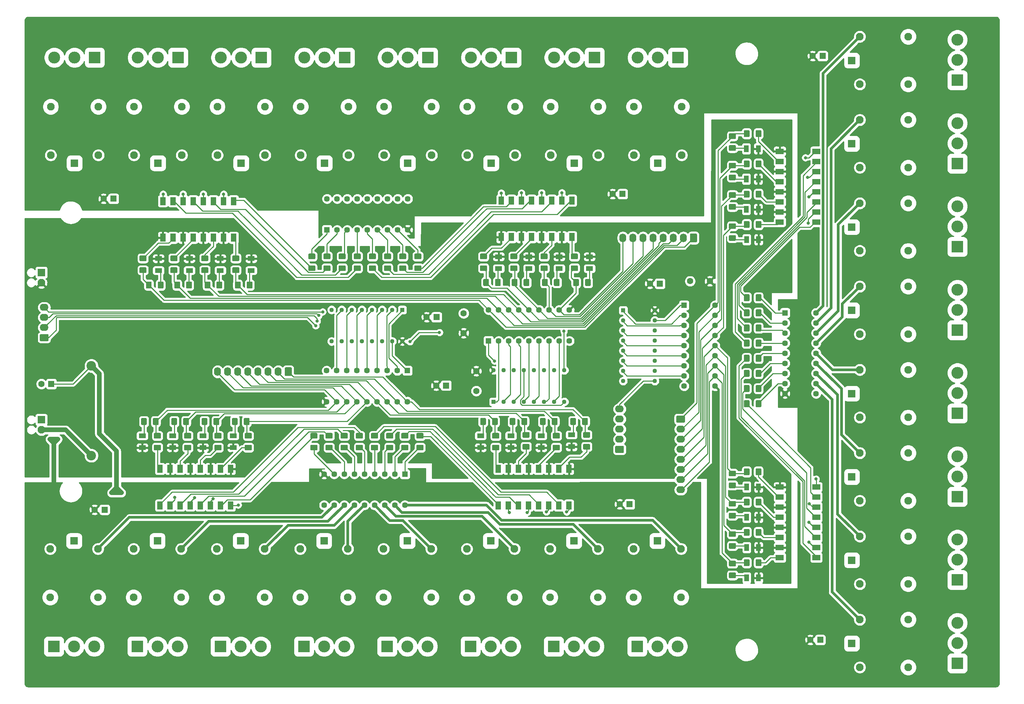
<source format=gbr>
G04 #@! TF.GenerationSoftware,KiCad,Pcbnew,5.1.2*
G04 #@! TF.CreationDate,2019-06-28T01:11:13+02:00*
G04 #@! TF.ProjectId,Relay_Controller2,52656c61-795f-4436-9f6e-74726f6c6c65,rev?*
G04 #@! TF.SameCoordinates,Original*
G04 #@! TF.FileFunction,Copper,L1,Top*
G04 #@! TF.FilePolarity,Positive*
%FSLAX46Y46*%
G04 Gerber Fmt 4.6, Leading zero omitted, Abs format (unit mm)*
G04 Created by KiCad (PCBNEW 5.1.2) date 2019-06-28 01:11:13*
%MOMM*%
%LPD*%
G04 APERTURE LIST*
%ADD10C,0.150000*%
%ADD11C,1.740000*%
%ADD12O,2.200000X1.740000*%
%ADD13R,1.600000X1.600000*%
%ADD14C,1.600000*%
%ADD15C,1.450000*%
%ADD16R,1.450000X1.450000*%
%ADD17C,1.425000*%
%ADD18R,1.800000X1.150000*%
%ADD19R,1.150000X1.800000*%
%ADD20C,2.400000*%
%ADD21R,1.450000X2.000000*%
%ADD22R,2.000000X1.450000*%
%ADD23C,1.950000*%
%ADD24R,1.950000X1.950000*%
%ADD25C,1.130000*%
%ADD26R,1.130000X1.130000*%
%ADD27C,3.000000*%
%ADD28R,3.000000X3.000000*%
%ADD29O,1.740000X2.200000*%
%ADD30C,0.800000*%
%ADD31C,1.200000*%
%ADD32C,0.700000*%
%ADD33C,0.250000*%
%ADD34C,0.254000*%
G04 APERTURE END LIST*
D10*
G36*
X244270005Y-155595204D02*
G01*
X244294273Y-155598804D01*
X244318072Y-155604765D01*
X244341171Y-155613030D01*
X244363350Y-155623520D01*
X244384393Y-155636132D01*
X244404099Y-155650747D01*
X244422277Y-155667223D01*
X244438753Y-155685401D01*
X244453368Y-155705107D01*
X244465980Y-155726150D01*
X244476470Y-155748329D01*
X244484735Y-155771428D01*
X244490696Y-155795227D01*
X244494296Y-155819495D01*
X244495500Y-155843999D01*
X244495500Y-157084001D01*
X244494296Y-157108505D01*
X244490696Y-157132773D01*
X244484735Y-157156572D01*
X244476470Y-157179671D01*
X244465980Y-157201850D01*
X244453368Y-157222893D01*
X244438753Y-157242599D01*
X244422277Y-157260777D01*
X244404099Y-157277253D01*
X244384393Y-157291868D01*
X244363350Y-157304480D01*
X244341171Y-157314970D01*
X244318072Y-157323235D01*
X244294273Y-157329196D01*
X244270005Y-157332796D01*
X244245501Y-157334000D01*
X242545499Y-157334000D01*
X242520995Y-157332796D01*
X242496727Y-157329196D01*
X242472928Y-157323235D01*
X242449829Y-157314970D01*
X242427650Y-157304480D01*
X242406607Y-157291868D01*
X242386901Y-157277253D01*
X242368723Y-157260777D01*
X242352247Y-157242599D01*
X242337632Y-157222893D01*
X242325020Y-157201850D01*
X242314530Y-157179671D01*
X242306265Y-157156572D01*
X242300304Y-157132773D01*
X242296704Y-157108505D01*
X242295500Y-157084001D01*
X242295500Y-155843999D01*
X242296704Y-155819495D01*
X242300304Y-155795227D01*
X242306265Y-155771428D01*
X242314530Y-155748329D01*
X242325020Y-155726150D01*
X242337632Y-155705107D01*
X242352247Y-155685401D01*
X242368723Y-155667223D01*
X242386901Y-155650747D01*
X242406607Y-155636132D01*
X242427650Y-155623520D01*
X242449829Y-155613030D01*
X242472928Y-155604765D01*
X242496727Y-155598804D01*
X242520995Y-155595204D01*
X242545499Y-155594000D01*
X244245501Y-155594000D01*
X244270005Y-155595204D01*
X244270005Y-155595204D01*
G37*
D11*
X243395500Y-156464000D03*
D12*
X243395500Y-159004000D03*
X243395500Y-161544000D03*
X243395500Y-164084000D03*
X243395500Y-166624000D03*
X243395500Y-169164000D03*
X243395500Y-171704000D03*
X243395500Y-174244000D03*
D13*
X182000000Y-130800000D03*
D14*
X179500000Y-130800000D03*
X82600000Y-147600000D03*
D13*
X85100000Y-147600000D03*
D15*
X195084021Y-128981353D03*
X197624021Y-128981353D03*
X200164021Y-128981353D03*
X202704021Y-128981353D03*
X205244021Y-128981353D03*
X207784021Y-128981353D03*
X210324021Y-128981353D03*
X212864021Y-128981353D03*
X215404021Y-128981353D03*
X215404021Y-136781353D03*
X212864021Y-136781353D03*
X210324021Y-136781353D03*
X207784021Y-136781353D03*
X205244021Y-136781353D03*
X202704021Y-136781353D03*
X200164021Y-136781353D03*
X197624021Y-136781353D03*
D16*
X195084021Y-136781353D03*
D14*
X181900000Y-148000000D03*
D13*
X184400000Y-148000000D03*
D14*
X191977800Y-144358800D03*
X191977800Y-149358800D03*
X188820580Y-129831280D03*
X188820580Y-134831280D03*
X235688500Y-122364500D03*
D13*
X238188500Y-122364500D03*
D14*
X245750000Y-121750000D03*
X250750000Y-121750000D03*
D13*
X100750000Y-101000000D03*
D14*
X98250000Y-101000000D03*
X226290500Y-99822000D03*
D13*
X228790500Y-99822000D03*
D14*
X228068500Y-177863500D03*
D13*
X230568500Y-177863500D03*
X98500000Y-179250000D03*
D14*
X96000000Y-179250000D03*
D13*
X279100000Y-65100000D03*
D14*
X276600000Y-65100000D03*
D13*
X278500000Y-212000000D03*
D14*
X276000000Y-212000000D03*
D10*
G36*
X108799504Y-115288704D02*
G01*
X108823773Y-115292304D01*
X108847571Y-115298265D01*
X108870671Y-115306530D01*
X108892849Y-115317020D01*
X108913893Y-115329633D01*
X108933598Y-115344247D01*
X108951777Y-115360723D01*
X108968253Y-115378902D01*
X108982867Y-115398607D01*
X108995480Y-115419651D01*
X109005970Y-115441829D01*
X109014235Y-115464929D01*
X109020196Y-115488727D01*
X109023796Y-115512996D01*
X109025000Y-115537500D01*
X109025000Y-116462500D01*
X109023796Y-116487004D01*
X109020196Y-116511273D01*
X109014235Y-116535071D01*
X109005970Y-116558171D01*
X108995480Y-116580349D01*
X108982867Y-116601393D01*
X108968253Y-116621098D01*
X108951777Y-116639277D01*
X108933598Y-116655753D01*
X108913893Y-116670367D01*
X108892849Y-116682980D01*
X108870671Y-116693470D01*
X108847571Y-116701735D01*
X108823773Y-116707696D01*
X108799504Y-116711296D01*
X108775000Y-116712500D01*
X107525000Y-116712500D01*
X107500496Y-116711296D01*
X107476227Y-116707696D01*
X107452429Y-116701735D01*
X107429329Y-116693470D01*
X107407151Y-116682980D01*
X107386107Y-116670367D01*
X107366402Y-116655753D01*
X107348223Y-116639277D01*
X107331747Y-116621098D01*
X107317133Y-116601393D01*
X107304520Y-116580349D01*
X107294030Y-116558171D01*
X107285765Y-116535071D01*
X107279804Y-116511273D01*
X107276204Y-116487004D01*
X107275000Y-116462500D01*
X107275000Y-115537500D01*
X107276204Y-115512996D01*
X107279804Y-115488727D01*
X107285765Y-115464929D01*
X107294030Y-115441829D01*
X107304520Y-115419651D01*
X107317133Y-115398607D01*
X107331747Y-115378902D01*
X107348223Y-115360723D01*
X107366402Y-115344247D01*
X107386107Y-115329633D01*
X107407151Y-115317020D01*
X107429329Y-115306530D01*
X107452429Y-115298265D01*
X107476227Y-115292304D01*
X107500496Y-115288704D01*
X107525000Y-115287500D01*
X108775000Y-115287500D01*
X108799504Y-115288704D01*
X108799504Y-115288704D01*
G37*
D17*
X108150000Y-116000000D03*
D10*
G36*
X108799504Y-118263704D02*
G01*
X108823773Y-118267304D01*
X108847571Y-118273265D01*
X108870671Y-118281530D01*
X108892849Y-118292020D01*
X108913893Y-118304633D01*
X108933598Y-118319247D01*
X108951777Y-118335723D01*
X108968253Y-118353902D01*
X108982867Y-118373607D01*
X108995480Y-118394651D01*
X109005970Y-118416829D01*
X109014235Y-118439929D01*
X109020196Y-118463727D01*
X109023796Y-118487996D01*
X109025000Y-118512500D01*
X109025000Y-119437500D01*
X109023796Y-119462004D01*
X109020196Y-119486273D01*
X109014235Y-119510071D01*
X109005970Y-119533171D01*
X108995480Y-119555349D01*
X108982867Y-119576393D01*
X108968253Y-119596098D01*
X108951777Y-119614277D01*
X108933598Y-119630753D01*
X108913893Y-119645367D01*
X108892849Y-119657980D01*
X108870671Y-119668470D01*
X108847571Y-119676735D01*
X108823773Y-119682696D01*
X108799504Y-119686296D01*
X108775000Y-119687500D01*
X107525000Y-119687500D01*
X107500496Y-119686296D01*
X107476227Y-119682696D01*
X107452429Y-119676735D01*
X107429329Y-119668470D01*
X107407151Y-119657980D01*
X107386107Y-119645367D01*
X107366402Y-119630753D01*
X107348223Y-119614277D01*
X107331747Y-119596098D01*
X107317133Y-119576393D01*
X107304520Y-119555349D01*
X107294030Y-119533171D01*
X107285765Y-119510071D01*
X107279804Y-119486273D01*
X107276204Y-119462004D01*
X107275000Y-119437500D01*
X107275000Y-118512500D01*
X107276204Y-118487996D01*
X107279804Y-118463727D01*
X107285765Y-118439929D01*
X107294030Y-118416829D01*
X107304520Y-118394651D01*
X107317133Y-118373607D01*
X107331747Y-118353902D01*
X107348223Y-118335723D01*
X107366402Y-118319247D01*
X107386107Y-118304633D01*
X107407151Y-118292020D01*
X107429329Y-118281530D01*
X107452429Y-118273265D01*
X107476227Y-118267304D01*
X107500496Y-118263704D01*
X107525000Y-118262500D01*
X108775000Y-118262500D01*
X108799504Y-118263704D01*
X108799504Y-118263704D01*
G37*
D17*
X108150000Y-118975000D03*
D10*
G36*
X151283525Y-114807557D02*
G01*
X151307794Y-114811157D01*
X151331592Y-114817118D01*
X151354692Y-114825383D01*
X151376870Y-114835873D01*
X151397914Y-114848486D01*
X151417619Y-114863100D01*
X151435798Y-114879576D01*
X151452274Y-114897755D01*
X151466888Y-114917460D01*
X151479501Y-114938504D01*
X151489991Y-114960682D01*
X151498256Y-114983782D01*
X151504217Y-115007580D01*
X151507817Y-115031849D01*
X151509021Y-115056353D01*
X151509021Y-115981353D01*
X151507817Y-116005857D01*
X151504217Y-116030126D01*
X151498256Y-116053924D01*
X151489991Y-116077024D01*
X151479501Y-116099202D01*
X151466888Y-116120246D01*
X151452274Y-116139951D01*
X151435798Y-116158130D01*
X151417619Y-116174606D01*
X151397914Y-116189220D01*
X151376870Y-116201833D01*
X151354692Y-116212323D01*
X151331592Y-116220588D01*
X151307794Y-116226549D01*
X151283525Y-116230149D01*
X151259021Y-116231353D01*
X150009021Y-116231353D01*
X149984517Y-116230149D01*
X149960248Y-116226549D01*
X149936450Y-116220588D01*
X149913350Y-116212323D01*
X149891172Y-116201833D01*
X149870128Y-116189220D01*
X149850423Y-116174606D01*
X149832244Y-116158130D01*
X149815768Y-116139951D01*
X149801154Y-116120246D01*
X149788541Y-116099202D01*
X149778051Y-116077024D01*
X149769786Y-116053924D01*
X149763825Y-116030126D01*
X149760225Y-116005857D01*
X149759021Y-115981353D01*
X149759021Y-115056353D01*
X149760225Y-115031849D01*
X149763825Y-115007580D01*
X149769786Y-114983782D01*
X149778051Y-114960682D01*
X149788541Y-114938504D01*
X149801154Y-114917460D01*
X149815768Y-114897755D01*
X149832244Y-114879576D01*
X149850423Y-114863100D01*
X149870128Y-114848486D01*
X149891172Y-114835873D01*
X149913350Y-114825383D01*
X149936450Y-114817118D01*
X149960248Y-114811157D01*
X149984517Y-114807557D01*
X150009021Y-114806353D01*
X151259021Y-114806353D01*
X151283525Y-114807557D01*
X151283525Y-114807557D01*
G37*
D17*
X150634021Y-115518853D03*
D10*
G36*
X151283525Y-117782557D02*
G01*
X151307794Y-117786157D01*
X151331592Y-117792118D01*
X151354692Y-117800383D01*
X151376870Y-117810873D01*
X151397914Y-117823486D01*
X151417619Y-117838100D01*
X151435798Y-117854576D01*
X151452274Y-117872755D01*
X151466888Y-117892460D01*
X151479501Y-117913504D01*
X151489991Y-117935682D01*
X151498256Y-117958782D01*
X151504217Y-117982580D01*
X151507817Y-118006849D01*
X151509021Y-118031353D01*
X151509021Y-118956353D01*
X151507817Y-118980857D01*
X151504217Y-119005126D01*
X151498256Y-119028924D01*
X151489991Y-119052024D01*
X151479501Y-119074202D01*
X151466888Y-119095246D01*
X151452274Y-119114951D01*
X151435798Y-119133130D01*
X151417619Y-119149606D01*
X151397914Y-119164220D01*
X151376870Y-119176833D01*
X151354692Y-119187323D01*
X151331592Y-119195588D01*
X151307794Y-119201549D01*
X151283525Y-119205149D01*
X151259021Y-119206353D01*
X150009021Y-119206353D01*
X149984517Y-119205149D01*
X149960248Y-119201549D01*
X149936450Y-119195588D01*
X149913350Y-119187323D01*
X149891172Y-119176833D01*
X149870128Y-119164220D01*
X149850423Y-119149606D01*
X149832244Y-119133130D01*
X149815768Y-119114951D01*
X149801154Y-119095246D01*
X149788541Y-119074202D01*
X149778051Y-119052024D01*
X149769786Y-119028924D01*
X149763825Y-119005126D01*
X149760225Y-118980857D01*
X149759021Y-118956353D01*
X149759021Y-118031353D01*
X149760225Y-118006849D01*
X149763825Y-117982580D01*
X149769786Y-117958782D01*
X149778051Y-117935682D01*
X149788541Y-117913504D01*
X149801154Y-117892460D01*
X149815768Y-117872755D01*
X149832244Y-117854576D01*
X149850423Y-117838100D01*
X149870128Y-117823486D01*
X149891172Y-117810873D01*
X149913350Y-117800383D01*
X149936450Y-117792118D01*
X149960248Y-117786157D01*
X149984517Y-117782557D01*
X150009021Y-117781353D01*
X151259021Y-117781353D01*
X151283525Y-117782557D01*
X151283525Y-117782557D01*
G37*
D17*
X150634021Y-118493853D03*
D10*
G36*
X116583510Y-118263704D02*
G01*
X116607779Y-118267304D01*
X116631577Y-118273265D01*
X116654677Y-118281530D01*
X116676855Y-118292020D01*
X116697899Y-118304633D01*
X116717604Y-118319247D01*
X116735783Y-118335723D01*
X116752259Y-118353902D01*
X116766873Y-118373607D01*
X116779486Y-118394651D01*
X116789976Y-118416829D01*
X116798241Y-118439929D01*
X116804202Y-118463727D01*
X116807802Y-118487996D01*
X116809006Y-118512500D01*
X116809006Y-119437500D01*
X116807802Y-119462004D01*
X116804202Y-119486273D01*
X116798241Y-119510071D01*
X116789976Y-119533171D01*
X116779486Y-119555349D01*
X116766873Y-119576393D01*
X116752259Y-119596098D01*
X116735783Y-119614277D01*
X116717604Y-119630753D01*
X116697899Y-119645367D01*
X116676855Y-119657980D01*
X116654677Y-119668470D01*
X116631577Y-119676735D01*
X116607779Y-119682696D01*
X116583510Y-119686296D01*
X116559006Y-119687500D01*
X115309006Y-119687500D01*
X115284502Y-119686296D01*
X115260233Y-119682696D01*
X115236435Y-119676735D01*
X115213335Y-119668470D01*
X115191157Y-119657980D01*
X115170113Y-119645367D01*
X115150408Y-119630753D01*
X115132229Y-119614277D01*
X115115753Y-119596098D01*
X115101139Y-119576393D01*
X115088526Y-119555349D01*
X115078036Y-119533171D01*
X115069771Y-119510071D01*
X115063810Y-119486273D01*
X115060210Y-119462004D01*
X115059006Y-119437500D01*
X115059006Y-118512500D01*
X115060210Y-118487996D01*
X115063810Y-118463727D01*
X115069771Y-118439929D01*
X115078036Y-118416829D01*
X115088526Y-118394651D01*
X115101139Y-118373607D01*
X115115753Y-118353902D01*
X115132229Y-118335723D01*
X115150408Y-118319247D01*
X115170113Y-118304633D01*
X115191157Y-118292020D01*
X115213335Y-118281530D01*
X115236435Y-118273265D01*
X115260233Y-118267304D01*
X115284502Y-118263704D01*
X115309006Y-118262500D01*
X116559006Y-118262500D01*
X116583510Y-118263704D01*
X116583510Y-118263704D01*
G37*
D17*
X115934006Y-118975000D03*
D10*
G36*
X116583510Y-115288704D02*
G01*
X116607779Y-115292304D01*
X116631577Y-115298265D01*
X116654677Y-115306530D01*
X116676855Y-115317020D01*
X116697899Y-115329633D01*
X116717604Y-115344247D01*
X116735783Y-115360723D01*
X116752259Y-115378902D01*
X116766873Y-115398607D01*
X116779486Y-115419651D01*
X116789976Y-115441829D01*
X116798241Y-115464929D01*
X116804202Y-115488727D01*
X116807802Y-115512996D01*
X116809006Y-115537500D01*
X116809006Y-116462500D01*
X116807802Y-116487004D01*
X116804202Y-116511273D01*
X116798241Y-116535071D01*
X116789976Y-116558171D01*
X116779486Y-116580349D01*
X116766873Y-116601393D01*
X116752259Y-116621098D01*
X116735783Y-116639277D01*
X116717604Y-116655753D01*
X116697899Y-116670367D01*
X116676855Y-116682980D01*
X116654677Y-116693470D01*
X116631577Y-116701735D01*
X116607779Y-116707696D01*
X116583510Y-116711296D01*
X116559006Y-116712500D01*
X115309006Y-116712500D01*
X115284502Y-116711296D01*
X115260233Y-116707696D01*
X115236435Y-116701735D01*
X115213335Y-116693470D01*
X115191157Y-116682980D01*
X115170113Y-116670367D01*
X115150408Y-116655753D01*
X115132229Y-116639277D01*
X115115753Y-116621098D01*
X115101139Y-116601393D01*
X115088526Y-116580349D01*
X115078036Y-116558171D01*
X115069771Y-116535071D01*
X115063810Y-116511273D01*
X115060210Y-116487004D01*
X115059006Y-116462500D01*
X115059006Y-115537500D01*
X115060210Y-115512996D01*
X115063810Y-115488727D01*
X115069771Y-115464929D01*
X115078036Y-115441829D01*
X115088526Y-115419651D01*
X115101139Y-115398607D01*
X115115753Y-115378902D01*
X115132229Y-115360723D01*
X115150408Y-115344247D01*
X115170113Y-115329633D01*
X115191157Y-115317020D01*
X115213335Y-115306530D01*
X115236435Y-115298265D01*
X115260233Y-115292304D01*
X115284502Y-115288704D01*
X115309006Y-115287500D01*
X116559006Y-115287500D01*
X116583510Y-115288704D01*
X116583510Y-115288704D01*
G37*
D17*
X115934006Y-116000000D03*
D10*
G36*
X155093525Y-117782557D02*
G01*
X155117794Y-117786157D01*
X155141592Y-117792118D01*
X155164692Y-117800383D01*
X155186870Y-117810873D01*
X155207914Y-117823486D01*
X155227619Y-117838100D01*
X155245798Y-117854576D01*
X155262274Y-117872755D01*
X155276888Y-117892460D01*
X155289501Y-117913504D01*
X155299991Y-117935682D01*
X155308256Y-117958782D01*
X155314217Y-117982580D01*
X155317817Y-118006849D01*
X155319021Y-118031353D01*
X155319021Y-118956353D01*
X155317817Y-118980857D01*
X155314217Y-119005126D01*
X155308256Y-119028924D01*
X155299991Y-119052024D01*
X155289501Y-119074202D01*
X155276888Y-119095246D01*
X155262274Y-119114951D01*
X155245798Y-119133130D01*
X155227619Y-119149606D01*
X155207914Y-119164220D01*
X155186870Y-119176833D01*
X155164692Y-119187323D01*
X155141592Y-119195588D01*
X155117794Y-119201549D01*
X155093525Y-119205149D01*
X155069021Y-119206353D01*
X153819021Y-119206353D01*
X153794517Y-119205149D01*
X153770248Y-119201549D01*
X153746450Y-119195588D01*
X153723350Y-119187323D01*
X153701172Y-119176833D01*
X153680128Y-119164220D01*
X153660423Y-119149606D01*
X153642244Y-119133130D01*
X153625768Y-119114951D01*
X153611154Y-119095246D01*
X153598541Y-119074202D01*
X153588051Y-119052024D01*
X153579786Y-119028924D01*
X153573825Y-119005126D01*
X153570225Y-118980857D01*
X153569021Y-118956353D01*
X153569021Y-118031353D01*
X153570225Y-118006849D01*
X153573825Y-117982580D01*
X153579786Y-117958782D01*
X153588051Y-117935682D01*
X153598541Y-117913504D01*
X153611154Y-117892460D01*
X153625768Y-117872755D01*
X153642244Y-117854576D01*
X153660423Y-117838100D01*
X153680128Y-117823486D01*
X153701172Y-117810873D01*
X153723350Y-117800383D01*
X153746450Y-117792118D01*
X153770248Y-117786157D01*
X153794517Y-117782557D01*
X153819021Y-117781353D01*
X155069021Y-117781353D01*
X155093525Y-117782557D01*
X155093525Y-117782557D01*
G37*
D17*
X154444021Y-118493853D03*
D10*
G36*
X155093525Y-114807557D02*
G01*
X155117794Y-114811157D01*
X155141592Y-114817118D01*
X155164692Y-114825383D01*
X155186870Y-114835873D01*
X155207914Y-114848486D01*
X155227619Y-114863100D01*
X155245798Y-114879576D01*
X155262274Y-114897755D01*
X155276888Y-114917460D01*
X155289501Y-114938504D01*
X155299991Y-114960682D01*
X155308256Y-114983782D01*
X155314217Y-115007580D01*
X155317817Y-115031849D01*
X155319021Y-115056353D01*
X155319021Y-115981353D01*
X155317817Y-116005857D01*
X155314217Y-116030126D01*
X155308256Y-116053924D01*
X155299991Y-116077024D01*
X155289501Y-116099202D01*
X155276888Y-116120246D01*
X155262274Y-116139951D01*
X155245798Y-116158130D01*
X155227619Y-116174606D01*
X155207914Y-116189220D01*
X155186870Y-116201833D01*
X155164692Y-116212323D01*
X155141592Y-116220588D01*
X155117794Y-116226549D01*
X155093525Y-116230149D01*
X155069021Y-116231353D01*
X153819021Y-116231353D01*
X153794517Y-116230149D01*
X153770248Y-116226549D01*
X153746450Y-116220588D01*
X153723350Y-116212323D01*
X153701172Y-116201833D01*
X153680128Y-116189220D01*
X153660423Y-116174606D01*
X153642244Y-116158130D01*
X153625768Y-116139951D01*
X153611154Y-116120246D01*
X153598541Y-116099202D01*
X153588051Y-116077024D01*
X153579786Y-116053924D01*
X153573825Y-116030126D01*
X153570225Y-116005857D01*
X153569021Y-115981353D01*
X153569021Y-115056353D01*
X153570225Y-115031849D01*
X153573825Y-115007580D01*
X153579786Y-114983782D01*
X153588051Y-114960682D01*
X153598541Y-114938504D01*
X153611154Y-114917460D01*
X153625768Y-114897755D01*
X153642244Y-114879576D01*
X153660423Y-114863100D01*
X153680128Y-114848486D01*
X153701172Y-114835873D01*
X153723350Y-114825383D01*
X153746450Y-114817118D01*
X153770248Y-114811157D01*
X153794517Y-114807557D01*
X153819021Y-114806353D01*
X155069021Y-114806353D01*
X155093525Y-114807557D01*
X155093525Y-114807557D01*
G37*
D17*
X154444021Y-115518853D03*
D10*
G36*
X158903525Y-114807557D02*
G01*
X158927794Y-114811157D01*
X158951592Y-114817118D01*
X158974692Y-114825383D01*
X158996870Y-114835873D01*
X159017914Y-114848486D01*
X159037619Y-114863100D01*
X159055798Y-114879576D01*
X159072274Y-114897755D01*
X159086888Y-114917460D01*
X159099501Y-114938504D01*
X159109991Y-114960682D01*
X159118256Y-114983782D01*
X159124217Y-115007580D01*
X159127817Y-115031849D01*
X159129021Y-115056353D01*
X159129021Y-115981353D01*
X159127817Y-116005857D01*
X159124217Y-116030126D01*
X159118256Y-116053924D01*
X159109991Y-116077024D01*
X159099501Y-116099202D01*
X159086888Y-116120246D01*
X159072274Y-116139951D01*
X159055798Y-116158130D01*
X159037619Y-116174606D01*
X159017914Y-116189220D01*
X158996870Y-116201833D01*
X158974692Y-116212323D01*
X158951592Y-116220588D01*
X158927794Y-116226549D01*
X158903525Y-116230149D01*
X158879021Y-116231353D01*
X157629021Y-116231353D01*
X157604517Y-116230149D01*
X157580248Y-116226549D01*
X157556450Y-116220588D01*
X157533350Y-116212323D01*
X157511172Y-116201833D01*
X157490128Y-116189220D01*
X157470423Y-116174606D01*
X157452244Y-116158130D01*
X157435768Y-116139951D01*
X157421154Y-116120246D01*
X157408541Y-116099202D01*
X157398051Y-116077024D01*
X157389786Y-116053924D01*
X157383825Y-116030126D01*
X157380225Y-116005857D01*
X157379021Y-115981353D01*
X157379021Y-115056353D01*
X157380225Y-115031849D01*
X157383825Y-115007580D01*
X157389786Y-114983782D01*
X157398051Y-114960682D01*
X157408541Y-114938504D01*
X157421154Y-114917460D01*
X157435768Y-114897755D01*
X157452244Y-114879576D01*
X157470423Y-114863100D01*
X157490128Y-114848486D01*
X157511172Y-114835873D01*
X157533350Y-114825383D01*
X157556450Y-114817118D01*
X157580248Y-114811157D01*
X157604517Y-114807557D01*
X157629021Y-114806353D01*
X158879021Y-114806353D01*
X158903525Y-114807557D01*
X158903525Y-114807557D01*
G37*
D17*
X158254021Y-115518853D03*
D10*
G36*
X158903525Y-117782557D02*
G01*
X158927794Y-117786157D01*
X158951592Y-117792118D01*
X158974692Y-117800383D01*
X158996870Y-117810873D01*
X159017914Y-117823486D01*
X159037619Y-117838100D01*
X159055798Y-117854576D01*
X159072274Y-117872755D01*
X159086888Y-117892460D01*
X159099501Y-117913504D01*
X159109991Y-117935682D01*
X159118256Y-117958782D01*
X159124217Y-117982580D01*
X159127817Y-118006849D01*
X159129021Y-118031353D01*
X159129021Y-118956353D01*
X159127817Y-118980857D01*
X159124217Y-119005126D01*
X159118256Y-119028924D01*
X159109991Y-119052024D01*
X159099501Y-119074202D01*
X159086888Y-119095246D01*
X159072274Y-119114951D01*
X159055798Y-119133130D01*
X159037619Y-119149606D01*
X159017914Y-119164220D01*
X158996870Y-119176833D01*
X158974692Y-119187323D01*
X158951592Y-119195588D01*
X158927794Y-119201549D01*
X158903525Y-119205149D01*
X158879021Y-119206353D01*
X157629021Y-119206353D01*
X157604517Y-119205149D01*
X157580248Y-119201549D01*
X157556450Y-119195588D01*
X157533350Y-119187323D01*
X157511172Y-119176833D01*
X157490128Y-119164220D01*
X157470423Y-119149606D01*
X157452244Y-119133130D01*
X157435768Y-119114951D01*
X157421154Y-119095246D01*
X157408541Y-119074202D01*
X157398051Y-119052024D01*
X157389786Y-119028924D01*
X157383825Y-119005126D01*
X157380225Y-118980857D01*
X157379021Y-118956353D01*
X157379021Y-118031353D01*
X157380225Y-118006849D01*
X157383825Y-117982580D01*
X157389786Y-117958782D01*
X157398051Y-117935682D01*
X157408541Y-117913504D01*
X157421154Y-117892460D01*
X157435768Y-117872755D01*
X157452244Y-117854576D01*
X157470423Y-117838100D01*
X157490128Y-117823486D01*
X157511172Y-117810873D01*
X157533350Y-117800383D01*
X157556450Y-117792118D01*
X157580248Y-117786157D01*
X157604517Y-117782557D01*
X157629021Y-117781353D01*
X158879021Y-117781353D01*
X158903525Y-117782557D01*
X158903525Y-117782557D01*
G37*
D17*
X158254021Y-118493853D03*
D10*
G36*
X124367516Y-115288704D02*
G01*
X124391785Y-115292304D01*
X124415583Y-115298265D01*
X124438683Y-115306530D01*
X124460861Y-115317020D01*
X124481905Y-115329633D01*
X124501610Y-115344247D01*
X124519789Y-115360723D01*
X124536265Y-115378902D01*
X124550879Y-115398607D01*
X124563492Y-115419651D01*
X124573982Y-115441829D01*
X124582247Y-115464929D01*
X124588208Y-115488727D01*
X124591808Y-115512996D01*
X124593012Y-115537500D01*
X124593012Y-116462500D01*
X124591808Y-116487004D01*
X124588208Y-116511273D01*
X124582247Y-116535071D01*
X124573982Y-116558171D01*
X124563492Y-116580349D01*
X124550879Y-116601393D01*
X124536265Y-116621098D01*
X124519789Y-116639277D01*
X124501610Y-116655753D01*
X124481905Y-116670367D01*
X124460861Y-116682980D01*
X124438683Y-116693470D01*
X124415583Y-116701735D01*
X124391785Y-116707696D01*
X124367516Y-116711296D01*
X124343012Y-116712500D01*
X123093012Y-116712500D01*
X123068508Y-116711296D01*
X123044239Y-116707696D01*
X123020441Y-116701735D01*
X122997341Y-116693470D01*
X122975163Y-116682980D01*
X122954119Y-116670367D01*
X122934414Y-116655753D01*
X122916235Y-116639277D01*
X122899759Y-116621098D01*
X122885145Y-116601393D01*
X122872532Y-116580349D01*
X122862042Y-116558171D01*
X122853777Y-116535071D01*
X122847816Y-116511273D01*
X122844216Y-116487004D01*
X122843012Y-116462500D01*
X122843012Y-115537500D01*
X122844216Y-115512996D01*
X122847816Y-115488727D01*
X122853777Y-115464929D01*
X122862042Y-115441829D01*
X122872532Y-115419651D01*
X122885145Y-115398607D01*
X122899759Y-115378902D01*
X122916235Y-115360723D01*
X122934414Y-115344247D01*
X122954119Y-115329633D01*
X122975163Y-115317020D01*
X122997341Y-115306530D01*
X123020441Y-115298265D01*
X123044239Y-115292304D01*
X123068508Y-115288704D01*
X123093012Y-115287500D01*
X124343012Y-115287500D01*
X124367516Y-115288704D01*
X124367516Y-115288704D01*
G37*
D17*
X123718012Y-116000000D03*
D10*
G36*
X124367516Y-118263704D02*
G01*
X124391785Y-118267304D01*
X124415583Y-118273265D01*
X124438683Y-118281530D01*
X124460861Y-118292020D01*
X124481905Y-118304633D01*
X124501610Y-118319247D01*
X124519789Y-118335723D01*
X124536265Y-118353902D01*
X124550879Y-118373607D01*
X124563492Y-118394651D01*
X124573982Y-118416829D01*
X124582247Y-118439929D01*
X124588208Y-118463727D01*
X124591808Y-118487996D01*
X124593012Y-118512500D01*
X124593012Y-119437500D01*
X124591808Y-119462004D01*
X124588208Y-119486273D01*
X124582247Y-119510071D01*
X124573982Y-119533171D01*
X124563492Y-119555349D01*
X124550879Y-119576393D01*
X124536265Y-119596098D01*
X124519789Y-119614277D01*
X124501610Y-119630753D01*
X124481905Y-119645367D01*
X124460861Y-119657980D01*
X124438683Y-119668470D01*
X124415583Y-119676735D01*
X124391785Y-119682696D01*
X124367516Y-119686296D01*
X124343012Y-119687500D01*
X123093012Y-119687500D01*
X123068508Y-119686296D01*
X123044239Y-119682696D01*
X123020441Y-119676735D01*
X122997341Y-119668470D01*
X122975163Y-119657980D01*
X122954119Y-119645367D01*
X122934414Y-119630753D01*
X122916235Y-119614277D01*
X122899759Y-119596098D01*
X122885145Y-119576393D01*
X122872532Y-119555349D01*
X122862042Y-119533171D01*
X122853777Y-119510071D01*
X122847816Y-119486273D01*
X122844216Y-119462004D01*
X122843012Y-119437500D01*
X122843012Y-118512500D01*
X122844216Y-118487996D01*
X122847816Y-118463727D01*
X122853777Y-118439929D01*
X122862042Y-118416829D01*
X122872532Y-118394651D01*
X122885145Y-118373607D01*
X122899759Y-118353902D01*
X122916235Y-118335723D01*
X122934414Y-118319247D01*
X122954119Y-118304633D01*
X122975163Y-118292020D01*
X122997341Y-118281530D01*
X123020441Y-118273265D01*
X123044239Y-118267304D01*
X123068508Y-118263704D01*
X123093012Y-118262500D01*
X124343012Y-118262500D01*
X124367516Y-118263704D01*
X124367516Y-118263704D01*
G37*
D17*
X123718012Y-118975000D03*
D10*
G36*
X162713525Y-117782557D02*
G01*
X162737794Y-117786157D01*
X162761592Y-117792118D01*
X162784692Y-117800383D01*
X162806870Y-117810873D01*
X162827914Y-117823486D01*
X162847619Y-117838100D01*
X162865798Y-117854576D01*
X162882274Y-117872755D01*
X162896888Y-117892460D01*
X162909501Y-117913504D01*
X162919991Y-117935682D01*
X162928256Y-117958782D01*
X162934217Y-117982580D01*
X162937817Y-118006849D01*
X162939021Y-118031353D01*
X162939021Y-118956353D01*
X162937817Y-118980857D01*
X162934217Y-119005126D01*
X162928256Y-119028924D01*
X162919991Y-119052024D01*
X162909501Y-119074202D01*
X162896888Y-119095246D01*
X162882274Y-119114951D01*
X162865798Y-119133130D01*
X162847619Y-119149606D01*
X162827914Y-119164220D01*
X162806870Y-119176833D01*
X162784692Y-119187323D01*
X162761592Y-119195588D01*
X162737794Y-119201549D01*
X162713525Y-119205149D01*
X162689021Y-119206353D01*
X161439021Y-119206353D01*
X161414517Y-119205149D01*
X161390248Y-119201549D01*
X161366450Y-119195588D01*
X161343350Y-119187323D01*
X161321172Y-119176833D01*
X161300128Y-119164220D01*
X161280423Y-119149606D01*
X161262244Y-119133130D01*
X161245768Y-119114951D01*
X161231154Y-119095246D01*
X161218541Y-119074202D01*
X161208051Y-119052024D01*
X161199786Y-119028924D01*
X161193825Y-119005126D01*
X161190225Y-118980857D01*
X161189021Y-118956353D01*
X161189021Y-118031353D01*
X161190225Y-118006849D01*
X161193825Y-117982580D01*
X161199786Y-117958782D01*
X161208051Y-117935682D01*
X161218541Y-117913504D01*
X161231154Y-117892460D01*
X161245768Y-117872755D01*
X161262244Y-117854576D01*
X161280423Y-117838100D01*
X161300128Y-117823486D01*
X161321172Y-117810873D01*
X161343350Y-117800383D01*
X161366450Y-117792118D01*
X161390248Y-117786157D01*
X161414517Y-117782557D01*
X161439021Y-117781353D01*
X162689021Y-117781353D01*
X162713525Y-117782557D01*
X162713525Y-117782557D01*
G37*
D17*
X162064021Y-118493853D03*
D10*
G36*
X162713525Y-114807557D02*
G01*
X162737794Y-114811157D01*
X162761592Y-114817118D01*
X162784692Y-114825383D01*
X162806870Y-114835873D01*
X162827914Y-114848486D01*
X162847619Y-114863100D01*
X162865798Y-114879576D01*
X162882274Y-114897755D01*
X162896888Y-114917460D01*
X162909501Y-114938504D01*
X162919991Y-114960682D01*
X162928256Y-114983782D01*
X162934217Y-115007580D01*
X162937817Y-115031849D01*
X162939021Y-115056353D01*
X162939021Y-115981353D01*
X162937817Y-116005857D01*
X162934217Y-116030126D01*
X162928256Y-116053924D01*
X162919991Y-116077024D01*
X162909501Y-116099202D01*
X162896888Y-116120246D01*
X162882274Y-116139951D01*
X162865798Y-116158130D01*
X162847619Y-116174606D01*
X162827914Y-116189220D01*
X162806870Y-116201833D01*
X162784692Y-116212323D01*
X162761592Y-116220588D01*
X162737794Y-116226549D01*
X162713525Y-116230149D01*
X162689021Y-116231353D01*
X161439021Y-116231353D01*
X161414517Y-116230149D01*
X161390248Y-116226549D01*
X161366450Y-116220588D01*
X161343350Y-116212323D01*
X161321172Y-116201833D01*
X161300128Y-116189220D01*
X161280423Y-116174606D01*
X161262244Y-116158130D01*
X161245768Y-116139951D01*
X161231154Y-116120246D01*
X161218541Y-116099202D01*
X161208051Y-116077024D01*
X161199786Y-116053924D01*
X161193825Y-116030126D01*
X161190225Y-116005857D01*
X161189021Y-115981353D01*
X161189021Y-115056353D01*
X161190225Y-115031849D01*
X161193825Y-115007580D01*
X161199786Y-114983782D01*
X161208051Y-114960682D01*
X161218541Y-114938504D01*
X161231154Y-114917460D01*
X161245768Y-114897755D01*
X161262244Y-114879576D01*
X161280423Y-114863100D01*
X161300128Y-114848486D01*
X161321172Y-114835873D01*
X161343350Y-114825383D01*
X161366450Y-114817118D01*
X161390248Y-114811157D01*
X161414517Y-114807557D01*
X161439021Y-114806353D01*
X162689021Y-114806353D01*
X162713525Y-114807557D01*
X162713525Y-114807557D01*
G37*
D17*
X162064021Y-115518853D03*
D10*
G36*
X166523525Y-114807557D02*
G01*
X166547794Y-114811157D01*
X166571592Y-114817118D01*
X166594692Y-114825383D01*
X166616870Y-114835873D01*
X166637914Y-114848486D01*
X166657619Y-114863100D01*
X166675798Y-114879576D01*
X166692274Y-114897755D01*
X166706888Y-114917460D01*
X166719501Y-114938504D01*
X166729991Y-114960682D01*
X166738256Y-114983782D01*
X166744217Y-115007580D01*
X166747817Y-115031849D01*
X166749021Y-115056353D01*
X166749021Y-115981353D01*
X166747817Y-116005857D01*
X166744217Y-116030126D01*
X166738256Y-116053924D01*
X166729991Y-116077024D01*
X166719501Y-116099202D01*
X166706888Y-116120246D01*
X166692274Y-116139951D01*
X166675798Y-116158130D01*
X166657619Y-116174606D01*
X166637914Y-116189220D01*
X166616870Y-116201833D01*
X166594692Y-116212323D01*
X166571592Y-116220588D01*
X166547794Y-116226549D01*
X166523525Y-116230149D01*
X166499021Y-116231353D01*
X165249021Y-116231353D01*
X165224517Y-116230149D01*
X165200248Y-116226549D01*
X165176450Y-116220588D01*
X165153350Y-116212323D01*
X165131172Y-116201833D01*
X165110128Y-116189220D01*
X165090423Y-116174606D01*
X165072244Y-116158130D01*
X165055768Y-116139951D01*
X165041154Y-116120246D01*
X165028541Y-116099202D01*
X165018051Y-116077024D01*
X165009786Y-116053924D01*
X165003825Y-116030126D01*
X165000225Y-116005857D01*
X164999021Y-115981353D01*
X164999021Y-115056353D01*
X165000225Y-115031849D01*
X165003825Y-115007580D01*
X165009786Y-114983782D01*
X165018051Y-114960682D01*
X165028541Y-114938504D01*
X165041154Y-114917460D01*
X165055768Y-114897755D01*
X165072244Y-114879576D01*
X165090423Y-114863100D01*
X165110128Y-114848486D01*
X165131172Y-114835873D01*
X165153350Y-114825383D01*
X165176450Y-114817118D01*
X165200248Y-114811157D01*
X165224517Y-114807557D01*
X165249021Y-114806353D01*
X166499021Y-114806353D01*
X166523525Y-114807557D01*
X166523525Y-114807557D01*
G37*
D17*
X165874021Y-115518853D03*
D10*
G36*
X166523525Y-117782557D02*
G01*
X166547794Y-117786157D01*
X166571592Y-117792118D01*
X166594692Y-117800383D01*
X166616870Y-117810873D01*
X166637914Y-117823486D01*
X166657619Y-117838100D01*
X166675798Y-117854576D01*
X166692274Y-117872755D01*
X166706888Y-117892460D01*
X166719501Y-117913504D01*
X166729991Y-117935682D01*
X166738256Y-117958782D01*
X166744217Y-117982580D01*
X166747817Y-118006849D01*
X166749021Y-118031353D01*
X166749021Y-118956353D01*
X166747817Y-118980857D01*
X166744217Y-119005126D01*
X166738256Y-119028924D01*
X166729991Y-119052024D01*
X166719501Y-119074202D01*
X166706888Y-119095246D01*
X166692274Y-119114951D01*
X166675798Y-119133130D01*
X166657619Y-119149606D01*
X166637914Y-119164220D01*
X166616870Y-119176833D01*
X166594692Y-119187323D01*
X166571592Y-119195588D01*
X166547794Y-119201549D01*
X166523525Y-119205149D01*
X166499021Y-119206353D01*
X165249021Y-119206353D01*
X165224517Y-119205149D01*
X165200248Y-119201549D01*
X165176450Y-119195588D01*
X165153350Y-119187323D01*
X165131172Y-119176833D01*
X165110128Y-119164220D01*
X165090423Y-119149606D01*
X165072244Y-119133130D01*
X165055768Y-119114951D01*
X165041154Y-119095246D01*
X165028541Y-119074202D01*
X165018051Y-119052024D01*
X165009786Y-119028924D01*
X165003825Y-119005126D01*
X165000225Y-118980857D01*
X164999021Y-118956353D01*
X164999021Y-118031353D01*
X165000225Y-118006849D01*
X165003825Y-117982580D01*
X165009786Y-117958782D01*
X165018051Y-117935682D01*
X165028541Y-117913504D01*
X165041154Y-117892460D01*
X165055768Y-117872755D01*
X165072244Y-117854576D01*
X165090423Y-117838100D01*
X165110128Y-117823486D01*
X165131172Y-117810873D01*
X165153350Y-117800383D01*
X165176450Y-117792118D01*
X165200248Y-117786157D01*
X165224517Y-117782557D01*
X165249021Y-117781353D01*
X166499021Y-117781353D01*
X166523525Y-117782557D01*
X166523525Y-117782557D01*
G37*
D17*
X165874021Y-118493853D03*
D10*
G36*
X132151522Y-118263704D02*
G01*
X132175791Y-118267304D01*
X132199589Y-118273265D01*
X132222689Y-118281530D01*
X132244867Y-118292020D01*
X132265911Y-118304633D01*
X132285616Y-118319247D01*
X132303795Y-118335723D01*
X132320271Y-118353902D01*
X132334885Y-118373607D01*
X132347498Y-118394651D01*
X132357988Y-118416829D01*
X132366253Y-118439929D01*
X132372214Y-118463727D01*
X132375814Y-118487996D01*
X132377018Y-118512500D01*
X132377018Y-119437500D01*
X132375814Y-119462004D01*
X132372214Y-119486273D01*
X132366253Y-119510071D01*
X132357988Y-119533171D01*
X132347498Y-119555349D01*
X132334885Y-119576393D01*
X132320271Y-119596098D01*
X132303795Y-119614277D01*
X132285616Y-119630753D01*
X132265911Y-119645367D01*
X132244867Y-119657980D01*
X132222689Y-119668470D01*
X132199589Y-119676735D01*
X132175791Y-119682696D01*
X132151522Y-119686296D01*
X132127018Y-119687500D01*
X130877018Y-119687500D01*
X130852514Y-119686296D01*
X130828245Y-119682696D01*
X130804447Y-119676735D01*
X130781347Y-119668470D01*
X130759169Y-119657980D01*
X130738125Y-119645367D01*
X130718420Y-119630753D01*
X130700241Y-119614277D01*
X130683765Y-119596098D01*
X130669151Y-119576393D01*
X130656538Y-119555349D01*
X130646048Y-119533171D01*
X130637783Y-119510071D01*
X130631822Y-119486273D01*
X130628222Y-119462004D01*
X130627018Y-119437500D01*
X130627018Y-118512500D01*
X130628222Y-118487996D01*
X130631822Y-118463727D01*
X130637783Y-118439929D01*
X130646048Y-118416829D01*
X130656538Y-118394651D01*
X130669151Y-118373607D01*
X130683765Y-118353902D01*
X130700241Y-118335723D01*
X130718420Y-118319247D01*
X130738125Y-118304633D01*
X130759169Y-118292020D01*
X130781347Y-118281530D01*
X130804447Y-118273265D01*
X130828245Y-118267304D01*
X130852514Y-118263704D01*
X130877018Y-118262500D01*
X132127018Y-118262500D01*
X132151522Y-118263704D01*
X132151522Y-118263704D01*
G37*
D17*
X131502018Y-118975000D03*
D10*
G36*
X132151522Y-115288704D02*
G01*
X132175791Y-115292304D01*
X132199589Y-115298265D01*
X132222689Y-115306530D01*
X132244867Y-115317020D01*
X132265911Y-115329633D01*
X132285616Y-115344247D01*
X132303795Y-115360723D01*
X132320271Y-115378902D01*
X132334885Y-115398607D01*
X132347498Y-115419651D01*
X132357988Y-115441829D01*
X132366253Y-115464929D01*
X132372214Y-115488727D01*
X132375814Y-115512996D01*
X132377018Y-115537500D01*
X132377018Y-116462500D01*
X132375814Y-116487004D01*
X132372214Y-116511273D01*
X132366253Y-116535071D01*
X132357988Y-116558171D01*
X132347498Y-116580349D01*
X132334885Y-116601393D01*
X132320271Y-116621098D01*
X132303795Y-116639277D01*
X132285616Y-116655753D01*
X132265911Y-116670367D01*
X132244867Y-116682980D01*
X132222689Y-116693470D01*
X132199589Y-116701735D01*
X132175791Y-116707696D01*
X132151522Y-116711296D01*
X132127018Y-116712500D01*
X130877018Y-116712500D01*
X130852514Y-116711296D01*
X130828245Y-116707696D01*
X130804447Y-116701735D01*
X130781347Y-116693470D01*
X130759169Y-116682980D01*
X130738125Y-116670367D01*
X130718420Y-116655753D01*
X130700241Y-116639277D01*
X130683765Y-116621098D01*
X130669151Y-116601393D01*
X130656538Y-116580349D01*
X130646048Y-116558171D01*
X130637783Y-116535071D01*
X130631822Y-116511273D01*
X130628222Y-116487004D01*
X130627018Y-116462500D01*
X130627018Y-115537500D01*
X130628222Y-115512996D01*
X130631822Y-115488727D01*
X130637783Y-115464929D01*
X130646048Y-115441829D01*
X130656538Y-115419651D01*
X130669151Y-115398607D01*
X130683765Y-115378902D01*
X130700241Y-115360723D01*
X130718420Y-115344247D01*
X130738125Y-115329633D01*
X130759169Y-115317020D01*
X130781347Y-115306530D01*
X130804447Y-115298265D01*
X130828245Y-115292304D01*
X130852514Y-115288704D01*
X130877018Y-115287500D01*
X132127018Y-115287500D01*
X132151522Y-115288704D01*
X132151522Y-115288704D01*
G37*
D17*
X131502018Y-116000000D03*
D10*
G36*
X170333525Y-117782557D02*
G01*
X170357794Y-117786157D01*
X170381592Y-117792118D01*
X170404692Y-117800383D01*
X170426870Y-117810873D01*
X170447914Y-117823486D01*
X170467619Y-117838100D01*
X170485798Y-117854576D01*
X170502274Y-117872755D01*
X170516888Y-117892460D01*
X170529501Y-117913504D01*
X170539991Y-117935682D01*
X170548256Y-117958782D01*
X170554217Y-117982580D01*
X170557817Y-118006849D01*
X170559021Y-118031353D01*
X170559021Y-118956353D01*
X170557817Y-118980857D01*
X170554217Y-119005126D01*
X170548256Y-119028924D01*
X170539991Y-119052024D01*
X170529501Y-119074202D01*
X170516888Y-119095246D01*
X170502274Y-119114951D01*
X170485798Y-119133130D01*
X170467619Y-119149606D01*
X170447914Y-119164220D01*
X170426870Y-119176833D01*
X170404692Y-119187323D01*
X170381592Y-119195588D01*
X170357794Y-119201549D01*
X170333525Y-119205149D01*
X170309021Y-119206353D01*
X169059021Y-119206353D01*
X169034517Y-119205149D01*
X169010248Y-119201549D01*
X168986450Y-119195588D01*
X168963350Y-119187323D01*
X168941172Y-119176833D01*
X168920128Y-119164220D01*
X168900423Y-119149606D01*
X168882244Y-119133130D01*
X168865768Y-119114951D01*
X168851154Y-119095246D01*
X168838541Y-119074202D01*
X168828051Y-119052024D01*
X168819786Y-119028924D01*
X168813825Y-119005126D01*
X168810225Y-118980857D01*
X168809021Y-118956353D01*
X168809021Y-118031353D01*
X168810225Y-118006849D01*
X168813825Y-117982580D01*
X168819786Y-117958782D01*
X168828051Y-117935682D01*
X168838541Y-117913504D01*
X168851154Y-117892460D01*
X168865768Y-117872755D01*
X168882244Y-117854576D01*
X168900423Y-117838100D01*
X168920128Y-117823486D01*
X168941172Y-117810873D01*
X168963350Y-117800383D01*
X168986450Y-117792118D01*
X169010248Y-117786157D01*
X169034517Y-117782557D01*
X169059021Y-117781353D01*
X170309021Y-117781353D01*
X170333525Y-117782557D01*
X170333525Y-117782557D01*
G37*
D17*
X169684021Y-118493853D03*
D10*
G36*
X170333525Y-114807557D02*
G01*
X170357794Y-114811157D01*
X170381592Y-114817118D01*
X170404692Y-114825383D01*
X170426870Y-114835873D01*
X170447914Y-114848486D01*
X170467619Y-114863100D01*
X170485798Y-114879576D01*
X170502274Y-114897755D01*
X170516888Y-114917460D01*
X170529501Y-114938504D01*
X170539991Y-114960682D01*
X170548256Y-114983782D01*
X170554217Y-115007580D01*
X170557817Y-115031849D01*
X170559021Y-115056353D01*
X170559021Y-115981353D01*
X170557817Y-116005857D01*
X170554217Y-116030126D01*
X170548256Y-116053924D01*
X170539991Y-116077024D01*
X170529501Y-116099202D01*
X170516888Y-116120246D01*
X170502274Y-116139951D01*
X170485798Y-116158130D01*
X170467619Y-116174606D01*
X170447914Y-116189220D01*
X170426870Y-116201833D01*
X170404692Y-116212323D01*
X170381592Y-116220588D01*
X170357794Y-116226549D01*
X170333525Y-116230149D01*
X170309021Y-116231353D01*
X169059021Y-116231353D01*
X169034517Y-116230149D01*
X169010248Y-116226549D01*
X168986450Y-116220588D01*
X168963350Y-116212323D01*
X168941172Y-116201833D01*
X168920128Y-116189220D01*
X168900423Y-116174606D01*
X168882244Y-116158130D01*
X168865768Y-116139951D01*
X168851154Y-116120246D01*
X168838541Y-116099202D01*
X168828051Y-116077024D01*
X168819786Y-116053924D01*
X168813825Y-116030126D01*
X168810225Y-116005857D01*
X168809021Y-115981353D01*
X168809021Y-115056353D01*
X168810225Y-115031849D01*
X168813825Y-115007580D01*
X168819786Y-114983782D01*
X168828051Y-114960682D01*
X168838541Y-114938504D01*
X168851154Y-114917460D01*
X168865768Y-114897755D01*
X168882244Y-114879576D01*
X168900423Y-114863100D01*
X168920128Y-114848486D01*
X168941172Y-114835873D01*
X168963350Y-114825383D01*
X168986450Y-114817118D01*
X169010248Y-114811157D01*
X169034517Y-114807557D01*
X169059021Y-114806353D01*
X170309021Y-114806353D01*
X170333525Y-114807557D01*
X170333525Y-114807557D01*
G37*
D17*
X169684021Y-115518853D03*
D10*
G36*
X174143525Y-114807557D02*
G01*
X174167794Y-114811157D01*
X174191592Y-114817118D01*
X174214692Y-114825383D01*
X174236870Y-114835873D01*
X174257914Y-114848486D01*
X174277619Y-114863100D01*
X174295798Y-114879576D01*
X174312274Y-114897755D01*
X174326888Y-114917460D01*
X174339501Y-114938504D01*
X174349991Y-114960682D01*
X174358256Y-114983782D01*
X174364217Y-115007580D01*
X174367817Y-115031849D01*
X174369021Y-115056353D01*
X174369021Y-115981353D01*
X174367817Y-116005857D01*
X174364217Y-116030126D01*
X174358256Y-116053924D01*
X174349991Y-116077024D01*
X174339501Y-116099202D01*
X174326888Y-116120246D01*
X174312274Y-116139951D01*
X174295798Y-116158130D01*
X174277619Y-116174606D01*
X174257914Y-116189220D01*
X174236870Y-116201833D01*
X174214692Y-116212323D01*
X174191592Y-116220588D01*
X174167794Y-116226549D01*
X174143525Y-116230149D01*
X174119021Y-116231353D01*
X172869021Y-116231353D01*
X172844517Y-116230149D01*
X172820248Y-116226549D01*
X172796450Y-116220588D01*
X172773350Y-116212323D01*
X172751172Y-116201833D01*
X172730128Y-116189220D01*
X172710423Y-116174606D01*
X172692244Y-116158130D01*
X172675768Y-116139951D01*
X172661154Y-116120246D01*
X172648541Y-116099202D01*
X172638051Y-116077024D01*
X172629786Y-116053924D01*
X172623825Y-116030126D01*
X172620225Y-116005857D01*
X172619021Y-115981353D01*
X172619021Y-115056353D01*
X172620225Y-115031849D01*
X172623825Y-115007580D01*
X172629786Y-114983782D01*
X172638051Y-114960682D01*
X172648541Y-114938504D01*
X172661154Y-114917460D01*
X172675768Y-114897755D01*
X172692244Y-114879576D01*
X172710423Y-114863100D01*
X172730128Y-114848486D01*
X172751172Y-114835873D01*
X172773350Y-114825383D01*
X172796450Y-114817118D01*
X172820248Y-114811157D01*
X172844517Y-114807557D01*
X172869021Y-114806353D01*
X174119021Y-114806353D01*
X174143525Y-114807557D01*
X174143525Y-114807557D01*
G37*
D17*
X173494021Y-115518853D03*
D10*
G36*
X174143525Y-117782557D02*
G01*
X174167794Y-117786157D01*
X174191592Y-117792118D01*
X174214692Y-117800383D01*
X174236870Y-117810873D01*
X174257914Y-117823486D01*
X174277619Y-117838100D01*
X174295798Y-117854576D01*
X174312274Y-117872755D01*
X174326888Y-117892460D01*
X174339501Y-117913504D01*
X174349991Y-117935682D01*
X174358256Y-117958782D01*
X174364217Y-117982580D01*
X174367817Y-118006849D01*
X174369021Y-118031353D01*
X174369021Y-118956353D01*
X174367817Y-118980857D01*
X174364217Y-119005126D01*
X174358256Y-119028924D01*
X174349991Y-119052024D01*
X174339501Y-119074202D01*
X174326888Y-119095246D01*
X174312274Y-119114951D01*
X174295798Y-119133130D01*
X174277619Y-119149606D01*
X174257914Y-119164220D01*
X174236870Y-119176833D01*
X174214692Y-119187323D01*
X174191592Y-119195588D01*
X174167794Y-119201549D01*
X174143525Y-119205149D01*
X174119021Y-119206353D01*
X172869021Y-119206353D01*
X172844517Y-119205149D01*
X172820248Y-119201549D01*
X172796450Y-119195588D01*
X172773350Y-119187323D01*
X172751172Y-119176833D01*
X172730128Y-119164220D01*
X172710423Y-119149606D01*
X172692244Y-119133130D01*
X172675768Y-119114951D01*
X172661154Y-119095246D01*
X172648541Y-119074202D01*
X172638051Y-119052024D01*
X172629786Y-119028924D01*
X172623825Y-119005126D01*
X172620225Y-118980857D01*
X172619021Y-118956353D01*
X172619021Y-118031353D01*
X172620225Y-118006849D01*
X172623825Y-117982580D01*
X172629786Y-117958782D01*
X172638051Y-117935682D01*
X172648541Y-117913504D01*
X172661154Y-117892460D01*
X172675768Y-117872755D01*
X172692244Y-117854576D01*
X172710423Y-117838100D01*
X172730128Y-117823486D01*
X172751172Y-117810873D01*
X172773350Y-117800383D01*
X172796450Y-117792118D01*
X172820248Y-117786157D01*
X172844517Y-117782557D01*
X172869021Y-117781353D01*
X174119021Y-117781353D01*
X174143525Y-117782557D01*
X174143525Y-117782557D01*
G37*
D17*
X173494021Y-118493853D03*
D10*
G36*
X177953525Y-117782557D02*
G01*
X177977794Y-117786157D01*
X178001592Y-117792118D01*
X178024692Y-117800383D01*
X178046870Y-117810873D01*
X178067914Y-117823486D01*
X178087619Y-117838100D01*
X178105798Y-117854576D01*
X178122274Y-117872755D01*
X178136888Y-117892460D01*
X178149501Y-117913504D01*
X178159991Y-117935682D01*
X178168256Y-117958782D01*
X178174217Y-117982580D01*
X178177817Y-118006849D01*
X178179021Y-118031353D01*
X178179021Y-118956353D01*
X178177817Y-118980857D01*
X178174217Y-119005126D01*
X178168256Y-119028924D01*
X178159991Y-119052024D01*
X178149501Y-119074202D01*
X178136888Y-119095246D01*
X178122274Y-119114951D01*
X178105798Y-119133130D01*
X178087619Y-119149606D01*
X178067914Y-119164220D01*
X178046870Y-119176833D01*
X178024692Y-119187323D01*
X178001592Y-119195588D01*
X177977794Y-119201549D01*
X177953525Y-119205149D01*
X177929021Y-119206353D01*
X176679021Y-119206353D01*
X176654517Y-119205149D01*
X176630248Y-119201549D01*
X176606450Y-119195588D01*
X176583350Y-119187323D01*
X176561172Y-119176833D01*
X176540128Y-119164220D01*
X176520423Y-119149606D01*
X176502244Y-119133130D01*
X176485768Y-119114951D01*
X176471154Y-119095246D01*
X176458541Y-119074202D01*
X176448051Y-119052024D01*
X176439786Y-119028924D01*
X176433825Y-119005126D01*
X176430225Y-118980857D01*
X176429021Y-118956353D01*
X176429021Y-118031353D01*
X176430225Y-118006849D01*
X176433825Y-117982580D01*
X176439786Y-117958782D01*
X176448051Y-117935682D01*
X176458541Y-117913504D01*
X176471154Y-117892460D01*
X176485768Y-117872755D01*
X176502244Y-117854576D01*
X176520423Y-117838100D01*
X176540128Y-117823486D01*
X176561172Y-117810873D01*
X176583350Y-117800383D01*
X176606450Y-117792118D01*
X176630248Y-117786157D01*
X176654517Y-117782557D01*
X176679021Y-117781353D01*
X177929021Y-117781353D01*
X177953525Y-117782557D01*
X177953525Y-117782557D01*
G37*
D17*
X177304021Y-118493853D03*
D10*
G36*
X177953525Y-114807557D02*
G01*
X177977794Y-114811157D01*
X178001592Y-114817118D01*
X178024692Y-114825383D01*
X178046870Y-114835873D01*
X178067914Y-114848486D01*
X178087619Y-114863100D01*
X178105798Y-114879576D01*
X178122274Y-114897755D01*
X178136888Y-114917460D01*
X178149501Y-114938504D01*
X178159991Y-114960682D01*
X178168256Y-114983782D01*
X178174217Y-115007580D01*
X178177817Y-115031849D01*
X178179021Y-115056353D01*
X178179021Y-115981353D01*
X178177817Y-116005857D01*
X178174217Y-116030126D01*
X178168256Y-116053924D01*
X178159991Y-116077024D01*
X178149501Y-116099202D01*
X178136888Y-116120246D01*
X178122274Y-116139951D01*
X178105798Y-116158130D01*
X178087619Y-116174606D01*
X178067914Y-116189220D01*
X178046870Y-116201833D01*
X178024692Y-116212323D01*
X178001592Y-116220588D01*
X177977794Y-116226549D01*
X177953525Y-116230149D01*
X177929021Y-116231353D01*
X176679021Y-116231353D01*
X176654517Y-116230149D01*
X176630248Y-116226549D01*
X176606450Y-116220588D01*
X176583350Y-116212323D01*
X176561172Y-116201833D01*
X176540128Y-116189220D01*
X176520423Y-116174606D01*
X176502244Y-116158130D01*
X176485768Y-116139951D01*
X176471154Y-116120246D01*
X176458541Y-116099202D01*
X176448051Y-116077024D01*
X176439786Y-116053924D01*
X176433825Y-116030126D01*
X176430225Y-116005857D01*
X176429021Y-115981353D01*
X176429021Y-115056353D01*
X176430225Y-115031849D01*
X176433825Y-115007580D01*
X176439786Y-114983782D01*
X176448051Y-114960682D01*
X176458541Y-114938504D01*
X176471154Y-114917460D01*
X176485768Y-114897755D01*
X176502244Y-114879576D01*
X176520423Y-114863100D01*
X176540128Y-114848486D01*
X176561172Y-114835873D01*
X176583350Y-114825383D01*
X176606450Y-114817118D01*
X176630248Y-114811157D01*
X176654517Y-114807557D01*
X176679021Y-114806353D01*
X177929021Y-114806353D01*
X177953525Y-114807557D01*
X177953525Y-114807557D01*
G37*
D17*
X177304021Y-115518853D03*
D10*
G36*
X194463525Y-114807557D02*
G01*
X194487794Y-114811157D01*
X194511592Y-114817118D01*
X194534692Y-114825383D01*
X194556870Y-114835873D01*
X194577914Y-114848486D01*
X194597619Y-114863100D01*
X194615798Y-114879576D01*
X194632274Y-114897755D01*
X194646888Y-114917460D01*
X194659501Y-114938504D01*
X194669991Y-114960682D01*
X194678256Y-114983782D01*
X194684217Y-115007580D01*
X194687817Y-115031849D01*
X194689021Y-115056353D01*
X194689021Y-115981353D01*
X194687817Y-116005857D01*
X194684217Y-116030126D01*
X194678256Y-116053924D01*
X194669991Y-116077024D01*
X194659501Y-116099202D01*
X194646888Y-116120246D01*
X194632274Y-116139951D01*
X194615798Y-116158130D01*
X194597619Y-116174606D01*
X194577914Y-116189220D01*
X194556870Y-116201833D01*
X194534692Y-116212323D01*
X194511592Y-116220588D01*
X194487794Y-116226549D01*
X194463525Y-116230149D01*
X194439021Y-116231353D01*
X193189021Y-116231353D01*
X193164517Y-116230149D01*
X193140248Y-116226549D01*
X193116450Y-116220588D01*
X193093350Y-116212323D01*
X193071172Y-116201833D01*
X193050128Y-116189220D01*
X193030423Y-116174606D01*
X193012244Y-116158130D01*
X192995768Y-116139951D01*
X192981154Y-116120246D01*
X192968541Y-116099202D01*
X192958051Y-116077024D01*
X192949786Y-116053924D01*
X192943825Y-116030126D01*
X192940225Y-116005857D01*
X192939021Y-115981353D01*
X192939021Y-115056353D01*
X192940225Y-115031849D01*
X192943825Y-115007580D01*
X192949786Y-114983782D01*
X192958051Y-114960682D01*
X192968541Y-114938504D01*
X192981154Y-114917460D01*
X192995768Y-114897755D01*
X193012244Y-114879576D01*
X193030423Y-114863100D01*
X193050128Y-114848486D01*
X193071172Y-114835873D01*
X193093350Y-114825383D01*
X193116450Y-114817118D01*
X193140248Y-114811157D01*
X193164517Y-114807557D01*
X193189021Y-114806353D01*
X194439021Y-114806353D01*
X194463525Y-114807557D01*
X194463525Y-114807557D01*
G37*
D17*
X193814021Y-115518853D03*
D10*
G36*
X194463525Y-117782557D02*
G01*
X194487794Y-117786157D01*
X194511592Y-117792118D01*
X194534692Y-117800383D01*
X194556870Y-117810873D01*
X194577914Y-117823486D01*
X194597619Y-117838100D01*
X194615798Y-117854576D01*
X194632274Y-117872755D01*
X194646888Y-117892460D01*
X194659501Y-117913504D01*
X194669991Y-117935682D01*
X194678256Y-117958782D01*
X194684217Y-117982580D01*
X194687817Y-118006849D01*
X194689021Y-118031353D01*
X194689021Y-118956353D01*
X194687817Y-118980857D01*
X194684217Y-119005126D01*
X194678256Y-119028924D01*
X194669991Y-119052024D01*
X194659501Y-119074202D01*
X194646888Y-119095246D01*
X194632274Y-119114951D01*
X194615798Y-119133130D01*
X194597619Y-119149606D01*
X194577914Y-119164220D01*
X194556870Y-119176833D01*
X194534692Y-119187323D01*
X194511592Y-119195588D01*
X194487794Y-119201549D01*
X194463525Y-119205149D01*
X194439021Y-119206353D01*
X193189021Y-119206353D01*
X193164517Y-119205149D01*
X193140248Y-119201549D01*
X193116450Y-119195588D01*
X193093350Y-119187323D01*
X193071172Y-119176833D01*
X193050128Y-119164220D01*
X193030423Y-119149606D01*
X193012244Y-119133130D01*
X192995768Y-119114951D01*
X192981154Y-119095246D01*
X192968541Y-119074202D01*
X192958051Y-119052024D01*
X192949786Y-119028924D01*
X192943825Y-119005126D01*
X192940225Y-118980857D01*
X192939021Y-118956353D01*
X192939021Y-118031353D01*
X192940225Y-118006849D01*
X192943825Y-117982580D01*
X192949786Y-117958782D01*
X192958051Y-117935682D01*
X192968541Y-117913504D01*
X192981154Y-117892460D01*
X192995768Y-117872755D01*
X193012244Y-117854576D01*
X193030423Y-117838100D01*
X193050128Y-117823486D01*
X193071172Y-117810873D01*
X193093350Y-117800383D01*
X193116450Y-117792118D01*
X193140248Y-117786157D01*
X193164517Y-117782557D01*
X193189021Y-117781353D01*
X194439021Y-117781353D01*
X194463525Y-117782557D01*
X194463525Y-117782557D01*
G37*
D17*
X193814021Y-118493853D03*
D10*
G36*
X202083525Y-117782557D02*
G01*
X202107794Y-117786157D01*
X202131592Y-117792118D01*
X202154692Y-117800383D01*
X202176870Y-117810873D01*
X202197914Y-117823486D01*
X202217619Y-117838100D01*
X202235798Y-117854576D01*
X202252274Y-117872755D01*
X202266888Y-117892460D01*
X202279501Y-117913504D01*
X202289991Y-117935682D01*
X202298256Y-117958782D01*
X202304217Y-117982580D01*
X202307817Y-118006849D01*
X202309021Y-118031353D01*
X202309021Y-118956353D01*
X202307817Y-118980857D01*
X202304217Y-119005126D01*
X202298256Y-119028924D01*
X202289991Y-119052024D01*
X202279501Y-119074202D01*
X202266888Y-119095246D01*
X202252274Y-119114951D01*
X202235798Y-119133130D01*
X202217619Y-119149606D01*
X202197914Y-119164220D01*
X202176870Y-119176833D01*
X202154692Y-119187323D01*
X202131592Y-119195588D01*
X202107794Y-119201549D01*
X202083525Y-119205149D01*
X202059021Y-119206353D01*
X200809021Y-119206353D01*
X200784517Y-119205149D01*
X200760248Y-119201549D01*
X200736450Y-119195588D01*
X200713350Y-119187323D01*
X200691172Y-119176833D01*
X200670128Y-119164220D01*
X200650423Y-119149606D01*
X200632244Y-119133130D01*
X200615768Y-119114951D01*
X200601154Y-119095246D01*
X200588541Y-119074202D01*
X200578051Y-119052024D01*
X200569786Y-119028924D01*
X200563825Y-119005126D01*
X200560225Y-118980857D01*
X200559021Y-118956353D01*
X200559021Y-118031353D01*
X200560225Y-118006849D01*
X200563825Y-117982580D01*
X200569786Y-117958782D01*
X200578051Y-117935682D01*
X200588541Y-117913504D01*
X200601154Y-117892460D01*
X200615768Y-117872755D01*
X200632244Y-117854576D01*
X200650423Y-117838100D01*
X200670128Y-117823486D01*
X200691172Y-117810873D01*
X200713350Y-117800383D01*
X200736450Y-117792118D01*
X200760248Y-117786157D01*
X200784517Y-117782557D01*
X200809021Y-117781353D01*
X202059021Y-117781353D01*
X202083525Y-117782557D01*
X202083525Y-117782557D01*
G37*
D17*
X201434021Y-118493853D03*
D10*
G36*
X202083525Y-114807557D02*
G01*
X202107794Y-114811157D01*
X202131592Y-114817118D01*
X202154692Y-114825383D01*
X202176870Y-114835873D01*
X202197914Y-114848486D01*
X202217619Y-114863100D01*
X202235798Y-114879576D01*
X202252274Y-114897755D01*
X202266888Y-114917460D01*
X202279501Y-114938504D01*
X202289991Y-114960682D01*
X202298256Y-114983782D01*
X202304217Y-115007580D01*
X202307817Y-115031849D01*
X202309021Y-115056353D01*
X202309021Y-115981353D01*
X202307817Y-116005857D01*
X202304217Y-116030126D01*
X202298256Y-116053924D01*
X202289991Y-116077024D01*
X202279501Y-116099202D01*
X202266888Y-116120246D01*
X202252274Y-116139951D01*
X202235798Y-116158130D01*
X202217619Y-116174606D01*
X202197914Y-116189220D01*
X202176870Y-116201833D01*
X202154692Y-116212323D01*
X202131592Y-116220588D01*
X202107794Y-116226549D01*
X202083525Y-116230149D01*
X202059021Y-116231353D01*
X200809021Y-116231353D01*
X200784517Y-116230149D01*
X200760248Y-116226549D01*
X200736450Y-116220588D01*
X200713350Y-116212323D01*
X200691172Y-116201833D01*
X200670128Y-116189220D01*
X200650423Y-116174606D01*
X200632244Y-116158130D01*
X200615768Y-116139951D01*
X200601154Y-116120246D01*
X200588541Y-116099202D01*
X200578051Y-116077024D01*
X200569786Y-116053924D01*
X200563825Y-116030126D01*
X200560225Y-116005857D01*
X200559021Y-115981353D01*
X200559021Y-115056353D01*
X200560225Y-115031849D01*
X200563825Y-115007580D01*
X200569786Y-114983782D01*
X200578051Y-114960682D01*
X200588541Y-114938504D01*
X200601154Y-114917460D01*
X200615768Y-114897755D01*
X200632244Y-114879576D01*
X200650423Y-114863100D01*
X200670128Y-114848486D01*
X200691172Y-114835873D01*
X200713350Y-114825383D01*
X200736450Y-114817118D01*
X200760248Y-114811157D01*
X200784517Y-114807557D01*
X200809021Y-114806353D01*
X202059021Y-114806353D01*
X202083525Y-114807557D01*
X202083525Y-114807557D01*
G37*
D17*
X201434021Y-115518853D03*
D10*
G36*
X209703525Y-114807557D02*
G01*
X209727794Y-114811157D01*
X209751592Y-114817118D01*
X209774692Y-114825383D01*
X209796870Y-114835873D01*
X209817914Y-114848486D01*
X209837619Y-114863100D01*
X209855798Y-114879576D01*
X209872274Y-114897755D01*
X209886888Y-114917460D01*
X209899501Y-114938504D01*
X209909991Y-114960682D01*
X209918256Y-114983782D01*
X209924217Y-115007580D01*
X209927817Y-115031849D01*
X209929021Y-115056353D01*
X209929021Y-115981353D01*
X209927817Y-116005857D01*
X209924217Y-116030126D01*
X209918256Y-116053924D01*
X209909991Y-116077024D01*
X209899501Y-116099202D01*
X209886888Y-116120246D01*
X209872274Y-116139951D01*
X209855798Y-116158130D01*
X209837619Y-116174606D01*
X209817914Y-116189220D01*
X209796870Y-116201833D01*
X209774692Y-116212323D01*
X209751592Y-116220588D01*
X209727794Y-116226549D01*
X209703525Y-116230149D01*
X209679021Y-116231353D01*
X208429021Y-116231353D01*
X208404517Y-116230149D01*
X208380248Y-116226549D01*
X208356450Y-116220588D01*
X208333350Y-116212323D01*
X208311172Y-116201833D01*
X208290128Y-116189220D01*
X208270423Y-116174606D01*
X208252244Y-116158130D01*
X208235768Y-116139951D01*
X208221154Y-116120246D01*
X208208541Y-116099202D01*
X208198051Y-116077024D01*
X208189786Y-116053924D01*
X208183825Y-116030126D01*
X208180225Y-116005857D01*
X208179021Y-115981353D01*
X208179021Y-115056353D01*
X208180225Y-115031849D01*
X208183825Y-115007580D01*
X208189786Y-114983782D01*
X208198051Y-114960682D01*
X208208541Y-114938504D01*
X208221154Y-114917460D01*
X208235768Y-114897755D01*
X208252244Y-114879576D01*
X208270423Y-114863100D01*
X208290128Y-114848486D01*
X208311172Y-114835873D01*
X208333350Y-114825383D01*
X208356450Y-114817118D01*
X208380248Y-114811157D01*
X208404517Y-114807557D01*
X208429021Y-114806353D01*
X209679021Y-114806353D01*
X209703525Y-114807557D01*
X209703525Y-114807557D01*
G37*
D17*
X209054021Y-115518853D03*
D10*
G36*
X209703525Y-117782557D02*
G01*
X209727794Y-117786157D01*
X209751592Y-117792118D01*
X209774692Y-117800383D01*
X209796870Y-117810873D01*
X209817914Y-117823486D01*
X209837619Y-117838100D01*
X209855798Y-117854576D01*
X209872274Y-117872755D01*
X209886888Y-117892460D01*
X209899501Y-117913504D01*
X209909991Y-117935682D01*
X209918256Y-117958782D01*
X209924217Y-117982580D01*
X209927817Y-118006849D01*
X209929021Y-118031353D01*
X209929021Y-118956353D01*
X209927817Y-118980857D01*
X209924217Y-119005126D01*
X209918256Y-119028924D01*
X209909991Y-119052024D01*
X209899501Y-119074202D01*
X209886888Y-119095246D01*
X209872274Y-119114951D01*
X209855798Y-119133130D01*
X209837619Y-119149606D01*
X209817914Y-119164220D01*
X209796870Y-119176833D01*
X209774692Y-119187323D01*
X209751592Y-119195588D01*
X209727794Y-119201549D01*
X209703525Y-119205149D01*
X209679021Y-119206353D01*
X208429021Y-119206353D01*
X208404517Y-119205149D01*
X208380248Y-119201549D01*
X208356450Y-119195588D01*
X208333350Y-119187323D01*
X208311172Y-119176833D01*
X208290128Y-119164220D01*
X208270423Y-119149606D01*
X208252244Y-119133130D01*
X208235768Y-119114951D01*
X208221154Y-119095246D01*
X208208541Y-119074202D01*
X208198051Y-119052024D01*
X208189786Y-119028924D01*
X208183825Y-119005126D01*
X208180225Y-118980857D01*
X208179021Y-118956353D01*
X208179021Y-118031353D01*
X208180225Y-118006849D01*
X208183825Y-117982580D01*
X208189786Y-117958782D01*
X208198051Y-117935682D01*
X208208541Y-117913504D01*
X208221154Y-117892460D01*
X208235768Y-117872755D01*
X208252244Y-117854576D01*
X208270423Y-117838100D01*
X208290128Y-117823486D01*
X208311172Y-117810873D01*
X208333350Y-117800383D01*
X208356450Y-117792118D01*
X208380248Y-117786157D01*
X208404517Y-117782557D01*
X208429021Y-117781353D01*
X209679021Y-117781353D01*
X209703525Y-117782557D01*
X209703525Y-117782557D01*
G37*
D17*
X209054021Y-118493853D03*
D10*
G36*
X217323525Y-117782557D02*
G01*
X217347794Y-117786157D01*
X217371592Y-117792118D01*
X217394692Y-117800383D01*
X217416870Y-117810873D01*
X217437914Y-117823486D01*
X217457619Y-117838100D01*
X217475798Y-117854576D01*
X217492274Y-117872755D01*
X217506888Y-117892460D01*
X217519501Y-117913504D01*
X217529991Y-117935682D01*
X217538256Y-117958782D01*
X217544217Y-117982580D01*
X217547817Y-118006849D01*
X217549021Y-118031353D01*
X217549021Y-118956353D01*
X217547817Y-118980857D01*
X217544217Y-119005126D01*
X217538256Y-119028924D01*
X217529991Y-119052024D01*
X217519501Y-119074202D01*
X217506888Y-119095246D01*
X217492274Y-119114951D01*
X217475798Y-119133130D01*
X217457619Y-119149606D01*
X217437914Y-119164220D01*
X217416870Y-119176833D01*
X217394692Y-119187323D01*
X217371592Y-119195588D01*
X217347794Y-119201549D01*
X217323525Y-119205149D01*
X217299021Y-119206353D01*
X216049021Y-119206353D01*
X216024517Y-119205149D01*
X216000248Y-119201549D01*
X215976450Y-119195588D01*
X215953350Y-119187323D01*
X215931172Y-119176833D01*
X215910128Y-119164220D01*
X215890423Y-119149606D01*
X215872244Y-119133130D01*
X215855768Y-119114951D01*
X215841154Y-119095246D01*
X215828541Y-119074202D01*
X215818051Y-119052024D01*
X215809786Y-119028924D01*
X215803825Y-119005126D01*
X215800225Y-118980857D01*
X215799021Y-118956353D01*
X215799021Y-118031353D01*
X215800225Y-118006849D01*
X215803825Y-117982580D01*
X215809786Y-117958782D01*
X215818051Y-117935682D01*
X215828541Y-117913504D01*
X215841154Y-117892460D01*
X215855768Y-117872755D01*
X215872244Y-117854576D01*
X215890423Y-117838100D01*
X215910128Y-117823486D01*
X215931172Y-117810873D01*
X215953350Y-117800383D01*
X215976450Y-117792118D01*
X216000248Y-117786157D01*
X216024517Y-117782557D01*
X216049021Y-117781353D01*
X217299021Y-117781353D01*
X217323525Y-117782557D01*
X217323525Y-117782557D01*
G37*
D17*
X216674021Y-118493853D03*
D10*
G36*
X217323525Y-114807557D02*
G01*
X217347794Y-114811157D01*
X217371592Y-114817118D01*
X217394692Y-114825383D01*
X217416870Y-114835873D01*
X217437914Y-114848486D01*
X217457619Y-114863100D01*
X217475798Y-114879576D01*
X217492274Y-114897755D01*
X217506888Y-114917460D01*
X217519501Y-114938504D01*
X217529991Y-114960682D01*
X217538256Y-114983782D01*
X217544217Y-115007580D01*
X217547817Y-115031849D01*
X217549021Y-115056353D01*
X217549021Y-115981353D01*
X217547817Y-116005857D01*
X217544217Y-116030126D01*
X217538256Y-116053924D01*
X217529991Y-116077024D01*
X217519501Y-116099202D01*
X217506888Y-116120246D01*
X217492274Y-116139951D01*
X217475798Y-116158130D01*
X217457619Y-116174606D01*
X217437914Y-116189220D01*
X217416870Y-116201833D01*
X217394692Y-116212323D01*
X217371592Y-116220588D01*
X217347794Y-116226549D01*
X217323525Y-116230149D01*
X217299021Y-116231353D01*
X216049021Y-116231353D01*
X216024517Y-116230149D01*
X216000248Y-116226549D01*
X215976450Y-116220588D01*
X215953350Y-116212323D01*
X215931172Y-116201833D01*
X215910128Y-116189220D01*
X215890423Y-116174606D01*
X215872244Y-116158130D01*
X215855768Y-116139951D01*
X215841154Y-116120246D01*
X215828541Y-116099202D01*
X215818051Y-116077024D01*
X215809786Y-116053924D01*
X215803825Y-116030126D01*
X215800225Y-116005857D01*
X215799021Y-115981353D01*
X215799021Y-115056353D01*
X215800225Y-115031849D01*
X215803825Y-115007580D01*
X215809786Y-114983782D01*
X215818051Y-114960682D01*
X215828541Y-114938504D01*
X215841154Y-114917460D01*
X215855768Y-114897755D01*
X215872244Y-114879576D01*
X215890423Y-114863100D01*
X215910128Y-114848486D01*
X215931172Y-114835873D01*
X215953350Y-114825383D01*
X215976450Y-114817118D01*
X216000248Y-114811157D01*
X216024517Y-114807557D01*
X216049021Y-114806353D01*
X217299021Y-114806353D01*
X217323525Y-114807557D01*
X217323525Y-114807557D01*
G37*
D17*
X216674021Y-115518853D03*
D10*
G36*
X110112004Y-121847557D02*
G01*
X110136273Y-121851157D01*
X110160071Y-121857118D01*
X110183171Y-121865383D01*
X110205349Y-121875873D01*
X110226393Y-121888486D01*
X110246098Y-121903100D01*
X110264277Y-121919576D01*
X110280753Y-121937755D01*
X110295367Y-121957460D01*
X110307980Y-121978504D01*
X110318470Y-122000682D01*
X110326735Y-122023782D01*
X110332696Y-122047580D01*
X110336296Y-122071849D01*
X110337500Y-122096353D01*
X110337500Y-123346353D01*
X110336296Y-123370857D01*
X110332696Y-123395126D01*
X110326735Y-123418924D01*
X110318470Y-123442024D01*
X110307980Y-123464202D01*
X110295367Y-123485246D01*
X110280753Y-123504951D01*
X110264277Y-123523130D01*
X110246098Y-123539606D01*
X110226393Y-123554220D01*
X110205349Y-123566833D01*
X110183171Y-123577323D01*
X110160071Y-123585588D01*
X110136273Y-123591549D01*
X110112004Y-123595149D01*
X110087500Y-123596353D01*
X109162500Y-123596353D01*
X109137996Y-123595149D01*
X109113727Y-123591549D01*
X109089929Y-123585588D01*
X109066829Y-123577323D01*
X109044651Y-123566833D01*
X109023607Y-123554220D01*
X109003902Y-123539606D01*
X108985723Y-123523130D01*
X108969247Y-123504951D01*
X108954633Y-123485246D01*
X108942020Y-123464202D01*
X108931530Y-123442024D01*
X108923265Y-123418924D01*
X108917304Y-123395126D01*
X108913704Y-123370857D01*
X108912500Y-123346353D01*
X108912500Y-122096353D01*
X108913704Y-122071849D01*
X108917304Y-122047580D01*
X108923265Y-122023782D01*
X108931530Y-122000682D01*
X108942020Y-121978504D01*
X108954633Y-121957460D01*
X108969247Y-121937755D01*
X108985723Y-121919576D01*
X109003902Y-121903100D01*
X109023607Y-121888486D01*
X109044651Y-121875873D01*
X109066829Y-121865383D01*
X109089929Y-121857118D01*
X109113727Y-121851157D01*
X109137996Y-121847557D01*
X109162500Y-121846353D01*
X110087500Y-121846353D01*
X110112004Y-121847557D01*
X110112004Y-121847557D01*
G37*
D17*
X109625000Y-122721353D03*
D10*
G36*
X113087004Y-121847557D02*
G01*
X113111273Y-121851157D01*
X113135071Y-121857118D01*
X113158171Y-121865383D01*
X113180349Y-121875873D01*
X113201393Y-121888486D01*
X113221098Y-121903100D01*
X113239277Y-121919576D01*
X113255753Y-121937755D01*
X113270367Y-121957460D01*
X113282980Y-121978504D01*
X113293470Y-122000682D01*
X113301735Y-122023782D01*
X113307696Y-122047580D01*
X113311296Y-122071849D01*
X113312500Y-122096353D01*
X113312500Y-123346353D01*
X113311296Y-123370857D01*
X113307696Y-123395126D01*
X113301735Y-123418924D01*
X113293470Y-123442024D01*
X113282980Y-123464202D01*
X113270367Y-123485246D01*
X113255753Y-123504951D01*
X113239277Y-123523130D01*
X113221098Y-123539606D01*
X113201393Y-123554220D01*
X113180349Y-123566833D01*
X113158171Y-123577323D01*
X113135071Y-123585588D01*
X113111273Y-123591549D01*
X113087004Y-123595149D01*
X113062500Y-123596353D01*
X112137500Y-123596353D01*
X112112996Y-123595149D01*
X112088727Y-123591549D01*
X112064929Y-123585588D01*
X112041829Y-123577323D01*
X112019651Y-123566833D01*
X111998607Y-123554220D01*
X111978902Y-123539606D01*
X111960723Y-123523130D01*
X111944247Y-123504951D01*
X111929633Y-123485246D01*
X111917020Y-123464202D01*
X111906530Y-123442024D01*
X111898265Y-123418924D01*
X111892304Y-123395126D01*
X111888704Y-123370857D01*
X111887500Y-123346353D01*
X111887500Y-122096353D01*
X111888704Y-122071849D01*
X111892304Y-122047580D01*
X111898265Y-122023782D01*
X111906530Y-122000682D01*
X111917020Y-121978504D01*
X111929633Y-121957460D01*
X111944247Y-121937755D01*
X111960723Y-121919576D01*
X111978902Y-121903100D01*
X111998607Y-121888486D01*
X112019651Y-121875873D01*
X112041829Y-121865383D01*
X112064929Y-121857118D01*
X112088727Y-121851157D01*
X112112996Y-121847557D01*
X112137500Y-121846353D01*
X113062500Y-121846353D01*
X113087004Y-121847557D01*
X113087004Y-121847557D01*
G37*
D17*
X112600000Y-122721353D03*
D10*
G36*
X197911025Y-121212557D02*
G01*
X197935294Y-121216157D01*
X197959092Y-121222118D01*
X197982192Y-121230383D01*
X198004370Y-121240873D01*
X198025414Y-121253486D01*
X198045119Y-121268100D01*
X198063298Y-121284576D01*
X198079774Y-121302755D01*
X198094388Y-121322460D01*
X198107001Y-121343504D01*
X198117491Y-121365682D01*
X198125756Y-121388782D01*
X198131717Y-121412580D01*
X198135317Y-121436849D01*
X198136521Y-121461353D01*
X198136521Y-122711353D01*
X198135317Y-122735857D01*
X198131717Y-122760126D01*
X198125756Y-122783924D01*
X198117491Y-122807024D01*
X198107001Y-122829202D01*
X198094388Y-122850246D01*
X198079774Y-122869951D01*
X198063298Y-122888130D01*
X198045119Y-122904606D01*
X198025414Y-122919220D01*
X198004370Y-122931833D01*
X197982192Y-122942323D01*
X197959092Y-122950588D01*
X197935294Y-122956549D01*
X197911025Y-122960149D01*
X197886521Y-122961353D01*
X196961521Y-122961353D01*
X196937017Y-122960149D01*
X196912748Y-122956549D01*
X196888950Y-122950588D01*
X196865850Y-122942323D01*
X196843672Y-122931833D01*
X196822628Y-122919220D01*
X196802923Y-122904606D01*
X196784744Y-122888130D01*
X196768268Y-122869951D01*
X196753654Y-122850246D01*
X196741041Y-122829202D01*
X196730551Y-122807024D01*
X196722286Y-122783924D01*
X196716325Y-122760126D01*
X196712725Y-122735857D01*
X196711521Y-122711353D01*
X196711521Y-121461353D01*
X196712725Y-121436849D01*
X196716325Y-121412580D01*
X196722286Y-121388782D01*
X196730551Y-121365682D01*
X196741041Y-121343504D01*
X196753654Y-121322460D01*
X196768268Y-121302755D01*
X196784744Y-121284576D01*
X196802923Y-121268100D01*
X196822628Y-121253486D01*
X196843672Y-121240873D01*
X196865850Y-121230383D01*
X196888950Y-121222118D01*
X196912748Y-121216157D01*
X196937017Y-121212557D01*
X196961521Y-121211353D01*
X197886521Y-121211353D01*
X197911025Y-121212557D01*
X197911025Y-121212557D01*
G37*
D17*
X197424021Y-122086353D03*
D10*
G36*
X194936025Y-121212557D02*
G01*
X194960294Y-121216157D01*
X194984092Y-121222118D01*
X195007192Y-121230383D01*
X195029370Y-121240873D01*
X195050414Y-121253486D01*
X195070119Y-121268100D01*
X195088298Y-121284576D01*
X195104774Y-121302755D01*
X195119388Y-121322460D01*
X195132001Y-121343504D01*
X195142491Y-121365682D01*
X195150756Y-121388782D01*
X195156717Y-121412580D01*
X195160317Y-121436849D01*
X195161521Y-121461353D01*
X195161521Y-122711353D01*
X195160317Y-122735857D01*
X195156717Y-122760126D01*
X195150756Y-122783924D01*
X195142491Y-122807024D01*
X195132001Y-122829202D01*
X195119388Y-122850246D01*
X195104774Y-122869951D01*
X195088298Y-122888130D01*
X195070119Y-122904606D01*
X195050414Y-122919220D01*
X195029370Y-122931833D01*
X195007192Y-122942323D01*
X194984092Y-122950588D01*
X194960294Y-122956549D01*
X194936025Y-122960149D01*
X194911521Y-122961353D01*
X193986521Y-122961353D01*
X193962017Y-122960149D01*
X193937748Y-122956549D01*
X193913950Y-122950588D01*
X193890850Y-122942323D01*
X193868672Y-122931833D01*
X193847628Y-122919220D01*
X193827923Y-122904606D01*
X193809744Y-122888130D01*
X193793268Y-122869951D01*
X193778654Y-122850246D01*
X193766041Y-122829202D01*
X193755551Y-122807024D01*
X193747286Y-122783924D01*
X193741325Y-122760126D01*
X193737725Y-122735857D01*
X193736521Y-122711353D01*
X193736521Y-121461353D01*
X193737725Y-121436849D01*
X193741325Y-121412580D01*
X193747286Y-121388782D01*
X193755551Y-121365682D01*
X193766041Y-121343504D01*
X193778654Y-121322460D01*
X193793268Y-121302755D01*
X193809744Y-121284576D01*
X193827923Y-121268100D01*
X193847628Y-121253486D01*
X193868672Y-121240873D01*
X193890850Y-121230383D01*
X193913950Y-121222118D01*
X193937748Y-121216157D01*
X193962017Y-121212557D01*
X193986521Y-121211353D01*
X194911521Y-121211353D01*
X194936025Y-121212557D01*
X194936025Y-121212557D01*
G37*
D17*
X194449021Y-122086353D03*
D10*
G36*
X120223525Y-121847557D02*
G01*
X120247794Y-121851157D01*
X120271592Y-121857118D01*
X120294692Y-121865383D01*
X120316870Y-121875873D01*
X120337914Y-121888486D01*
X120357619Y-121903100D01*
X120375798Y-121919576D01*
X120392274Y-121937755D01*
X120406888Y-121957460D01*
X120419501Y-121978504D01*
X120429991Y-122000682D01*
X120438256Y-122023782D01*
X120444217Y-122047580D01*
X120447817Y-122071849D01*
X120449021Y-122096353D01*
X120449021Y-123346353D01*
X120447817Y-123370857D01*
X120444217Y-123395126D01*
X120438256Y-123418924D01*
X120429991Y-123442024D01*
X120419501Y-123464202D01*
X120406888Y-123485246D01*
X120392274Y-123504951D01*
X120375798Y-123523130D01*
X120357619Y-123539606D01*
X120337914Y-123554220D01*
X120316870Y-123566833D01*
X120294692Y-123577323D01*
X120271592Y-123585588D01*
X120247794Y-123591549D01*
X120223525Y-123595149D01*
X120199021Y-123596353D01*
X119274021Y-123596353D01*
X119249517Y-123595149D01*
X119225248Y-123591549D01*
X119201450Y-123585588D01*
X119178350Y-123577323D01*
X119156172Y-123566833D01*
X119135128Y-123554220D01*
X119115423Y-123539606D01*
X119097244Y-123523130D01*
X119080768Y-123504951D01*
X119066154Y-123485246D01*
X119053541Y-123464202D01*
X119043051Y-123442024D01*
X119034786Y-123418924D01*
X119028825Y-123395126D01*
X119025225Y-123370857D01*
X119024021Y-123346353D01*
X119024021Y-122096353D01*
X119025225Y-122071849D01*
X119028825Y-122047580D01*
X119034786Y-122023782D01*
X119043051Y-122000682D01*
X119053541Y-121978504D01*
X119066154Y-121957460D01*
X119080768Y-121937755D01*
X119097244Y-121919576D01*
X119115423Y-121903100D01*
X119135128Y-121888486D01*
X119156172Y-121875873D01*
X119178350Y-121865383D01*
X119201450Y-121857118D01*
X119225248Y-121851157D01*
X119249517Y-121847557D01*
X119274021Y-121846353D01*
X120199021Y-121846353D01*
X120223525Y-121847557D01*
X120223525Y-121847557D01*
G37*
D17*
X119736521Y-122721353D03*
D10*
G36*
X117248525Y-121847557D02*
G01*
X117272794Y-121851157D01*
X117296592Y-121857118D01*
X117319692Y-121865383D01*
X117341870Y-121875873D01*
X117362914Y-121888486D01*
X117382619Y-121903100D01*
X117400798Y-121919576D01*
X117417274Y-121937755D01*
X117431888Y-121957460D01*
X117444501Y-121978504D01*
X117454991Y-122000682D01*
X117463256Y-122023782D01*
X117469217Y-122047580D01*
X117472817Y-122071849D01*
X117474021Y-122096353D01*
X117474021Y-123346353D01*
X117472817Y-123370857D01*
X117469217Y-123395126D01*
X117463256Y-123418924D01*
X117454991Y-123442024D01*
X117444501Y-123464202D01*
X117431888Y-123485246D01*
X117417274Y-123504951D01*
X117400798Y-123523130D01*
X117382619Y-123539606D01*
X117362914Y-123554220D01*
X117341870Y-123566833D01*
X117319692Y-123577323D01*
X117296592Y-123585588D01*
X117272794Y-123591549D01*
X117248525Y-123595149D01*
X117224021Y-123596353D01*
X116299021Y-123596353D01*
X116274517Y-123595149D01*
X116250248Y-123591549D01*
X116226450Y-123585588D01*
X116203350Y-123577323D01*
X116181172Y-123566833D01*
X116160128Y-123554220D01*
X116140423Y-123539606D01*
X116122244Y-123523130D01*
X116105768Y-123504951D01*
X116091154Y-123485246D01*
X116078541Y-123464202D01*
X116068051Y-123442024D01*
X116059786Y-123418924D01*
X116053825Y-123395126D01*
X116050225Y-123370857D01*
X116049021Y-123346353D01*
X116049021Y-122096353D01*
X116050225Y-122071849D01*
X116053825Y-122047580D01*
X116059786Y-122023782D01*
X116068051Y-122000682D01*
X116078541Y-121978504D01*
X116091154Y-121957460D01*
X116105768Y-121937755D01*
X116122244Y-121919576D01*
X116140423Y-121903100D01*
X116160128Y-121888486D01*
X116181172Y-121875873D01*
X116203350Y-121865383D01*
X116226450Y-121857118D01*
X116250248Y-121851157D01*
X116274517Y-121847557D01*
X116299021Y-121846353D01*
X117224021Y-121846353D01*
X117248525Y-121847557D01*
X117248525Y-121847557D01*
G37*
D17*
X116761521Y-122721353D03*
D10*
G36*
X202121025Y-121212557D02*
G01*
X202145294Y-121216157D01*
X202169092Y-121222118D01*
X202192192Y-121230383D01*
X202214370Y-121240873D01*
X202235414Y-121253486D01*
X202255119Y-121268100D01*
X202273298Y-121284576D01*
X202289774Y-121302755D01*
X202304388Y-121322460D01*
X202317001Y-121343504D01*
X202327491Y-121365682D01*
X202335756Y-121388782D01*
X202341717Y-121412580D01*
X202345317Y-121436849D01*
X202346521Y-121461353D01*
X202346521Y-122711353D01*
X202345317Y-122735857D01*
X202341717Y-122760126D01*
X202335756Y-122783924D01*
X202327491Y-122807024D01*
X202317001Y-122829202D01*
X202304388Y-122850246D01*
X202289774Y-122869951D01*
X202273298Y-122888130D01*
X202255119Y-122904606D01*
X202235414Y-122919220D01*
X202214370Y-122931833D01*
X202192192Y-122942323D01*
X202169092Y-122950588D01*
X202145294Y-122956549D01*
X202121025Y-122960149D01*
X202096521Y-122961353D01*
X201171521Y-122961353D01*
X201147017Y-122960149D01*
X201122748Y-122956549D01*
X201098950Y-122950588D01*
X201075850Y-122942323D01*
X201053672Y-122931833D01*
X201032628Y-122919220D01*
X201012923Y-122904606D01*
X200994744Y-122888130D01*
X200978268Y-122869951D01*
X200963654Y-122850246D01*
X200951041Y-122829202D01*
X200940551Y-122807024D01*
X200932286Y-122783924D01*
X200926325Y-122760126D01*
X200922725Y-122735857D01*
X200921521Y-122711353D01*
X200921521Y-121461353D01*
X200922725Y-121436849D01*
X200926325Y-121412580D01*
X200932286Y-121388782D01*
X200940551Y-121365682D01*
X200951041Y-121343504D01*
X200963654Y-121322460D01*
X200978268Y-121302755D01*
X200994744Y-121284576D01*
X201012923Y-121268100D01*
X201032628Y-121253486D01*
X201053672Y-121240873D01*
X201075850Y-121230383D01*
X201098950Y-121222118D01*
X201122748Y-121216157D01*
X201147017Y-121212557D01*
X201171521Y-121211353D01*
X202096521Y-121211353D01*
X202121025Y-121212557D01*
X202121025Y-121212557D01*
G37*
D17*
X201634021Y-122086353D03*
D10*
G36*
X205096025Y-121212557D02*
G01*
X205120294Y-121216157D01*
X205144092Y-121222118D01*
X205167192Y-121230383D01*
X205189370Y-121240873D01*
X205210414Y-121253486D01*
X205230119Y-121268100D01*
X205248298Y-121284576D01*
X205264774Y-121302755D01*
X205279388Y-121322460D01*
X205292001Y-121343504D01*
X205302491Y-121365682D01*
X205310756Y-121388782D01*
X205316717Y-121412580D01*
X205320317Y-121436849D01*
X205321521Y-121461353D01*
X205321521Y-122711353D01*
X205320317Y-122735857D01*
X205316717Y-122760126D01*
X205310756Y-122783924D01*
X205302491Y-122807024D01*
X205292001Y-122829202D01*
X205279388Y-122850246D01*
X205264774Y-122869951D01*
X205248298Y-122888130D01*
X205230119Y-122904606D01*
X205210414Y-122919220D01*
X205189370Y-122931833D01*
X205167192Y-122942323D01*
X205144092Y-122950588D01*
X205120294Y-122956549D01*
X205096025Y-122960149D01*
X205071521Y-122961353D01*
X204146521Y-122961353D01*
X204122017Y-122960149D01*
X204097748Y-122956549D01*
X204073950Y-122950588D01*
X204050850Y-122942323D01*
X204028672Y-122931833D01*
X204007628Y-122919220D01*
X203987923Y-122904606D01*
X203969744Y-122888130D01*
X203953268Y-122869951D01*
X203938654Y-122850246D01*
X203926041Y-122829202D01*
X203915551Y-122807024D01*
X203907286Y-122783924D01*
X203901325Y-122760126D01*
X203897725Y-122735857D01*
X203896521Y-122711353D01*
X203896521Y-121461353D01*
X203897725Y-121436849D01*
X203901325Y-121412580D01*
X203907286Y-121388782D01*
X203915551Y-121365682D01*
X203926041Y-121343504D01*
X203938654Y-121322460D01*
X203953268Y-121302755D01*
X203969744Y-121284576D01*
X203987923Y-121268100D01*
X204007628Y-121253486D01*
X204028672Y-121240873D01*
X204050850Y-121230383D01*
X204073950Y-121222118D01*
X204097748Y-121216157D01*
X204122017Y-121212557D01*
X204146521Y-121211353D01*
X205071521Y-121211353D01*
X205096025Y-121212557D01*
X205096025Y-121212557D01*
G37*
D17*
X204609021Y-122086353D03*
D10*
G36*
X127843525Y-121847557D02*
G01*
X127867794Y-121851157D01*
X127891592Y-121857118D01*
X127914692Y-121865383D01*
X127936870Y-121875873D01*
X127957914Y-121888486D01*
X127977619Y-121903100D01*
X127995798Y-121919576D01*
X128012274Y-121937755D01*
X128026888Y-121957460D01*
X128039501Y-121978504D01*
X128049991Y-122000682D01*
X128058256Y-122023782D01*
X128064217Y-122047580D01*
X128067817Y-122071849D01*
X128069021Y-122096353D01*
X128069021Y-123346353D01*
X128067817Y-123370857D01*
X128064217Y-123395126D01*
X128058256Y-123418924D01*
X128049991Y-123442024D01*
X128039501Y-123464202D01*
X128026888Y-123485246D01*
X128012274Y-123504951D01*
X127995798Y-123523130D01*
X127977619Y-123539606D01*
X127957914Y-123554220D01*
X127936870Y-123566833D01*
X127914692Y-123577323D01*
X127891592Y-123585588D01*
X127867794Y-123591549D01*
X127843525Y-123595149D01*
X127819021Y-123596353D01*
X126894021Y-123596353D01*
X126869517Y-123595149D01*
X126845248Y-123591549D01*
X126821450Y-123585588D01*
X126798350Y-123577323D01*
X126776172Y-123566833D01*
X126755128Y-123554220D01*
X126735423Y-123539606D01*
X126717244Y-123523130D01*
X126700768Y-123504951D01*
X126686154Y-123485246D01*
X126673541Y-123464202D01*
X126663051Y-123442024D01*
X126654786Y-123418924D01*
X126648825Y-123395126D01*
X126645225Y-123370857D01*
X126644021Y-123346353D01*
X126644021Y-122096353D01*
X126645225Y-122071849D01*
X126648825Y-122047580D01*
X126654786Y-122023782D01*
X126663051Y-122000682D01*
X126673541Y-121978504D01*
X126686154Y-121957460D01*
X126700768Y-121937755D01*
X126717244Y-121919576D01*
X126735423Y-121903100D01*
X126755128Y-121888486D01*
X126776172Y-121875873D01*
X126798350Y-121865383D01*
X126821450Y-121857118D01*
X126845248Y-121851157D01*
X126869517Y-121847557D01*
X126894021Y-121846353D01*
X127819021Y-121846353D01*
X127843525Y-121847557D01*
X127843525Y-121847557D01*
G37*
D17*
X127356521Y-122721353D03*
D10*
G36*
X124868525Y-121847557D02*
G01*
X124892794Y-121851157D01*
X124916592Y-121857118D01*
X124939692Y-121865383D01*
X124961870Y-121875873D01*
X124982914Y-121888486D01*
X125002619Y-121903100D01*
X125020798Y-121919576D01*
X125037274Y-121937755D01*
X125051888Y-121957460D01*
X125064501Y-121978504D01*
X125074991Y-122000682D01*
X125083256Y-122023782D01*
X125089217Y-122047580D01*
X125092817Y-122071849D01*
X125094021Y-122096353D01*
X125094021Y-123346353D01*
X125092817Y-123370857D01*
X125089217Y-123395126D01*
X125083256Y-123418924D01*
X125074991Y-123442024D01*
X125064501Y-123464202D01*
X125051888Y-123485246D01*
X125037274Y-123504951D01*
X125020798Y-123523130D01*
X125002619Y-123539606D01*
X124982914Y-123554220D01*
X124961870Y-123566833D01*
X124939692Y-123577323D01*
X124916592Y-123585588D01*
X124892794Y-123591549D01*
X124868525Y-123595149D01*
X124844021Y-123596353D01*
X123919021Y-123596353D01*
X123894517Y-123595149D01*
X123870248Y-123591549D01*
X123846450Y-123585588D01*
X123823350Y-123577323D01*
X123801172Y-123566833D01*
X123780128Y-123554220D01*
X123760423Y-123539606D01*
X123742244Y-123523130D01*
X123725768Y-123504951D01*
X123711154Y-123485246D01*
X123698541Y-123464202D01*
X123688051Y-123442024D01*
X123679786Y-123418924D01*
X123673825Y-123395126D01*
X123670225Y-123370857D01*
X123669021Y-123346353D01*
X123669021Y-122096353D01*
X123670225Y-122071849D01*
X123673825Y-122047580D01*
X123679786Y-122023782D01*
X123688051Y-122000682D01*
X123698541Y-121978504D01*
X123711154Y-121957460D01*
X123725768Y-121937755D01*
X123742244Y-121919576D01*
X123760423Y-121903100D01*
X123780128Y-121888486D01*
X123801172Y-121875873D01*
X123823350Y-121865383D01*
X123846450Y-121857118D01*
X123870248Y-121851157D01*
X123894517Y-121847557D01*
X123919021Y-121846353D01*
X124844021Y-121846353D01*
X124868525Y-121847557D01*
X124868525Y-121847557D01*
G37*
D17*
X124381521Y-122721353D03*
D10*
G36*
X212716025Y-121212557D02*
G01*
X212740294Y-121216157D01*
X212764092Y-121222118D01*
X212787192Y-121230383D01*
X212809370Y-121240873D01*
X212830414Y-121253486D01*
X212850119Y-121268100D01*
X212868298Y-121284576D01*
X212884774Y-121302755D01*
X212899388Y-121322460D01*
X212912001Y-121343504D01*
X212922491Y-121365682D01*
X212930756Y-121388782D01*
X212936717Y-121412580D01*
X212940317Y-121436849D01*
X212941521Y-121461353D01*
X212941521Y-122711353D01*
X212940317Y-122735857D01*
X212936717Y-122760126D01*
X212930756Y-122783924D01*
X212922491Y-122807024D01*
X212912001Y-122829202D01*
X212899388Y-122850246D01*
X212884774Y-122869951D01*
X212868298Y-122888130D01*
X212850119Y-122904606D01*
X212830414Y-122919220D01*
X212809370Y-122931833D01*
X212787192Y-122942323D01*
X212764092Y-122950588D01*
X212740294Y-122956549D01*
X212716025Y-122960149D01*
X212691521Y-122961353D01*
X211766521Y-122961353D01*
X211742017Y-122960149D01*
X211717748Y-122956549D01*
X211693950Y-122950588D01*
X211670850Y-122942323D01*
X211648672Y-122931833D01*
X211627628Y-122919220D01*
X211607923Y-122904606D01*
X211589744Y-122888130D01*
X211573268Y-122869951D01*
X211558654Y-122850246D01*
X211546041Y-122829202D01*
X211535551Y-122807024D01*
X211527286Y-122783924D01*
X211521325Y-122760126D01*
X211517725Y-122735857D01*
X211516521Y-122711353D01*
X211516521Y-121461353D01*
X211517725Y-121436849D01*
X211521325Y-121412580D01*
X211527286Y-121388782D01*
X211535551Y-121365682D01*
X211546041Y-121343504D01*
X211558654Y-121322460D01*
X211573268Y-121302755D01*
X211589744Y-121284576D01*
X211607923Y-121268100D01*
X211627628Y-121253486D01*
X211648672Y-121240873D01*
X211670850Y-121230383D01*
X211693950Y-121222118D01*
X211717748Y-121216157D01*
X211742017Y-121212557D01*
X211766521Y-121211353D01*
X212691521Y-121211353D01*
X212716025Y-121212557D01*
X212716025Y-121212557D01*
G37*
D17*
X212229021Y-122086353D03*
D10*
G36*
X209741025Y-121212557D02*
G01*
X209765294Y-121216157D01*
X209789092Y-121222118D01*
X209812192Y-121230383D01*
X209834370Y-121240873D01*
X209855414Y-121253486D01*
X209875119Y-121268100D01*
X209893298Y-121284576D01*
X209909774Y-121302755D01*
X209924388Y-121322460D01*
X209937001Y-121343504D01*
X209947491Y-121365682D01*
X209955756Y-121388782D01*
X209961717Y-121412580D01*
X209965317Y-121436849D01*
X209966521Y-121461353D01*
X209966521Y-122711353D01*
X209965317Y-122735857D01*
X209961717Y-122760126D01*
X209955756Y-122783924D01*
X209947491Y-122807024D01*
X209937001Y-122829202D01*
X209924388Y-122850246D01*
X209909774Y-122869951D01*
X209893298Y-122888130D01*
X209875119Y-122904606D01*
X209855414Y-122919220D01*
X209834370Y-122931833D01*
X209812192Y-122942323D01*
X209789092Y-122950588D01*
X209765294Y-122956549D01*
X209741025Y-122960149D01*
X209716521Y-122961353D01*
X208791521Y-122961353D01*
X208767017Y-122960149D01*
X208742748Y-122956549D01*
X208718950Y-122950588D01*
X208695850Y-122942323D01*
X208673672Y-122931833D01*
X208652628Y-122919220D01*
X208632923Y-122904606D01*
X208614744Y-122888130D01*
X208598268Y-122869951D01*
X208583654Y-122850246D01*
X208571041Y-122829202D01*
X208560551Y-122807024D01*
X208552286Y-122783924D01*
X208546325Y-122760126D01*
X208542725Y-122735857D01*
X208541521Y-122711353D01*
X208541521Y-121461353D01*
X208542725Y-121436849D01*
X208546325Y-121412580D01*
X208552286Y-121388782D01*
X208560551Y-121365682D01*
X208571041Y-121343504D01*
X208583654Y-121322460D01*
X208598268Y-121302755D01*
X208614744Y-121284576D01*
X208632923Y-121268100D01*
X208652628Y-121253486D01*
X208673672Y-121240873D01*
X208695850Y-121230383D01*
X208718950Y-121222118D01*
X208742748Y-121216157D01*
X208767017Y-121212557D01*
X208791521Y-121211353D01*
X209716521Y-121211353D01*
X209741025Y-121212557D01*
X209741025Y-121212557D01*
G37*
D17*
X209254021Y-122086353D03*
D10*
G36*
X132488525Y-121847557D02*
G01*
X132512794Y-121851157D01*
X132536592Y-121857118D01*
X132559692Y-121865383D01*
X132581870Y-121875873D01*
X132602914Y-121888486D01*
X132622619Y-121903100D01*
X132640798Y-121919576D01*
X132657274Y-121937755D01*
X132671888Y-121957460D01*
X132684501Y-121978504D01*
X132694991Y-122000682D01*
X132703256Y-122023782D01*
X132709217Y-122047580D01*
X132712817Y-122071849D01*
X132714021Y-122096353D01*
X132714021Y-123346353D01*
X132712817Y-123370857D01*
X132709217Y-123395126D01*
X132703256Y-123418924D01*
X132694991Y-123442024D01*
X132684501Y-123464202D01*
X132671888Y-123485246D01*
X132657274Y-123504951D01*
X132640798Y-123523130D01*
X132622619Y-123539606D01*
X132602914Y-123554220D01*
X132581870Y-123566833D01*
X132559692Y-123577323D01*
X132536592Y-123585588D01*
X132512794Y-123591549D01*
X132488525Y-123595149D01*
X132464021Y-123596353D01*
X131539021Y-123596353D01*
X131514517Y-123595149D01*
X131490248Y-123591549D01*
X131466450Y-123585588D01*
X131443350Y-123577323D01*
X131421172Y-123566833D01*
X131400128Y-123554220D01*
X131380423Y-123539606D01*
X131362244Y-123523130D01*
X131345768Y-123504951D01*
X131331154Y-123485246D01*
X131318541Y-123464202D01*
X131308051Y-123442024D01*
X131299786Y-123418924D01*
X131293825Y-123395126D01*
X131290225Y-123370857D01*
X131289021Y-123346353D01*
X131289021Y-122096353D01*
X131290225Y-122071849D01*
X131293825Y-122047580D01*
X131299786Y-122023782D01*
X131308051Y-122000682D01*
X131318541Y-121978504D01*
X131331154Y-121957460D01*
X131345768Y-121937755D01*
X131362244Y-121919576D01*
X131380423Y-121903100D01*
X131400128Y-121888486D01*
X131421172Y-121875873D01*
X131443350Y-121865383D01*
X131466450Y-121857118D01*
X131490248Y-121851157D01*
X131514517Y-121847557D01*
X131539021Y-121846353D01*
X132464021Y-121846353D01*
X132488525Y-121847557D01*
X132488525Y-121847557D01*
G37*
D17*
X132001521Y-122721353D03*
D10*
G36*
X135463525Y-121847557D02*
G01*
X135487794Y-121851157D01*
X135511592Y-121857118D01*
X135534692Y-121865383D01*
X135556870Y-121875873D01*
X135577914Y-121888486D01*
X135597619Y-121903100D01*
X135615798Y-121919576D01*
X135632274Y-121937755D01*
X135646888Y-121957460D01*
X135659501Y-121978504D01*
X135669991Y-122000682D01*
X135678256Y-122023782D01*
X135684217Y-122047580D01*
X135687817Y-122071849D01*
X135689021Y-122096353D01*
X135689021Y-123346353D01*
X135687817Y-123370857D01*
X135684217Y-123395126D01*
X135678256Y-123418924D01*
X135669991Y-123442024D01*
X135659501Y-123464202D01*
X135646888Y-123485246D01*
X135632274Y-123504951D01*
X135615798Y-123523130D01*
X135597619Y-123539606D01*
X135577914Y-123554220D01*
X135556870Y-123566833D01*
X135534692Y-123577323D01*
X135511592Y-123585588D01*
X135487794Y-123591549D01*
X135463525Y-123595149D01*
X135439021Y-123596353D01*
X134514021Y-123596353D01*
X134489517Y-123595149D01*
X134465248Y-123591549D01*
X134441450Y-123585588D01*
X134418350Y-123577323D01*
X134396172Y-123566833D01*
X134375128Y-123554220D01*
X134355423Y-123539606D01*
X134337244Y-123523130D01*
X134320768Y-123504951D01*
X134306154Y-123485246D01*
X134293541Y-123464202D01*
X134283051Y-123442024D01*
X134274786Y-123418924D01*
X134268825Y-123395126D01*
X134265225Y-123370857D01*
X134264021Y-123346353D01*
X134264021Y-122096353D01*
X134265225Y-122071849D01*
X134268825Y-122047580D01*
X134274786Y-122023782D01*
X134283051Y-122000682D01*
X134293541Y-121978504D01*
X134306154Y-121957460D01*
X134320768Y-121937755D01*
X134337244Y-121919576D01*
X134355423Y-121903100D01*
X134375128Y-121888486D01*
X134396172Y-121875873D01*
X134418350Y-121865383D01*
X134441450Y-121857118D01*
X134465248Y-121851157D01*
X134489517Y-121847557D01*
X134514021Y-121846353D01*
X135439021Y-121846353D01*
X135463525Y-121847557D01*
X135463525Y-121847557D01*
G37*
D17*
X134976521Y-122721353D03*
D10*
G36*
X220553525Y-121212557D02*
G01*
X220577794Y-121216157D01*
X220601592Y-121222118D01*
X220624692Y-121230383D01*
X220646870Y-121240873D01*
X220667914Y-121253486D01*
X220687619Y-121268100D01*
X220705798Y-121284576D01*
X220722274Y-121302755D01*
X220736888Y-121322460D01*
X220749501Y-121343504D01*
X220759991Y-121365682D01*
X220768256Y-121388782D01*
X220774217Y-121412580D01*
X220777817Y-121436849D01*
X220779021Y-121461353D01*
X220779021Y-122711353D01*
X220777817Y-122735857D01*
X220774217Y-122760126D01*
X220768256Y-122783924D01*
X220759991Y-122807024D01*
X220749501Y-122829202D01*
X220736888Y-122850246D01*
X220722274Y-122869951D01*
X220705798Y-122888130D01*
X220687619Y-122904606D01*
X220667914Y-122919220D01*
X220646870Y-122931833D01*
X220624692Y-122942323D01*
X220601592Y-122950588D01*
X220577794Y-122956549D01*
X220553525Y-122960149D01*
X220529021Y-122961353D01*
X219604021Y-122961353D01*
X219579517Y-122960149D01*
X219555248Y-122956549D01*
X219531450Y-122950588D01*
X219508350Y-122942323D01*
X219486172Y-122931833D01*
X219465128Y-122919220D01*
X219445423Y-122904606D01*
X219427244Y-122888130D01*
X219410768Y-122869951D01*
X219396154Y-122850246D01*
X219383541Y-122829202D01*
X219373051Y-122807024D01*
X219364786Y-122783924D01*
X219358825Y-122760126D01*
X219355225Y-122735857D01*
X219354021Y-122711353D01*
X219354021Y-121461353D01*
X219355225Y-121436849D01*
X219358825Y-121412580D01*
X219364786Y-121388782D01*
X219373051Y-121365682D01*
X219383541Y-121343504D01*
X219396154Y-121322460D01*
X219410768Y-121302755D01*
X219427244Y-121284576D01*
X219445423Y-121268100D01*
X219465128Y-121253486D01*
X219486172Y-121240873D01*
X219508350Y-121230383D01*
X219531450Y-121222118D01*
X219555248Y-121216157D01*
X219579517Y-121212557D01*
X219604021Y-121211353D01*
X220529021Y-121211353D01*
X220553525Y-121212557D01*
X220553525Y-121212557D01*
G37*
D17*
X220066521Y-122086353D03*
D10*
G36*
X217578525Y-121212557D02*
G01*
X217602794Y-121216157D01*
X217626592Y-121222118D01*
X217649692Y-121230383D01*
X217671870Y-121240873D01*
X217692914Y-121253486D01*
X217712619Y-121268100D01*
X217730798Y-121284576D01*
X217747274Y-121302755D01*
X217761888Y-121322460D01*
X217774501Y-121343504D01*
X217784991Y-121365682D01*
X217793256Y-121388782D01*
X217799217Y-121412580D01*
X217802817Y-121436849D01*
X217804021Y-121461353D01*
X217804021Y-122711353D01*
X217802817Y-122735857D01*
X217799217Y-122760126D01*
X217793256Y-122783924D01*
X217784991Y-122807024D01*
X217774501Y-122829202D01*
X217761888Y-122850246D01*
X217747274Y-122869951D01*
X217730798Y-122888130D01*
X217712619Y-122904606D01*
X217692914Y-122919220D01*
X217671870Y-122931833D01*
X217649692Y-122942323D01*
X217626592Y-122950588D01*
X217602794Y-122956549D01*
X217578525Y-122960149D01*
X217554021Y-122961353D01*
X216629021Y-122961353D01*
X216604517Y-122960149D01*
X216580248Y-122956549D01*
X216556450Y-122950588D01*
X216533350Y-122942323D01*
X216511172Y-122931833D01*
X216490128Y-122919220D01*
X216470423Y-122904606D01*
X216452244Y-122888130D01*
X216435768Y-122869951D01*
X216421154Y-122850246D01*
X216408541Y-122829202D01*
X216398051Y-122807024D01*
X216389786Y-122783924D01*
X216383825Y-122760126D01*
X216380225Y-122735857D01*
X216379021Y-122711353D01*
X216379021Y-121461353D01*
X216380225Y-121436849D01*
X216383825Y-121412580D01*
X216389786Y-121388782D01*
X216398051Y-121365682D01*
X216408541Y-121343504D01*
X216421154Y-121322460D01*
X216435768Y-121302755D01*
X216452244Y-121284576D01*
X216470423Y-121268100D01*
X216490128Y-121253486D01*
X216511172Y-121240873D01*
X216533350Y-121230383D01*
X216556450Y-121222118D01*
X216580248Y-121216157D01*
X216604517Y-121212557D01*
X216629021Y-121211353D01*
X217554021Y-121211353D01*
X217578525Y-121212557D01*
X217578525Y-121212557D01*
G37*
D17*
X217091521Y-122086353D03*
D10*
G36*
X220389504Y-159718704D02*
G01*
X220413773Y-159722304D01*
X220437571Y-159728265D01*
X220460671Y-159736530D01*
X220482849Y-159747020D01*
X220503893Y-159759633D01*
X220523598Y-159774247D01*
X220541777Y-159790723D01*
X220558253Y-159808902D01*
X220572867Y-159828607D01*
X220585480Y-159849651D01*
X220595970Y-159871829D01*
X220604235Y-159894929D01*
X220610196Y-159918727D01*
X220613796Y-159942996D01*
X220615000Y-159967500D01*
X220615000Y-160892500D01*
X220613796Y-160917004D01*
X220610196Y-160941273D01*
X220604235Y-160965071D01*
X220595970Y-160988171D01*
X220585480Y-161010349D01*
X220572867Y-161031393D01*
X220558253Y-161051098D01*
X220541777Y-161069277D01*
X220523598Y-161085753D01*
X220503893Y-161100367D01*
X220482849Y-161112980D01*
X220460671Y-161123470D01*
X220437571Y-161131735D01*
X220413773Y-161137696D01*
X220389504Y-161141296D01*
X220365000Y-161142500D01*
X219115000Y-161142500D01*
X219090496Y-161141296D01*
X219066227Y-161137696D01*
X219042429Y-161131735D01*
X219019329Y-161123470D01*
X218997151Y-161112980D01*
X218976107Y-161100367D01*
X218956402Y-161085753D01*
X218938223Y-161069277D01*
X218921747Y-161051098D01*
X218907133Y-161031393D01*
X218894520Y-161010349D01*
X218884030Y-160988171D01*
X218875765Y-160965071D01*
X218869804Y-160941273D01*
X218866204Y-160917004D01*
X218865000Y-160892500D01*
X218865000Y-159967500D01*
X218866204Y-159942996D01*
X218869804Y-159918727D01*
X218875765Y-159894929D01*
X218884030Y-159871829D01*
X218894520Y-159849651D01*
X218907133Y-159828607D01*
X218921747Y-159808902D01*
X218938223Y-159790723D01*
X218956402Y-159774247D01*
X218976107Y-159759633D01*
X218997151Y-159747020D01*
X219019329Y-159736530D01*
X219042429Y-159728265D01*
X219066227Y-159722304D01*
X219090496Y-159718704D01*
X219115000Y-159717500D01*
X220365000Y-159717500D01*
X220389504Y-159718704D01*
X220389504Y-159718704D01*
G37*
D17*
X219740000Y-160430000D03*
D10*
G36*
X220389504Y-162693704D02*
G01*
X220413773Y-162697304D01*
X220437571Y-162703265D01*
X220460671Y-162711530D01*
X220482849Y-162722020D01*
X220503893Y-162734633D01*
X220523598Y-162749247D01*
X220541777Y-162765723D01*
X220558253Y-162783902D01*
X220572867Y-162803607D01*
X220585480Y-162824651D01*
X220595970Y-162846829D01*
X220604235Y-162869929D01*
X220610196Y-162893727D01*
X220613796Y-162917996D01*
X220615000Y-162942500D01*
X220615000Y-163867500D01*
X220613796Y-163892004D01*
X220610196Y-163916273D01*
X220604235Y-163940071D01*
X220595970Y-163963171D01*
X220585480Y-163985349D01*
X220572867Y-164006393D01*
X220558253Y-164026098D01*
X220541777Y-164044277D01*
X220523598Y-164060753D01*
X220503893Y-164075367D01*
X220482849Y-164087980D01*
X220460671Y-164098470D01*
X220437571Y-164106735D01*
X220413773Y-164112696D01*
X220389504Y-164116296D01*
X220365000Y-164117500D01*
X219115000Y-164117500D01*
X219090496Y-164116296D01*
X219066227Y-164112696D01*
X219042429Y-164106735D01*
X219019329Y-164098470D01*
X218997151Y-164087980D01*
X218976107Y-164075367D01*
X218956402Y-164060753D01*
X218938223Y-164044277D01*
X218921747Y-164026098D01*
X218907133Y-164006393D01*
X218894520Y-163985349D01*
X218884030Y-163963171D01*
X218875765Y-163940071D01*
X218869804Y-163916273D01*
X218866204Y-163892004D01*
X218865000Y-163867500D01*
X218865000Y-162942500D01*
X218866204Y-162917996D01*
X218869804Y-162893727D01*
X218875765Y-162869929D01*
X218884030Y-162846829D01*
X218894520Y-162824651D01*
X218907133Y-162803607D01*
X218921747Y-162783902D01*
X218938223Y-162765723D01*
X218956402Y-162749247D01*
X218976107Y-162734633D01*
X218997151Y-162722020D01*
X219019329Y-162711530D01*
X219042429Y-162703265D01*
X219066227Y-162697304D01*
X219090496Y-162693704D01*
X219115000Y-162692500D01*
X220365000Y-162692500D01*
X220389504Y-162693704D01*
X220389504Y-162693704D01*
G37*
D17*
X219740000Y-163405000D03*
D10*
G36*
X178479504Y-159936204D02*
G01*
X178503773Y-159939804D01*
X178527571Y-159945765D01*
X178550671Y-159954030D01*
X178572849Y-159964520D01*
X178593893Y-159977133D01*
X178613598Y-159991747D01*
X178631777Y-160008223D01*
X178648253Y-160026402D01*
X178662867Y-160046107D01*
X178675480Y-160067151D01*
X178685970Y-160089329D01*
X178694235Y-160112429D01*
X178700196Y-160136227D01*
X178703796Y-160160496D01*
X178705000Y-160185000D01*
X178705000Y-161110000D01*
X178703796Y-161134504D01*
X178700196Y-161158773D01*
X178694235Y-161182571D01*
X178685970Y-161205671D01*
X178675480Y-161227849D01*
X178662867Y-161248893D01*
X178648253Y-161268598D01*
X178631777Y-161286777D01*
X178613598Y-161303253D01*
X178593893Y-161317867D01*
X178572849Y-161330480D01*
X178550671Y-161340970D01*
X178527571Y-161349235D01*
X178503773Y-161355196D01*
X178479504Y-161358796D01*
X178455000Y-161360000D01*
X177205000Y-161360000D01*
X177180496Y-161358796D01*
X177156227Y-161355196D01*
X177132429Y-161349235D01*
X177109329Y-161340970D01*
X177087151Y-161330480D01*
X177066107Y-161317867D01*
X177046402Y-161303253D01*
X177028223Y-161286777D01*
X177011747Y-161268598D01*
X176997133Y-161248893D01*
X176984520Y-161227849D01*
X176974030Y-161205671D01*
X176965765Y-161182571D01*
X176959804Y-161158773D01*
X176956204Y-161134504D01*
X176955000Y-161110000D01*
X176955000Y-160185000D01*
X176956204Y-160160496D01*
X176959804Y-160136227D01*
X176965765Y-160112429D01*
X176974030Y-160089329D01*
X176984520Y-160067151D01*
X176997133Y-160046107D01*
X177011747Y-160026402D01*
X177028223Y-160008223D01*
X177046402Y-159991747D01*
X177066107Y-159977133D01*
X177087151Y-159964520D01*
X177109329Y-159954030D01*
X177132429Y-159945765D01*
X177156227Y-159939804D01*
X177180496Y-159936204D01*
X177205000Y-159935000D01*
X178455000Y-159935000D01*
X178479504Y-159936204D01*
X178479504Y-159936204D01*
G37*
D17*
X177830000Y-160647500D03*
D10*
G36*
X178479504Y-162911204D02*
G01*
X178503773Y-162914804D01*
X178527571Y-162920765D01*
X178550671Y-162929030D01*
X178572849Y-162939520D01*
X178593893Y-162952133D01*
X178613598Y-162966747D01*
X178631777Y-162983223D01*
X178648253Y-163001402D01*
X178662867Y-163021107D01*
X178675480Y-163042151D01*
X178685970Y-163064329D01*
X178694235Y-163087429D01*
X178700196Y-163111227D01*
X178703796Y-163135496D01*
X178705000Y-163160000D01*
X178705000Y-164085000D01*
X178703796Y-164109504D01*
X178700196Y-164133773D01*
X178694235Y-164157571D01*
X178685970Y-164180671D01*
X178675480Y-164202849D01*
X178662867Y-164223893D01*
X178648253Y-164243598D01*
X178631777Y-164261777D01*
X178613598Y-164278253D01*
X178593893Y-164292867D01*
X178572849Y-164305480D01*
X178550671Y-164315970D01*
X178527571Y-164324235D01*
X178503773Y-164330196D01*
X178479504Y-164333796D01*
X178455000Y-164335000D01*
X177205000Y-164335000D01*
X177180496Y-164333796D01*
X177156227Y-164330196D01*
X177132429Y-164324235D01*
X177109329Y-164315970D01*
X177087151Y-164305480D01*
X177066107Y-164292867D01*
X177046402Y-164278253D01*
X177028223Y-164261777D01*
X177011747Y-164243598D01*
X176997133Y-164223893D01*
X176984520Y-164202849D01*
X176974030Y-164180671D01*
X176965765Y-164157571D01*
X176959804Y-164133773D01*
X176956204Y-164109504D01*
X176955000Y-164085000D01*
X176955000Y-163160000D01*
X176956204Y-163135496D01*
X176959804Y-163111227D01*
X176965765Y-163087429D01*
X176974030Y-163064329D01*
X176984520Y-163042151D01*
X176997133Y-163021107D01*
X177011747Y-163001402D01*
X177028223Y-162983223D01*
X177046402Y-162966747D01*
X177066107Y-162952133D01*
X177087151Y-162939520D01*
X177109329Y-162929030D01*
X177132429Y-162920765D01*
X177156227Y-162914804D01*
X177180496Y-162911204D01*
X177205000Y-162910000D01*
X178455000Y-162910000D01*
X178479504Y-162911204D01*
X178479504Y-162911204D01*
G37*
D17*
X177830000Y-163622500D03*
D10*
G36*
X212769504Y-162911204D02*
G01*
X212793773Y-162914804D01*
X212817571Y-162920765D01*
X212840671Y-162929030D01*
X212862849Y-162939520D01*
X212883893Y-162952133D01*
X212903598Y-162966747D01*
X212921777Y-162983223D01*
X212938253Y-163001402D01*
X212952867Y-163021107D01*
X212965480Y-163042151D01*
X212975970Y-163064329D01*
X212984235Y-163087429D01*
X212990196Y-163111227D01*
X212993796Y-163135496D01*
X212995000Y-163160000D01*
X212995000Y-164085000D01*
X212993796Y-164109504D01*
X212990196Y-164133773D01*
X212984235Y-164157571D01*
X212975970Y-164180671D01*
X212965480Y-164202849D01*
X212952867Y-164223893D01*
X212938253Y-164243598D01*
X212921777Y-164261777D01*
X212903598Y-164278253D01*
X212883893Y-164292867D01*
X212862849Y-164305480D01*
X212840671Y-164315970D01*
X212817571Y-164324235D01*
X212793773Y-164330196D01*
X212769504Y-164333796D01*
X212745000Y-164335000D01*
X211495000Y-164335000D01*
X211470496Y-164333796D01*
X211446227Y-164330196D01*
X211422429Y-164324235D01*
X211399329Y-164315970D01*
X211377151Y-164305480D01*
X211356107Y-164292867D01*
X211336402Y-164278253D01*
X211318223Y-164261777D01*
X211301747Y-164243598D01*
X211287133Y-164223893D01*
X211274520Y-164202849D01*
X211264030Y-164180671D01*
X211255765Y-164157571D01*
X211249804Y-164133773D01*
X211246204Y-164109504D01*
X211245000Y-164085000D01*
X211245000Y-163160000D01*
X211246204Y-163135496D01*
X211249804Y-163111227D01*
X211255765Y-163087429D01*
X211264030Y-163064329D01*
X211274520Y-163042151D01*
X211287133Y-163021107D01*
X211301747Y-163001402D01*
X211318223Y-162983223D01*
X211336402Y-162966747D01*
X211356107Y-162952133D01*
X211377151Y-162939520D01*
X211399329Y-162929030D01*
X211422429Y-162920765D01*
X211446227Y-162914804D01*
X211470496Y-162911204D01*
X211495000Y-162910000D01*
X212745000Y-162910000D01*
X212769504Y-162911204D01*
X212769504Y-162911204D01*
G37*
D17*
X212120000Y-163622500D03*
D10*
G36*
X212769504Y-159936204D02*
G01*
X212793773Y-159939804D01*
X212817571Y-159945765D01*
X212840671Y-159954030D01*
X212862849Y-159964520D01*
X212883893Y-159977133D01*
X212903598Y-159991747D01*
X212921777Y-160008223D01*
X212938253Y-160026402D01*
X212952867Y-160046107D01*
X212965480Y-160067151D01*
X212975970Y-160089329D01*
X212984235Y-160112429D01*
X212990196Y-160136227D01*
X212993796Y-160160496D01*
X212995000Y-160185000D01*
X212995000Y-161110000D01*
X212993796Y-161134504D01*
X212990196Y-161158773D01*
X212984235Y-161182571D01*
X212975970Y-161205671D01*
X212965480Y-161227849D01*
X212952867Y-161248893D01*
X212938253Y-161268598D01*
X212921777Y-161286777D01*
X212903598Y-161303253D01*
X212883893Y-161317867D01*
X212862849Y-161330480D01*
X212840671Y-161340970D01*
X212817571Y-161349235D01*
X212793773Y-161355196D01*
X212769504Y-161358796D01*
X212745000Y-161360000D01*
X211495000Y-161360000D01*
X211470496Y-161358796D01*
X211446227Y-161355196D01*
X211422429Y-161349235D01*
X211399329Y-161340970D01*
X211377151Y-161330480D01*
X211356107Y-161317867D01*
X211336402Y-161303253D01*
X211318223Y-161286777D01*
X211301747Y-161268598D01*
X211287133Y-161248893D01*
X211274520Y-161227849D01*
X211264030Y-161205671D01*
X211255765Y-161182571D01*
X211249804Y-161158773D01*
X211246204Y-161134504D01*
X211245000Y-161110000D01*
X211245000Y-160185000D01*
X211246204Y-160160496D01*
X211249804Y-160136227D01*
X211255765Y-160112429D01*
X211264030Y-160089329D01*
X211274520Y-160067151D01*
X211287133Y-160046107D01*
X211301747Y-160026402D01*
X211318223Y-160008223D01*
X211336402Y-159991747D01*
X211356107Y-159977133D01*
X211377151Y-159964520D01*
X211399329Y-159954030D01*
X211422429Y-159945765D01*
X211446227Y-159939804D01*
X211470496Y-159936204D01*
X211495000Y-159935000D01*
X212745000Y-159935000D01*
X212769504Y-159936204D01*
X212769504Y-159936204D01*
G37*
D17*
X212120000Y-160647500D03*
D10*
G36*
X174669504Y-159936204D02*
G01*
X174693773Y-159939804D01*
X174717571Y-159945765D01*
X174740671Y-159954030D01*
X174762849Y-159964520D01*
X174783893Y-159977133D01*
X174803598Y-159991747D01*
X174821777Y-160008223D01*
X174838253Y-160026402D01*
X174852867Y-160046107D01*
X174865480Y-160067151D01*
X174875970Y-160089329D01*
X174884235Y-160112429D01*
X174890196Y-160136227D01*
X174893796Y-160160496D01*
X174895000Y-160185000D01*
X174895000Y-161110000D01*
X174893796Y-161134504D01*
X174890196Y-161158773D01*
X174884235Y-161182571D01*
X174875970Y-161205671D01*
X174865480Y-161227849D01*
X174852867Y-161248893D01*
X174838253Y-161268598D01*
X174821777Y-161286777D01*
X174803598Y-161303253D01*
X174783893Y-161317867D01*
X174762849Y-161330480D01*
X174740671Y-161340970D01*
X174717571Y-161349235D01*
X174693773Y-161355196D01*
X174669504Y-161358796D01*
X174645000Y-161360000D01*
X173395000Y-161360000D01*
X173370496Y-161358796D01*
X173346227Y-161355196D01*
X173322429Y-161349235D01*
X173299329Y-161340970D01*
X173277151Y-161330480D01*
X173256107Y-161317867D01*
X173236402Y-161303253D01*
X173218223Y-161286777D01*
X173201747Y-161268598D01*
X173187133Y-161248893D01*
X173174520Y-161227849D01*
X173164030Y-161205671D01*
X173155765Y-161182571D01*
X173149804Y-161158773D01*
X173146204Y-161134504D01*
X173145000Y-161110000D01*
X173145000Y-160185000D01*
X173146204Y-160160496D01*
X173149804Y-160136227D01*
X173155765Y-160112429D01*
X173164030Y-160089329D01*
X173174520Y-160067151D01*
X173187133Y-160046107D01*
X173201747Y-160026402D01*
X173218223Y-160008223D01*
X173236402Y-159991747D01*
X173256107Y-159977133D01*
X173277151Y-159964520D01*
X173299329Y-159954030D01*
X173322429Y-159945765D01*
X173346227Y-159939804D01*
X173370496Y-159936204D01*
X173395000Y-159935000D01*
X174645000Y-159935000D01*
X174669504Y-159936204D01*
X174669504Y-159936204D01*
G37*
D17*
X174020000Y-160647500D03*
D10*
G36*
X174669504Y-162911204D02*
G01*
X174693773Y-162914804D01*
X174717571Y-162920765D01*
X174740671Y-162929030D01*
X174762849Y-162939520D01*
X174783893Y-162952133D01*
X174803598Y-162966747D01*
X174821777Y-162983223D01*
X174838253Y-163001402D01*
X174852867Y-163021107D01*
X174865480Y-163042151D01*
X174875970Y-163064329D01*
X174884235Y-163087429D01*
X174890196Y-163111227D01*
X174893796Y-163135496D01*
X174895000Y-163160000D01*
X174895000Y-164085000D01*
X174893796Y-164109504D01*
X174890196Y-164133773D01*
X174884235Y-164157571D01*
X174875970Y-164180671D01*
X174865480Y-164202849D01*
X174852867Y-164223893D01*
X174838253Y-164243598D01*
X174821777Y-164261777D01*
X174803598Y-164278253D01*
X174783893Y-164292867D01*
X174762849Y-164305480D01*
X174740671Y-164315970D01*
X174717571Y-164324235D01*
X174693773Y-164330196D01*
X174669504Y-164333796D01*
X174645000Y-164335000D01*
X173395000Y-164335000D01*
X173370496Y-164333796D01*
X173346227Y-164330196D01*
X173322429Y-164324235D01*
X173299329Y-164315970D01*
X173277151Y-164305480D01*
X173256107Y-164292867D01*
X173236402Y-164278253D01*
X173218223Y-164261777D01*
X173201747Y-164243598D01*
X173187133Y-164223893D01*
X173174520Y-164202849D01*
X173164030Y-164180671D01*
X173155765Y-164157571D01*
X173149804Y-164133773D01*
X173146204Y-164109504D01*
X173145000Y-164085000D01*
X173145000Y-163160000D01*
X173146204Y-163135496D01*
X173149804Y-163111227D01*
X173155765Y-163087429D01*
X173164030Y-163064329D01*
X173174520Y-163042151D01*
X173187133Y-163021107D01*
X173201747Y-163001402D01*
X173218223Y-162983223D01*
X173236402Y-162966747D01*
X173256107Y-162952133D01*
X173277151Y-162939520D01*
X173299329Y-162929030D01*
X173322429Y-162920765D01*
X173346227Y-162914804D01*
X173370496Y-162911204D01*
X173395000Y-162910000D01*
X174645000Y-162910000D01*
X174669504Y-162911204D01*
X174669504Y-162911204D01*
G37*
D17*
X174020000Y-163622500D03*
D10*
G36*
X170859504Y-162911204D02*
G01*
X170883773Y-162914804D01*
X170907571Y-162920765D01*
X170930671Y-162929030D01*
X170952849Y-162939520D01*
X170973893Y-162952133D01*
X170993598Y-162966747D01*
X171011777Y-162983223D01*
X171028253Y-163001402D01*
X171042867Y-163021107D01*
X171055480Y-163042151D01*
X171065970Y-163064329D01*
X171074235Y-163087429D01*
X171080196Y-163111227D01*
X171083796Y-163135496D01*
X171085000Y-163160000D01*
X171085000Y-164085000D01*
X171083796Y-164109504D01*
X171080196Y-164133773D01*
X171074235Y-164157571D01*
X171065970Y-164180671D01*
X171055480Y-164202849D01*
X171042867Y-164223893D01*
X171028253Y-164243598D01*
X171011777Y-164261777D01*
X170993598Y-164278253D01*
X170973893Y-164292867D01*
X170952849Y-164305480D01*
X170930671Y-164315970D01*
X170907571Y-164324235D01*
X170883773Y-164330196D01*
X170859504Y-164333796D01*
X170835000Y-164335000D01*
X169585000Y-164335000D01*
X169560496Y-164333796D01*
X169536227Y-164330196D01*
X169512429Y-164324235D01*
X169489329Y-164315970D01*
X169467151Y-164305480D01*
X169446107Y-164292867D01*
X169426402Y-164278253D01*
X169408223Y-164261777D01*
X169391747Y-164243598D01*
X169377133Y-164223893D01*
X169364520Y-164202849D01*
X169354030Y-164180671D01*
X169345765Y-164157571D01*
X169339804Y-164133773D01*
X169336204Y-164109504D01*
X169335000Y-164085000D01*
X169335000Y-163160000D01*
X169336204Y-163135496D01*
X169339804Y-163111227D01*
X169345765Y-163087429D01*
X169354030Y-163064329D01*
X169364520Y-163042151D01*
X169377133Y-163021107D01*
X169391747Y-163001402D01*
X169408223Y-162983223D01*
X169426402Y-162966747D01*
X169446107Y-162952133D01*
X169467151Y-162939520D01*
X169489329Y-162929030D01*
X169512429Y-162920765D01*
X169536227Y-162914804D01*
X169560496Y-162911204D01*
X169585000Y-162910000D01*
X170835000Y-162910000D01*
X170859504Y-162911204D01*
X170859504Y-162911204D01*
G37*
D17*
X170210000Y-163622500D03*
D10*
G36*
X170859504Y-159936204D02*
G01*
X170883773Y-159939804D01*
X170907571Y-159945765D01*
X170930671Y-159954030D01*
X170952849Y-159964520D01*
X170973893Y-159977133D01*
X170993598Y-159991747D01*
X171011777Y-160008223D01*
X171028253Y-160026402D01*
X171042867Y-160046107D01*
X171055480Y-160067151D01*
X171065970Y-160089329D01*
X171074235Y-160112429D01*
X171080196Y-160136227D01*
X171083796Y-160160496D01*
X171085000Y-160185000D01*
X171085000Y-161110000D01*
X171083796Y-161134504D01*
X171080196Y-161158773D01*
X171074235Y-161182571D01*
X171065970Y-161205671D01*
X171055480Y-161227849D01*
X171042867Y-161248893D01*
X171028253Y-161268598D01*
X171011777Y-161286777D01*
X170993598Y-161303253D01*
X170973893Y-161317867D01*
X170952849Y-161330480D01*
X170930671Y-161340970D01*
X170907571Y-161349235D01*
X170883773Y-161355196D01*
X170859504Y-161358796D01*
X170835000Y-161360000D01*
X169585000Y-161360000D01*
X169560496Y-161358796D01*
X169536227Y-161355196D01*
X169512429Y-161349235D01*
X169489329Y-161340970D01*
X169467151Y-161330480D01*
X169446107Y-161317867D01*
X169426402Y-161303253D01*
X169408223Y-161286777D01*
X169391747Y-161268598D01*
X169377133Y-161248893D01*
X169364520Y-161227849D01*
X169354030Y-161205671D01*
X169345765Y-161182571D01*
X169339804Y-161158773D01*
X169336204Y-161134504D01*
X169335000Y-161110000D01*
X169335000Y-160185000D01*
X169336204Y-160160496D01*
X169339804Y-160136227D01*
X169345765Y-160112429D01*
X169354030Y-160089329D01*
X169364520Y-160067151D01*
X169377133Y-160046107D01*
X169391747Y-160026402D01*
X169408223Y-160008223D01*
X169426402Y-159991747D01*
X169446107Y-159977133D01*
X169467151Y-159964520D01*
X169489329Y-159954030D01*
X169512429Y-159945765D01*
X169536227Y-159939804D01*
X169560496Y-159936204D01*
X169585000Y-159935000D01*
X170835000Y-159935000D01*
X170859504Y-159936204D01*
X170859504Y-159936204D01*
G37*
D17*
X170210000Y-160647500D03*
D10*
G36*
X205149504Y-162693704D02*
G01*
X205173773Y-162697304D01*
X205197571Y-162703265D01*
X205220671Y-162711530D01*
X205242849Y-162722020D01*
X205263893Y-162734633D01*
X205283598Y-162749247D01*
X205301777Y-162765723D01*
X205318253Y-162783902D01*
X205332867Y-162803607D01*
X205345480Y-162824651D01*
X205355970Y-162846829D01*
X205364235Y-162869929D01*
X205370196Y-162893727D01*
X205373796Y-162917996D01*
X205375000Y-162942500D01*
X205375000Y-163867500D01*
X205373796Y-163892004D01*
X205370196Y-163916273D01*
X205364235Y-163940071D01*
X205355970Y-163963171D01*
X205345480Y-163985349D01*
X205332867Y-164006393D01*
X205318253Y-164026098D01*
X205301777Y-164044277D01*
X205283598Y-164060753D01*
X205263893Y-164075367D01*
X205242849Y-164087980D01*
X205220671Y-164098470D01*
X205197571Y-164106735D01*
X205173773Y-164112696D01*
X205149504Y-164116296D01*
X205125000Y-164117500D01*
X203875000Y-164117500D01*
X203850496Y-164116296D01*
X203826227Y-164112696D01*
X203802429Y-164106735D01*
X203779329Y-164098470D01*
X203757151Y-164087980D01*
X203736107Y-164075367D01*
X203716402Y-164060753D01*
X203698223Y-164044277D01*
X203681747Y-164026098D01*
X203667133Y-164006393D01*
X203654520Y-163985349D01*
X203644030Y-163963171D01*
X203635765Y-163940071D01*
X203629804Y-163916273D01*
X203626204Y-163892004D01*
X203625000Y-163867500D01*
X203625000Y-162942500D01*
X203626204Y-162917996D01*
X203629804Y-162893727D01*
X203635765Y-162869929D01*
X203644030Y-162846829D01*
X203654520Y-162824651D01*
X203667133Y-162803607D01*
X203681747Y-162783902D01*
X203698223Y-162765723D01*
X203716402Y-162749247D01*
X203736107Y-162734633D01*
X203757151Y-162722020D01*
X203779329Y-162711530D01*
X203802429Y-162703265D01*
X203826227Y-162697304D01*
X203850496Y-162693704D01*
X203875000Y-162692500D01*
X205125000Y-162692500D01*
X205149504Y-162693704D01*
X205149504Y-162693704D01*
G37*
D17*
X204500000Y-163405000D03*
D10*
G36*
X205149504Y-159718704D02*
G01*
X205173773Y-159722304D01*
X205197571Y-159728265D01*
X205220671Y-159736530D01*
X205242849Y-159747020D01*
X205263893Y-159759633D01*
X205283598Y-159774247D01*
X205301777Y-159790723D01*
X205318253Y-159808902D01*
X205332867Y-159828607D01*
X205345480Y-159849651D01*
X205355970Y-159871829D01*
X205364235Y-159894929D01*
X205370196Y-159918727D01*
X205373796Y-159942996D01*
X205375000Y-159967500D01*
X205375000Y-160892500D01*
X205373796Y-160917004D01*
X205370196Y-160941273D01*
X205364235Y-160965071D01*
X205355970Y-160988171D01*
X205345480Y-161010349D01*
X205332867Y-161031393D01*
X205318253Y-161051098D01*
X205301777Y-161069277D01*
X205283598Y-161085753D01*
X205263893Y-161100367D01*
X205242849Y-161112980D01*
X205220671Y-161123470D01*
X205197571Y-161131735D01*
X205173773Y-161137696D01*
X205149504Y-161141296D01*
X205125000Y-161142500D01*
X203875000Y-161142500D01*
X203850496Y-161141296D01*
X203826227Y-161137696D01*
X203802429Y-161131735D01*
X203779329Y-161123470D01*
X203757151Y-161112980D01*
X203736107Y-161100367D01*
X203716402Y-161085753D01*
X203698223Y-161069277D01*
X203681747Y-161051098D01*
X203667133Y-161031393D01*
X203654520Y-161010349D01*
X203644030Y-160988171D01*
X203635765Y-160965071D01*
X203629804Y-160941273D01*
X203626204Y-160917004D01*
X203625000Y-160892500D01*
X203625000Y-159967500D01*
X203626204Y-159942996D01*
X203629804Y-159918727D01*
X203635765Y-159894929D01*
X203644030Y-159871829D01*
X203654520Y-159849651D01*
X203667133Y-159828607D01*
X203681747Y-159808902D01*
X203698223Y-159790723D01*
X203716402Y-159774247D01*
X203736107Y-159759633D01*
X203757151Y-159747020D01*
X203779329Y-159736530D01*
X203802429Y-159728265D01*
X203826227Y-159722304D01*
X203850496Y-159718704D01*
X203875000Y-159717500D01*
X205125000Y-159717500D01*
X205149504Y-159718704D01*
X205149504Y-159718704D01*
G37*
D17*
X204500000Y-160430000D03*
D10*
G36*
X167049504Y-159936204D02*
G01*
X167073773Y-159939804D01*
X167097571Y-159945765D01*
X167120671Y-159954030D01*
X167142849Y-159964520D01*
X167163893Y-159977133D01*
X167183598Y-159991747D01*
X167201777Y-160008223D01*
X167218253Y-160026402D01*
X167232867Y-160046107D01*
X167245480Y-160067151D01*
X167255970Y-160089329D01*
X167264235Y-160112429D01*
X167270196Y-160136227D01*
X167273796Y-160160496D01*
X167275000Y-160185000D01*
X167275000Y-161110000D01*
X167273796Y-161134504D01*
X167270196Y-161158773D01*
X167264235Y-161182571D01*
X167255970Y-161205671D01*
X167245480Y-161227849D01*
X167232867Y-161248893D01*
X167218253Y-161268598D01*
X167201777Y-161286777D01*
X167183598Y-161303253D01*
X167163893Y-161317867D01*
X167142849Y-161330480D01*
X167120671Y-161340970D01*
X167097571Y-161349235D01*
X167073773Y-161355196D01*
X167049504Y-161358796D01*
X167025000Y-161360000D01*
X165775000Y-161360000D01*
X165750496Y-161358796D01*
X165726227Y-161355196D01*
X165702429Y-161349235D01*
X165679329Y-161340970D01*
X165657151Y-161330480D01*
X165636107Y-161317867D01*
X165616402Y-161303253D01*
X165598223Y-161286777D01*
X165581747Y-161268598D01*
X165567133Y-161248893D01*
X165554520Y-161227849D01*
X165544030Y-161205671D01*
X165535765Y-161182571D01*
X165529804Y-161158773D01*
X165526204Y-161134504D01*
X165525000Y-161110000D01*
X165525000Y-160185000D01*
X165526204Y-160160496D01*
X165529804Y-160136227D01*
X165535765Y-160112429D01*
X165544030Y-160089329D01*
X165554520Y-160067151D01*
X165567133Y-160046107D01*
X165581747Y-160026402D01*
X165598223Y-160008223D01*
X165616402Y-159991747D01*
X165636107Y-159977133D01*
X165657151Y-159964520D01*
X165679329Y-159954030D01*
X165702429Y-159945765D01*
X165726227Y-159939804D01*
X165750496Y-159936204D01*
X165775000Y-159935000D01*
X167025000Y-159935000D01*
X167049504Y-159936204D01*
X167049504Y-159936204D01*
G37*
D17*
X166400000Y-160647500D03*
D10*
G36*
X167049504Y-162911204D02*
G01*
X167073773Y-162914804D01*
X167097571Y-162920765D01*
X167120671Y-162929030D01*
X167142849Y-162939520D01*
X167163893Y-162952133D01*
X167183598Y-162966747D01*
X167201777Y-162983223D01*
X167218253Y-163001402D01*
X167232867Y-163021107D01*
X167245480Y-163042151D01*
X167255970Y-163064329D01*
X167264235Y-163087429D01*
X167270196Y-163111227D01*
X167273796Y-163135496D01*
X167275000Y-163160000D01*
X167275000Y-164085000D01*
X167273796Y-164109504D01*
X167270196Y-164133773D01*
X167264235Y-164157571D01*
X167255970Y-164180671D01*
X167245480Y-164202849D01*
X167232867Y-164223893D01*
X167218253Y-164243598D01*
X167201777Y-164261777D01*
X167183598Y-164278253D01*
X167163893Y-164292867D01*
X167142849Y-164305480D01*
X167120671Y-164315970D01*
X167097571Y-164324235D01*
X167073773Y-164330196D01*
X167049504Y-164333796D01*
X167025000Y-164335000D01*
X165775000Y-164335000D01*
X165750496Y-164333796D01*
X165726227Y-164330196D01*
X165702429Y-164324235D01*
X165679329Y-164315970D01*
X165657151Y-164305480D01*
X165636107Y-164292867D01*
X165616402Y-164278253D01*
X165598223Y-164261777D01*
X165581747Y-164243598D01*
X165567133Y-164223893D01*
X165554520Y-164202849D01*
X165544030Y-164180671D01*
X165535765Y-164157571D01*
X165529804Y-164133773D01*
X165526204Y-164109504D01*
X165525000Y-164085000D01*
X165525000Y-163160000D01*
X165526204Y-163135496D01*
X165529804Y-163111227D01*
X165535765Y-163087429D01*
X165544030Y-163064329D01*
X165554520Y-163042151D01*
X165567133Y-163021107D01*
X165581747Y-163001402D01*
X165598223Y-162983223D01*
X165616402Y-162966747D01*
X165636107Y-162952133D01*
X165657151Y-162939520D01*
X165679329Y-162929030D01*
X165702429Y-162920765D01*
X165726227Y-162914804D01*
X165750496Y-162911204D01*
X165775000Y-162910000D01*
X167025000Y-162910000D01*
X167049504Y-162911204D01*
X167049504Y-162911204D01*
G37*
D17*
X166400000Y-163622500D03*
D10*
G36*
X163239504Y-162911204D02*
G01*
X163263773Y-162914804D01*
X163287571Y-162920765D01*
X163310671Y-162929030D01*
X163332849Y-162939520D01*
X163353893Y-162952133D01*
X163373598Y-162966747D01*
X163391777Y-162983223D01*
X163408253Y-163001402D01*
X163422867Y-163021107D01*
X163435480Y-163042151D01*
X163445970Y-163064329D01*
X163454235Y-163087429D01*
X163460196Y-163111227D01*
X163463796Y-163135496D01*
X163465000Y-163160000D01*
X163465000Y-164085000D01*
X163463796Y-164109504D01*
X163460196Y-164133773D01*
X163454235Y-164157571D01*
X163445970Y-164180671D01*
X163435480Y-164202849D01*
X163422867Y-164223893D01*
X163408253Y-164243598D01*
X163391777Y-164261777D01*
X163373598Y-164278253D01*
X163353893Y-164292867D01*
X163332849Y-164305480D01*
X163310671Y-164315970D01*
X163287571Y-164324235D01*
X163263773Y-164330196D01*
X163239504Y-164333796D01*
X163215000Y-164335000D01*
X161965000Y-164335000D01*
X161940496Y-164333796D01*
X161916227Y-164330196D01*
X161892429Y-164324235D01*
X161869329Y-164315970D01*
X161847151Y-164305480D01*
X161826107Y-164292867D01*
X161806402Y-164278253D01*
X161788223Y-164261777D01*
X161771747Y-164243598D01*
X161757133Y-164223893D01*
X161744520Y-164202849D01*
X161734030Y-164180671D01*
X161725765Y-164157571D01*
X161719804Y-164133773D01*
X161716204Y-164109504D01*
X161715000Y-164085000D01*
X161715000Y-163160000D01*
X161716204Y-163135496D01*
X161719804Y-163111227D01*
X161725765Y-163087429D01*
X161734030Y-163064329D01*
X161744520Y-163042151D01*
X161757133Y-163021107D01*
X161771747Y-163001402D01*
X161788223Y-162983223D01*
X161806402Y-162966747D01*
X161826107Y-162952133D01*
X161847151Y-162939520D01*
X161869329Y-162929030D01*
X161892429Y-162920765D01*
X161916227Y-162914804D01*
X161940496Y-162911204D01*
X161965000Y-162910000D01*
X163215000Y-162910000D01*
X163239504Y-162911204D01*
X163239504Y-162911204D01*
G37*
D17*
X162590000Y-163622500D03*
D10*
G36*
X163239504Y-159936204D02*
G01*
X163263773Y-159939804D01*
X163287571Y-159945765D01*
X163310671Y-159954030D01*
X163332849Y-159964520D01*
X163353893Y-159977133D01*
X163373598Y-159991747D01*
X163391777Y-160008223D01*
X163408253Y-160026402D01*
X163422867Y-160046107D01*
X163435480Y-160067151D01*
X163445970Y-160089329D01*
X163454235Y-160112429D01*
X163460196Y-160136227D01*
X163463796Y-160160496D01*
X163465000Y-160185000D01*
X163465000Y-161110000D01*
X163463796Y-161134504D01*
X163460196Y-161158773D01*
X163454235Y-161182571D01*
X163445970Y-161205671D01*
X163435480Y-161227849D01*
X163422867Y-161248893D01*
X163408253Y-161268598D01*
X163391777Y-161286777D01*
X163373598Y-161303253D01*
X163353893Y-161317867D01*
X163332849Y-161330480D01*
X163310671Y-161340970D01*
X163287571Y-161349235D01*
X163263773Y-161355196D01*
X163239504Y-161358796D01*
X163215000Y-161360000D01*
X161965000Y-161360000D01*
X161940496Y-161358796D01*
X161916227Y-161355196D01*
X161892429Y-161349235D01*
X161869329Y-161340970D01*
X161847151Y-161330480D01*
X161826107Y-161317867D01*
X161806402Y-161303253D01*
X161788223Y-161286777D01*
X161771747Y-161268598D01*
X161757133Y-161248893D01*
X161744520Y-161227849D01*
X161734030Y-161205671D01*
X161725765Y-161182571D01*
X161719804Y-161158773D01*
X161716204Y-161134504D01*
X161715000Y-161110000D01*
X161715000Y-160185000D01*
X161716204Y-160160496D01*
X161719804Y-160136227D01*
X161725765Y-160112429D01*
X161734030Y-160089329D01*
X161744520Y-160067151D01*
X161757133Y-160046107D01*
X161771747Y-160026402D01*
X161788223Y-160008223D01*
X161806402Y-159991747D01*
X161826107Y-159977133D01*
X161847151Y-159964520D01*
X161869329Y-159954030D01*
X161892429Y-159945765D01*
X161916227Y-159939804D01*
X161940496Y-159936204D01*
X161965000Y-159935000D01*
X163215000Y-159935000D01*
X163239504Y-159936204D01*
X163239504Y-159936204D01*
G37*
D17*
X162590000Y-160647500D03*
D10*
G36*
X197529504Y-162911204D02*
G01*
X197553773Y-162914804D01*
X197577571Y-162920765D01*
X197600671Y-162929030D01*
X197622849Y-162939520D01*
X197643893Y-162952133D01*
X197663598Y-162966747D01*
X197681777Y-162983223D01*
X197698253Y-163001402D01*
X197712867Y-163021107D01*
X197725480Y-163042151D01*
X197735970Y-163064329D01*
X197744235Y-163087429D01*
X197750196Y-163111227D01*
X197753796Y-163135496D01*
X197755000Y-163160000D01*
X197755000Y-164085000D01*
X197753796Y-164109504D01*
X197750196Y-164133773D01*
X197744235Y-164157571D01*
X197735970Y-164180671D01*
X197725480Y-164202849D01*
X197712867Y-164223893D01*
X197698253Y-164243598D01*
X197681777Y-164261777D01*
X197663598Y-164278253D01*
X197643893Y-164292867D01*
X197622849Y-164305480D01*
X197600671Y-164315970D01*
X197577571Y-164324235D01*
X197553773Y-164330196D01*
X197529504Y-164333796D01*
X197505000Y-164335000D01*
X196255000Y-164335000D01*
X196230496Y-164333796D01*
X196206227Y-164330196D01*
X196182429Y-164324235D01*
X196159329Y-164315970D01*
X196137151Y-164305480D01*
X196116107Y-164292867D01*
X196096402Y-164278253D01*
X196078223Y-164261777D01*
X196061747Y-164243598D01*
X196047133Y-164223893D01*
X196034520Y-164202849D01*
X196024030Y-164180671D01*
X196015765Y-164157571D01*
X196009804Y-164133773D01*
X196006204Y-164109504D01*
X196005000Y-164085000D01*
X196005000Y-163160000D01*
X196006204Y-163135496D01*
X196009804Y-163111227D01*
X196015765Y-163087429D01*
X196024030Y-163064329D01*
X196034520Y-163042151D01*
X196047133Y-163021107D01*
X196061747Y-163001402D01*
X196078223Y-162983223D01*
X196096402Y-162966747D01*
X196116107Y-162952133D01*
X196137151Y-162939520D01*
X196159329Y-162929030D01*
X196182429Y-162920765D01*
X196206227Y-162914804D01*
X196230496Y-162911204D01*
X196255000Y-162910000D01*
X197505000Y-162910000D01*
X197529504Y-162911204D01*
X197529504Y-162911204D01*
G37*
D17*
X196880000Y-163622500D03*
D10*
G36*
X197529504Y-159936204D02*
G01*
X197553773Y-159939804D01*
X197577571Y-159945765D01*
X197600671Y-159954030D01*
X197622849Y-159964520D01*
X197643893Y-159977133D01*
X197663598Y-159991747D01*
X197681777Y-160008223D01*
X197698253Y-160026402D01*
X197712867Y-160046107D01*
X197725480Y-160067151D01*
X197735970Y-160089329D01*
X197744235Y-160112429D01*
X197750196Y-160136227D01*
X197753796Y-160160496D01*
X197755000Y-160185000D01*
X197755000Y-161110000D01*
X197753796Y-161134504D01*
X197750196Y-161158773D01*
X197744235Y-161182571D01*
X197735970Y-161205671D01*
X197725480Y-161227849D01*
X197712867Y-161248893D01*
X197698253Y-161268598D01*
X197681777Y-161286777D01*
X197663598Y-161303253D01*
X197643893Y-161317867D01*
X197622849Y-161330480D01*
X197600671Y-161340970D01*
X197577571Y-161349235D01*
X197553773Y-161355196D01*
X197529504Y-161358796D01*
X197505000Y-161360000D01*
X196255000Y-161360000D01*
X196230496Y-161358796D01*
X196206227Y-161355196D01*
X196182429Y-161349235D01*
X196159329Y-161340970D01*
X196137151Y-161330480D01*
X196116107Y-161317867D01*
X196096402Y-161303253D01*
X196078223Y-161286777D01*
X196061747Y-161268598D01*
X196047133Y-161248893D01*
X196034520Y-161227849D01*
X196024030Y-161205671D01*
X196015765Y-161182571D01*
X196009804Y-161158773D01*
X196006204Y-161134504D01*
X196005000Y-161110000D01*
X196005000Y-160185000D01*
X196006204Y-160160496D01*
X196009804Y-160136227D01*
X196015765Y-160112429D01*
X196024030Y-160089329D01*
X196034520Y-160067151D01*
X196047133Y-160046107D01*
X196061747Y-160026402D01*
X196078223Y-160008223D01*
X196096402Y-159991747D01*
X196116107Y-159977133D01*
X196137151Y-159964520D01*
X196159329Y-159954030D01*
X196182429Y-159945765D01*
X196206227Y-159939804D01*
X196230496Y-159936204D01*
X196255000Y-159935000D01*
X197505000Y-159935000D01*
X197529504Y-159936204D01*
X197529504Y-159936204D01*
G37*
D17*
X196880000Y-160647500D03*
D10*
G36*
X159429504Y-159936204D02*
G01*
X159453773Y-159939804D01*
X159477571Y-159945765D01*
X159500671Y-159954030D01*
X159522849Y-159964520D01*
X159543893Y-159977133D01*
X159563598Y-159991747D01*
X159581777Y-160008223D01*
X159598253Y-160026402D01*
X159612867Y-160046107D01*
X159625480Y-160067151D01*
X159635970Y-160089329D01*
X159644235Y-160112429D01*
X159650196Y-160136227D01*
X159653796Y-160160496D01*
X159655000Y-160185000D01*
X159655000Y-161110000D01*
X159653796Y-161134504D01*
X159650196Y-161158773D01*
X159644235Y-161182571D01*
X159635970Y-161205671D01*
X159625480Y-161227849D01*
X159612867Y-161248893D01*
X159598253Y-161268598D01*
X159581777Y-161286777D01*
X159563598Y-161303253D01*
X159543893Y-161317867D01*
X159522849Y-161330480D01*
X159500671Y-161340970D01*
X159477571Y-161349235D01*
X159453773Y-161355196D01*
X159429504Y-161358796D01*
X159405000Y-161360000D01*
X158155000Y-161360000D01*
X158130496Y-161358796D01*
X158106227Y-161355196D01*
X158082429Y-161349235D01*
X158059329Y-161340970D01*
X158037151Y-161330480D01*
X158016107Y-161317867D01*
X157996402Y-161303253D01*
X157978223Y-161286777D01*
X157961747Y-161268598D01*
X157947133Y-161248893D01*
X157934520Y-161227849D01*
X157924030Y-161205671D01*
X157915765Y-161182571D01*
X157909804Y-161158773D01*
X157906204Y-161134504D01*
X157905000Y-161110000D01*
X157905000Y-160185000D01*
X157906204Y-160160496D01*
X157909804Y-160136227D01*
X157915765Y-160112429D01*
X157924030Y-160089329D01*
X157934520Y-160067151D01*
X157947133Y-160046107D01*
X157961747Y-160026402D01*
X157978223Y-160008223D01*
X157996402Y-159991747D01*
X158016107Y-159977133D01*
X158037151Y-159964520D01*
X158059329Y-159954030D01*
X158082429Y-159945765D01*
X158106227Y-159939804D01*
X158130496Y-159936204D01*
X158155000Y-159935000D01*
X159405000Y-159935000D01*
X159429504Y-159936204D01*
X159429504Y-159936204D01*
G37*
D17*
X158780000Y-160647500D03*
D10*
G36*
X159429504Y-162911204D02*
G01*
X159453773Y-162914804D01*
X159477571Y-162920765D01*
X159500671Y-162929030D01*
X159522849Y-162939520D01*
X159543893Y-162952133D01*
X159563598Y-162966747D01*
X159581777Y-162983223D01*
X159598253Y-163001402D01*
X159612867Y-163021107D01*
X159625480Y-163042151D01*
X159635970Y-163064329D01*
X159644235Y-163087429D01*
X159650196Y-163111227D01*
X159653796Y-163135496D01*
X159655000Y-163160000D01*
X159655000Y-164085000D01*
X159653796Y-164109504D01*
X159650196Y-164133773D01*
X159644235Y-164157571D01*
X159635970Y-164180671D01*
X159625480Y-164202849D01*
X159612867Y-164223893D01*
X159598253Y-164243598D01*
X159581777Y-164261777D01*
X159563598Y-164278253D01*
X159543893Y-164292867D01*
X159522849Y-164305480D01*
X159500671Y-164315970D01*
X159477571Y-164324235D01*
X159453773Y-164330196D01*
X159429504Y-164333796D01*
X159405000Y-164335000D01*
X158155000Y-164335000D01*
X158130496Y-164333796D01*
X158106227Y-164330196D01*
X158082429Y-164324235D01*
X158059329Y-164315970D01*
X158037151Y-164305480D01*
X158016107Y-164292867D01*
X157996402Y-164278253D01*
X157978223Y-164261777D01*
X157961747Y-164243598D01*
X157947133Y-164223893D01*
X157934520Y-164202849D01*
X157924030Y-164180671D01*
X157915765Y-164157571D01*
X157909804Y-164133773D01*
X157906204Y-164109504D01*
X157905000Y-164085000D01*
X157905000Y-163160000D01*
X157906204Y-163135496D01*
X157909804Y-163111227D01*
X157915765Y-163087429D01*
X157924030Y-163064329D01*
X157934520Y-163042151D01*
X157947133Y-163021107D01*
X157961747Y-163001402D01*
X157978223Y-162983223D01*
X157996402Y-162966747D01*
X158016107Y-162952133D01*
X158037151Y-162939520D01*
X158059329Y-162929030D01*
X158082429Y-162920765D01*
X158106227Y-162914804D01*
X158130496Y-162911204D01*
X158155000Y-162910000D01*
X159405000Y-162910000D01*
X159429504Y-162911204D01*
X159429504Y-162911204D01*
G37*
D17*
X158780000Y-163622500D03*
D10*
G36*
X155619504Y-162911204D02*
G01*
X155643773Y-162914804D01*
X155667571Y-162920765D01*
X155690671Y-162929030D01*
X155712849Y-162939520D01*
X155733893Y-162952133D01*
X155753598Y-162966747D01*
X155771777Y-162983223D01*
X155788253Y-163001402D01*
X155802867Y-163021107D01*
X155815480Y-163042151D01*
X155825970Y-163064329D01*
X155834235Y-163087429D01*
X155840196Y-163111227D01*
X155843796Y-163135496D01*
X155845000Y-163160000D01*
X155845000Y-164085000D01*
X155843796Y-164109504D01*
X155840196Y-164133773D01*
X155834235Y-164157571D01*
X155825970Y-164180671D01*
X155815480Y-164202849D01*
X155802867Y-164223893D01*
X155788253Y-164243598D01*
X155771777Y-164261777D01*
X155753598Y-164278253D01*
X155733893Y-164292867D01*
X155712849Y-164305480D01*
X155690671Y-164315970D01*
X155667571Y-164324235D01*
X155643773Y-164330196D01*
X155619504Y-164333796D01*
X155595000Y-164335000D01*
X154345000Y-164335000D01*
X154320496Y-164333796D01*
X154296227Y-164330196D01*
X154272429Y-164324235D01*
X154249329Y-164315970D01*
X154227151Y-164305480D01*
X154206107Y-164292867D01*
X154186402Y-164278253D01*
X154168223Y-164261777D01*
X154151747Y-164243598D01*
X154137133Y-164223893D01*
X154124520Y-164202849D01*
X154114030Y-164180671D01*
X154105765Y-164157571D01*
X154099804Y-164133773D01*
X154096204Y-164109504D01*
X154095000Y-164085000D01*
X154095000Y-163160000D01*
X154096204Y-163135496D01*
X154099804Y-163111227D01*
X154105765Y-163087429D01*
X154114030Y-163064329D01*
X154124520Y-163042151D01*
X154137133Y-163021107D01*
X154151747Y-163001402D01*
X154168223Y-162983223D01*
X154186402Y-162966747D01*
X154206107Y-162952133D01*
X154227151Y-162939520D01*
X154249329Y-162929030D01*
X154272429Y-162920765D01*
X154296227Y-162914804D01*
X154320496Y-162911204D01*
X154345000Y-162910000D01*
X155595000Y-162910000D01*
X155619504Y-162911204D01*
X155619504Y-162911204D01*
G37*
D17*
X154970000Y-163622500D03*
D10*
G36*
X155619504Y-159936204D02*
G01*
X155643773Y-159939804D01*
X155667571Y-159945765D01*
X155690671Y-159954030D01*
X155712849Y-159964520D01*
X155733893Y-159977133D01*
X155753598Y-159991747D01*
X155771777Y-160008223D01*
X155788253Y-160026402D01*
X155802867Y-160046107D01*
X155815480Y-160067151D01*
X155825970Y-160089329D01*
X155834235Y-160112429D01*
X155840196Y-160136227D01*
X155843796Y-160160496D01*
X155845000Y-160185000D01*
X155845000Y-161110000D01*
X155843796Y-161134504D01*
X155840196Y-161158773D01*
X155834235Y-161182571D01*
X155825970Y-161205671D01*
X155815480Y-161227849D01*
X155802867Y-161248893D01*
X155788253Y-161268598D01*
X155771777Y-161286777D01*
X155753598Y-161303253D01*
X155733893Y-161317867D01*
X155712849Y-161330480D01*
X155690671Y-161340970D01*
X155667571Y-161349235D01*
X155643773Y-161355196D01*
X155619504Y-161358796D01*
X155595000Y-161360000D01*
X154345000Y-161360000D01*
X154320496Y-161358796D01*
X154296227Y-161355196D01*
X154272429Y-161349235D01*
X154249329Y-161340970D01*
X154227151Y-161330480D01*
X154206107Y-161317867D01*
X154186402Y-161303253D01*
X154168223Y-161286777D01*
X154151747Y-161268598D01*
X154137133Y-161248893D01*
X154124520Y-161227849D01*
X154114030Y-161205671D01*
X154105765Y-161182571D01*
X154099804Y-161158773D01*
X154096204Y-161134504D01*
X154095000Y-161110000D01*
X154095000Y-160185000D01*
X154096204Y-160160496D01*
X154099804Y-160136227D01*
X154105765Y-160112429D01*
X154114030Y-160089329D01*
X154124520Y-160067151D01*
X154137133Y-160046107D01*
X154151747Y-160026402D01*
X154168223Y-160008223D01*
X154186402Y-159991747D01*
X154206107Y-159977133D01*
X154227151Y-159964520D01*
X154249329Y-159954030D01*
X154272429Y-159945765D01*
X154296227Y-159939804D01*
X154320496Y-159936204D01*
X154345000Y-159935000D01*
X155595000Y-159935000D01*
X155619504Y-159936204D01*
X155619504Y-159936204D01*
G37*
D17*
X154970000Y-160647500D03*
D10*
G36*
X151809504Y-159936204D02*
G01*
X151833773Y-159939804D01*
X151857571Y-159945765D01*
X151880671Y-159954030D01*
X151902849Y-159964520D01*
X151923893Y-159977133D01*
X151943598Y-159991747D01*
X151961777Y-160008223D01*
X151978253Y-160026402D01*
X151992867Y-160046107D01*
X152005480Y-160067151D01*
X152015970Y-160089329D01*
X152024235Y-160112429D01*
X152030196Y-160136227D01*
X152033796Y-160160496D01*
X152035000Y-160185000D01*
X152035000Y-161110000D01*
X152033796Y-161134504D01*
X152030196Y-161158773D01*
X152024235Y-161182571D01*
X152015970Y-161205671D01*
X152005480Y-161227849D01*
X151992867Y-161248893D01*
X151978253Y-161268598D01*
X151961777Y-161286777D01*
X151943598Y-161303253D01*
X151923893Y-161317867D01*
X151902849Y-161330480D01*
X151880671Y-161340970D01*
X151857571Y-161349235D01*
X151833773Y-161355196D01*
X151809504Y-161358796D01*
X151785000Y-161360000D01*
X150535000Y-161360000D01*
X150510496Y-161358796D01*
X150486227Y-161355196D01*
X150462429Y-161349235D01*
X150439329Y-161340970D01*
X150417151Y-161330480D01*
X150396107Y-161317867D01*
X150376402Y-161303253D01*
X150358223Y-161286777D01*
X150341747Y-161268598D01*
X150327133Y-161248893D01*
X150314520Y-161227849D01*
X150304030Y-161205671D01*
X150295765Y-161182571D01*
X150289804Y-161158773D01*
X150286204Y-161134504D01*
X150285000Y-161110000D01*
X150285000Y-160185000D01*
X150286204Y-160160496D01*
X150289804Y-160136227D01*
X150295765Y-160112429D01*
X150304030Y-160089329D01*
X150314520Y-160067151D01*
X150327133Y-160046107D01*
X150341747Y-160026402D01*
X150358223Y-160008223D01*
X150376402Y-159991747D01*
X150396107Y-159977133D01*
X150417151Y-159964520D01*
X150439329Y-159954030D01*
X150462429Y-159945765D01*
X150486227Y-159939804D01*
X150510496Y-159936204D01*
X150535000Y-159935000D01*
X151785000Y-159935000D01*
X151809504Y-159936204D01*
X151809504Y-159936204D01*
G37*
D17*
X151160000Y-160647500D03*
D10*
G36*
X151809504Y-162911204D02*
G01*
X151833773Y-162914804D01*
X151857571Y-162920765D01*
X151880671Y-162929030D01*
X151902849Y-162939520D01*
X151923893Y-162952133D01*
X151943598Y-162966747D01*
X151961777Y-162983223D01*
X151978253Y-163001402D01*
X151992867Y-163021107D01*
X152005480Y-163042151D01*
X152015970Y-163064329D01*
X152024235Y-163087429D01*
X152030196Y-163111227D01*
X152033796Y-163135496D01*
X152035000Y-163160000D01*
X152035000Y-164085000D01*
X152033796Y-164109504D01*
X152030196Y-164133773D01*
X152024235Y-164157571D01*
X152015970Y-164180671D01*
X152005480Y-164202849D01*
X151992867Y-164223893D01*
X151978253Y-164243598D01*
X151961777Y-164261777D01*
X151943598Y-164278253D01*
X151923893Y-164292867D01*
X151902849Y-164305480D01*
X151880671Y-164315970D01*
X151857571Y-164324235D01*
X151833773Y-164330196D01*
X151809504Y-164333796D01*
X151785000Y-164335000D01*
X150535000Y-164335000D01*
X150510496Y-164333796D01*
X150486227Y-164330196D01*
X150462429Y-164324235D01*
X150439329Y-164315970D01*
X150417151Y-164305480D01*
X150396107Y-164292867D01*
X150376402Y-164278253D01*
X150358223Y-164261777D01*
X150341747Y-164243598D01*
X150327133Y-164223893D01*
X150314520Y-164202849D01*
X150304030Y-164180671D01*
X150295765Y-164157571D01*
X150289804Y-164133773D01*
X150286204Y-164109504D01*
X150285000Y-164085000D01*
X150285000Y-163160000D01*
X150286204Y-163135496D01*
X150289804Y-163111227D01*
X150295765Y-163087429D01*
X150304030Y-163064329D01*
X150314520Y-163042151D01*
X150327133Y-163021107D01*
X150341747Y-163001402D01*
X150358223Y-162983223D01*
X150376402Y-162966747D01*
X150396107Y-162952133D01*
X150417151Y-162939520D01*
X150439329Y-162929030D01*
X150462429Y-162920765D01*
X150486227Y-162914804D01*
X150510496Y-162911204D01*
X150535000Y-162910000D01*
X151785000Y-162910000D01*
X151809504Y-162911204D01*
X151809504Y-162911204D01*
G37*
D17*
X151160000Y-163622500D03*
D10*
G36*
X135299504Y-159936204D02*
G01*
X135323773Y-159939804D01*
X135347571Y-159945765D01*
X135370671Y-159954030D01*
X135392849Y-159964520D01*
X135413893Y-159977133D01*
X135433598Y-159991747D01*
X135451777Y-160008223D01*
X135468253Y-160026402D01*
X135482867Y-160046107D01*
X135495480Y-160067151D01*
X135505970Y-160089329D01*
X135514235Y-160112429D01*
X135520196Y-160136227D01*
X135523796Y-160160496D01*
X135525000Y-160185000D01*
X135525000Y-161110000D01*
X135523796Y-161134504D01*
X135520196Y-161158773D01*
X135514235Y-161182571D01*
X135505970Y-161205671D01*
X135495480Y-161227849D01*
X135482867Y-161248893D01*
X135468253Y-161268598D01*
X135451777Y-161286777D01*
X135433598Y-161303253D01*
X135413893Y-161317867D01*
X135392849Y-161330480D01*
X135370671Y-161340970D01*
X135347571Y-161349235D01*
X135323773Y-161355196D01*
X135299504Y-161358796D01*
X135275000Y-161360000D01*
X134025000Y-161360000D01*
X134000496Y-161358796D01*
X133976227Y-161355196D01*
X133952429Y-161349235D01*
X133929329Y-161340970D01*
X133907151Y-161330480D01*
X133886107Y-161317867D01*
X133866402Y-161303253D01*
X133848223Y-161286777D01*
X133831747Y-161268598D01*
X133817133Y-161248893D01*
X133804520Y-161227849D01*
X133794030Y-161205671D01*
X133785765Y-161182571D01*
X133779804Y-161158773D01*
X133776204Y-161134504D01*
X133775000Y-161110000D01*
X133775000Y-160185000D01*
X133776204Y-160160496D01*
X133779804Y-160136227D01*
X133785765Y-160112429D01*
X133794030Y-160089329D01*
X133804520Y-160067151D01*
X133817133Y-160046107D01*
X133831747Y-160026402D01*
X133848223Y-160008223D01*
X133866402Y-159991747D01*
X133886107Y-159977133D01*
X133907151Y-159964520D01*
X133929329Y-159954030D01*
X133952429Y-159945765D01*
X133976227Y-159939804D01*
X134000496Y-159936204D01*
X134025000Y-159935000D01*
X135275000Y-159935000D01*
X135299504Y-159936204D01*
X135299504Y-159936204D01*
G37*
D17*
X134650000Y-160647500D03*
D10*
G36*
X135299504Y-162911204D02*
G01*
X135323773Y-162914804D01*
X135347571Y-162920765D01*
X135370671Y-162929030D01*
X135392849Y-162939520D01*
X135413893Y-162952133D01*
X135433598Y-162966747D01*
X135451777Y-162983223D01*
X135468253Y-163001402D01*
X135482867Y-163021107D01*
X135495480Y-163042151D01*
X135505970Y-163064329D01*
X135514235Y-163087429D01*
X135520196Y-163111227D01*
X135523796Y-163135496D01*
X135525000Y-163160000D01*
X135525000Y-164085000D01*
X135523796Y-164109504D01*
X135520196Y-164133773D01*
X135514235Y-164157571D01*
X135505970Y-164180671D01*
X135495480Y-164202849D01*
X135482867Y-164223893D01*
X135468253Y-164243598D01*
X135451777Y-164261777D01*
X135433598Y-164278253D01*
X135413893Y-164292867D01*
X135392849Y-164305480D01*
X135370671Y-164315970D01*
X135347571Y-164324235D01*
X135323773Y-164330196D01*
X135299504Y-164333796D01*
X135275000Y-164335000D01*
X134025000Y-164335000D01*
X134000496Y-164333796D01*
X133976227Y-164330196D01*
X133952429Y-164324235D01*
X133929329Y-164315970D01*
X133907151Y-164305480D01*
X133886107Y-164292867D01*
X133866402Y-164278253D01*
X133848223Y-164261777D01*
X133831747Y-164243598D01*
X133817133Y-164223893D01*
X133804520Y-164202849D01*
X133794030Y-164180671D01*
X133785765Y-164157571D01*
X133779804Y-164133773D01*
X133776204Y-164109504D01*
X133775000Y-164085000D01*
X133775000Y-163160000D01*
X133776204Y-163135496D01*
X133779804Y-163111227D01*
X133785765Y-163087429D01*
X133794030Y-163064329D01*
X133804520Y-163042151D01*
X133817133Y-163021107D01*
X133831747Y-163001402D01*
X133848223Y-162983223D01*
X133866402Y-162966747D01*
X133886107Y-162952133D01*
X133907151Y-162939520D01*
X133929329Y-162929030D01*
X133952429Y-162920765D01*
X133976227Y-162914804D01*
X134000496Y-162911204D01*
X134025000Y-162910000D01*
X135275000Y-162910000D01*
X135299504Y-162911204D01*
X135299504Y-162911204D01*
G37*
D17*
X134650000Y-163622500D03*
D10*
G36*
X127679504Y-162911204D02*
G01*
X127703773Y-162914804D01*
X127727571Y-162920765D01*
X127750671Y-162929030D01*
X127772849Y-162939520D01*
X127793893Y-162952133D01*
X127813598Y-162966747D01*
X127831777Y-162983223D01*
X127848253Y-163001402D01*
X127862867Y-163021107D01*
X127875480Y-163042151D01*
X127885970Y-163064329D01*
X127894235Y-163087429D01*
X127900196Y-163111227D01*
X127903796Y-163135496D01*
X127905000Y-163160000D01*
X127905000Y-164085000D01*
X127903796Y-164109504D01*
X127900196Y-164133773D01*
X127894235Y-164157571D01*
X127885970Y-164180671D01*
X127875480Y-164202849D01*
X127862867Y-164223893D01*
X127848253Y-164243598D01*
X127831777Y-164261777D01*
X127813598Y-164278253D01*
X127793893Y-164292867D01*
X127772849Y-164305480D01*
X127750671Y-164315970D01*
X127727571Y-164324235D01*
X127703773Y-164330196D01*
X127679504Y-164333796D01*
X127655000Y-164335000D01*
X126405000Y-164335000D01*
X126380496Y-164333796D01*
X126356227Y-164330196D01*
X126332429Y-164324235D01*
X126309329Y-164315970D01*
X126287151Y-164305480D01*
X126266107Y-164292867D01*
X126246402Y-164278253D01*
X126228223Y-164261777D01*
X126211747Y-164243598D01*
X126197133Y-164223893D01*
X126184520Y-164202849D01*
X126174030Y-164180671D01*
X126165765Y-164157571D01*
X126159804Y-164133773D01*
X126156204Y-164109504D01*
X126155000Y-164085000D01*
X126155000Y-163160000D01*
X126156204Y-163135496D01*
X126159804Y-163111227D01*
X126165765Y-163087429D01*
X126174030Y-163064329D01*
X126184520Y-163042151D01*
X126197133Y-163021107D01*
X126211747Y-163001402D01*
X126228223Y-162983223D01*
X126246402Y-162966747D01*
X126266107Y-162952133D01*
X126287151Y-162939520D01*
X126309329Y-162929030D01*
X126332429Y-162920765D01*
X126356227Y-162914804D01*
X126380496Y-162911204D01*
X126405000Y-162910000D01*
X127655000Y-162910000D01*
X127679504Y-162911204D01*
X127679504Y-162911204D01*
G37*
D17*
X127030000Y-163622500D03*
D10*
G36*
X127679504Y-159936204D02*
G01*
X127703773Y-159939804D01*
X127727571Y-159945765D01*
X127750671Y-159954030D01*
X127772849Y-159964520D01*
X127793893Y-159977133D01*
X127813598Y-159991747D01*
X127831777Y-160008223D01*
X127848253Y-160026402D01*
X127862867Y-160046107D01*
X127875480Y-160067151D01*
X127885970Y-160089329D01*
X127894235Y-160112429D01*
X127900196Y-160136227D01*
X127903796Y-160160496D01*
X127905000Y-160185000D01*
X127905000Y-161110000D01*
X127903796Y-161134504D01*
X127900196Y-161158773D01*
X127894235Y-161182571D01*
X127885970Y-161205671D01*
X127875480Y-161227849D01*
X127862867Y-161248893D01*
X127848253Y-161268598D01*
X127831777Y-161286777D01*
X127813598Y-161303253D01*
X127793893Y-161317867D01*
X127772849Y-161330480D01*
X127750671Y-161340970D01*
X127727571Y-161349235D01*
X127703773Y-161355196D01*
X127679504Y-161358796D01*
X127655000Y-161360000D01*
X126405000Y-161360000D01*
X126380496Y-161358796D01*
X126356227Y-161355196D01*
X126332429Y-161349235D01*
X126309329Y-161340970D01*
X126287151Y-161330480D01*
X126266107Y-161317867D01*
X126246402Y-161303253D01*
X126228223Y-161286777D01*
X126211747Y-161268598D01*
X126197133Y-161248893D01*
X126184520Y-161227849D01*
X126174030Y-161205671D01*
X126165765Y-161182571D01*
X126159804Y-161158773D01*
X126156204Y-161134504D01*
X126155000Y-161110000D01*
X126155000Y-160185000D01*
X126156204Y-160160496D01*
X126159804Y-160136227D01*
X126165765Y-160112429D01*
X126174030Y-160089329D01*
X126184520Y-160067151D01*
X126197133Y-160046107D01*
X126211747Y-160026402D01*
X126228223Y-160008223D01*
X126246402Y-159991747D01*
X126266107Y-159977133D01*
X126287151Y-159964520D01*
X126309329Y-159954030D01*
X126332429Y-159945765D01*
X126356227Y-159939804D01*
X126380496Y-159936204D01*
X126405000Y-159935000D01*
X127655000Y-159935000D01*
X127679504Y-159936204D01*
X127679504Y-159936204D01*
G37*
D17*
X127030000Y-160647500D03*
D10*
G36*
X120059504Y-159936204D02*
G01*
X120083773Y-159939804D01*
X120107571Y-159945765D01*
X120130671Y-159954030D01*
X120152849Y-159964520D01*
X120173893Y-159977133D01*
X120193598Y-159991747D01*
X120211777Y-160008223D01*
X120228253Y-160026402D01*
X120242867Y-160046107D01*
X120255480Y-160067151D01*
X120265970Y-160089329D01*
X120274235Y-160112429D01*
X120280196Y-160136227D01*
X120283796Y-160160496D01*
X120285000Y-160185000D01*
X120285000Y-161110000D01*
X120283796Y-161134504D01*
X120280196Y-161158773D01*
X120274235Y-161182571D01*
X120265970Y-161205671D01*
X120255480Y-161227849D01*
X120242867Y-161248893D01*
X120228253Y-161268598D01*
X120211777Y-161286777D01*
X120193598Y-161303253D01*
X120173893Y-161317867D01*
X120152849Y-161330480D01*
X120130671Y-161340970D01*
X120107571Y-161349235D01*
X120083773Y-161355196D01*
X120059504Y-161358796D01*
X120035000Y-161360000D01*
X118785000Y-161360000D01*
X118760496Y-161358796D01*
X118736227Y-161355196D01*
X118712429Y-161349235D01*
X118689329Y-161340970D01*
X118667151Y-161330480D01*
X118646107Y-161317867D01*
X118626402Y-161303253D01*
X118608223Y-161286777D01*
X118591747Y-161268598D01*
X118577133Y-161248893D01*
X118564520Y-161227849D01*
X118554030Y-161205671D01*
X118545765Y-161182571D01*
X118539804Y-161158773D01*
X118536204Y-161134504D01*
X118535000Y-161110000D01*
X118535000Y-160185000D01*
X118536204Y-160160496D01*
X118539804Y-160136227D01*
X118545765Y-160112429D01*
X118554030Y-160089329D01*
X118564520Y-160067151D01*
X118577133Y-160046107D01*
X118591747Y-160026402D01*
X118608223Y-160008223D01*
X118626402Y-159991747D01*
X118646107Y-159977133D01*
X118667151Y-159964520D01*
X118689329Y-159954030D01*
X118712429Y-159945765D01*
X118736227Y-159939804D01*
X118760496Y-159936204D01*
X118785000Y-159935000D01*
X120035000Y-159935000D01*
X120059504Y-159936204D01*
X120059504Y-159936204D01*
G37*
D17*
X119410000Y-160647500D03*
D10*
G36*
X120059504Y-162911204D02*
G01*
X120083773Y-162914804D01*
X120107571Y-162920765D01*
X120130671Y-162929030D01*
X120152849Y-162939520D01*
X120173893Y-162952133D01*
X120193598Y-162966747D01*
X120211777Y-162983223D01*
X120228253Y-163001402D01*
X120242867Y-163021107D01*
X120255480Y-163042151D01*
X120265970Y-163064329D01*
X120274235Y-163087429D01*
X120280196Y-163111227D01*
X120283796Y-163135496D01*
X120285000Y-163160000D01*
X120285000Y-164085000D01*
X120283796Y-164109504D01*
X120280196Y-164133773D01*
X120274235Y-164157571D01*
X120265970Y-164180671D01*
X120255480Y-164202849D01*
X120242867Y-164223893D01*
X120228253Y-164243598D01*
X120211777Y-164261777D01*
X120193598Y-164278253D01*
X120173893Y-164292867D01*
X120152849Y-164305480D01*
X120130671Y-164315970D01*
X120107571Y-164324235D01*
X120083773Y-164330196D01*
X120059504Y-164333796D01*
X120035000Y-164335000D01*
X118785000Y-164335000D01*
X118760496Y-164333796D01*
X118736227Y-164330196D01*
X118712429Y-164324235D01*
X118689329Y-164315970D01*
X118667151Y-164305480D01*
X118646107Y-164292867D01*
X118626402Y-164278253D01*
X118608223Y-164261777D01*
X118591747Y-164243598D01*
X118577133Y-164223893D01*
X118564520Y-164202849D01*
X118554030Y-164180671D01*
X118545765Y-164157571D01*
X118539804Y-164133773D01*
X118536204Y-164109504D01*
X118535000Y-164085000D01*
X118535000Y-163160000D01*
X118536204Y-163135496D01*
X118539804Y-163111227D01*
X118545765Y-163087429D01*
X118554030Y-163064329D01*
X118564520Y-163042151D01*
X118577133Y-163021107D01*
X118591747Y-163001402D01*
X118608223Y-162983223D01*
X118626402Y-162966747D01*
X118646107Y-162952133D01*
X118667151Y-162939520D01*
X118689329Y-162929030D01*
X118712429Y-162920765D01*
X118736227Y-162914804D01*
X118760496Y-162911204D01*
X118785000Y-162910000D01*
X120035000Y-162910000D01*
X120059504Y-162911204D01*
X120059504Y-162911204D01*
G37*
D17*
X119410000Y-163622500D03*
D10*
G36*
X112439504Y-159936204D02*
G01*
X112463773Y-159939804D01*
X112487571Y-159945765D01*
X112510671Y-159954030D01*
X112532849Y-159964520D01*
X112553893Y-159977133D01*
X112573598Y-159991747D01*
X112591777Y-160008223D01*
X112608253Y-160026402D01*
X112622867Y-160046107D01*
X112635480Y-160067151D01*
X112645970Y-160089329D01*
X112654235Y-160112429D01*
X112660196Y-160136227D01*
X112663796Y-160160496D01*
X112665000Y-160185000D01*
X112665000Y-161110000D01*
X112663796Y-161134504D01*
X112660196Y-161158773D01*
X112654235Y-161182571D01*
X112645970Y-161205671D01*
X112635480Y-161227849D01*
X112622867Y-161248893D01*
X112608253Y-161268598D01*
X112591777Y-161286777D01*
X112573598Y-161303253D01*
X112553893Y-161317867D01*
X112532849Y-161330480D01*
X112510671Y-161340970D01*
X112487571Y-161349235D01*
X112463773Y-161355196D01*
X112439504Y-161358796D01*
X112415000Y-161360000D01*
X111165000Y-161360000D01*
X111140496Y-161358796D01*
X111116227Y-161355196D01*
X111092429Y-161349235D01*
X111069329Y-161340970D01*
X111047151Y-161330480D01*
X111026107Y-161317867D01*
X111006402Y-161303253D01*
X110988223Y-161286777D01*
X110971747Y-161268598D01*
X110957133Y-161248893D01*
X110944520Y-161227849D01*
X110934030Y-161205671D01*
X110925765Y-161182571D01*
X110919804Y-161158773D01*
X110916204Y-161134504D01*
X110915000Y-161110000D01*
X110915000Y-160185000D01*
X110916204Y-160160496D01*
X110919804Y-160136227D01*
X110925765Y-160112429D01*
X110934030Y-160089329D01*
X110944520Y-160067151D01*
X110957133Y-160046107D01*
X110971747Y-160026402D01*
X110988223Y-160008223D01*
X111006402Y-159991747D01*
X111026107Y-159977133D01*
X111047151Y-159964520D01*
X111069329Y-159954030D01*
X111092429Y-159945765D01*
X111116227Y-159939804D01*
X111140496Y-159936204D01*
X111165000Y-159935000D01*
X112415000Y-159935000D01*
X112439504Y-159936204D01*
X112439504Y-159936204D01*
G37*
D17*
X111790000Y-160647500D03*
D10*
G36*
X112439504Y-162911204D02*
G01*
X112463773Y-162914804D01*
X112487571Y-162920765D01*
X112510671Y-162929030D01*
X112532849Y-162939520D01*
X112553893Y-162952133D01*
X112573598Y-162966747D01*
X112591777Y-162983223D01*
X112608253Y-163001402D01*
X112622867Y-163021107D01*
X112635480Y-163042151D01*
X112645970Y-163064329D01*
X112654235Y-163087429D01*
X112660196Y-163111227D01*
X112663796Y-163135496D01*
X112665000Y-163160000D01*
X112665000Y-164085000D01*
X112663796Y-164109504D01*
X112660196Y-164133773D01*
X112654235Y-164157571D01*
X112645970Y-164180671D01*
X112635480Y-164202849D01*
X112622867Y-164223893D01*
X112608253Y-164243598D01*
X112591777Y-164261777D01*
X112573598Y-164278253D01*
X112553893Y-164292867D01*
X112532849Y-164305480D01*
X112510671Y-164315970D01*
X112487571Y-164324235D01*
X112463773Y-164330196D01*
X112439504Y-164333796D01*
X112415000Y-164335000D01*
X111165000Y-164335000D01*
X111140496Y-164333796D01*
X111116227Y-164330196D01*
X111092429Y-164324235D01*
X111069329Y-164315970D01*
X111047151Y-164305480D01*
X111026107Y-164292867D01*
X111006402Y-164278253D01*
X110988223Y-164261777D01*
X110971747Y-164243598D01*
X110957133Y-164223893D01*
X110944520Y-164202849D01*
X110934030Y-164180671D01*
X110925765Y-164157571D01*
X110919804Y-164133773D01*
X110916204Y-164109504D01*
X110915000Y-164085000D01*
X110915000Y-163160000D01*
X110916204Y-163135496D01*
X110919804Y-163111227D01*
X110925765Y-163087429D01*
X110934030Y-163064329D01*
X110944520Y-163042151D01*
X110957133Y-163021107D01*
X110971747Y-163001402D01*
X110988223Y-162983223D01*
X111006402Y-162966747D01*
X111026107Y-162952133D01*
X111047151Y-162939520D01*
X111069329Y-162929030D01*
X111092429Y-162920765D01*
X111116227Y-162914804D01*
X111140496Y-162911204D01*
X111165000Y-162910000D01*
X112415000Y-162910000D01*
X112439504Y-162911204D01*
X112439504Y-162911204D01*
G37*
D17*
X111790000Y-163622500D03*
D10*
G36*
X219809504Y-156181204D02*
G01*
X219833773Y-156184804D01*
X219857571Y-156190765D01*
X219880671Y-156199030D01*
X219902849Y-156209520D01*
X219923893Y-156222133D01*
X219943598Y-156236747D01*
X219961777Y-156253223D01*
X219978253Y-156271402D01*
X219992867Y-156291107D01*
X220005480Y-156312151D01*
X220015970Y-156334329D01*
X220024235Y-156357429D01*
X220030196Y-156381227D01*
X220033796Y-156405496D01*
X220035000Y-156430000D01*
X220035000Y-157680000D01*
X220033796Y-157704504D01*
X220030196Y-157728773D01*
X220024235Y-157752571D01*
X220015970Y-157775671D01*
X220005480Y-157797849D01*
X219992867Y-157818893D01*
X219978253Y-157838598D01*
X219961777Y-157856777D01*
X219943598Y-157873253D01*
X219923893Y-157887867D01*
X219902849Y-157900480D01*
X219880671Y-157910970D01*
X219857571Y-157919235D01*
X219833773Y-157925196D01*
X219809504Y-157928796D01*
X219785000Y-157930000D01*
X218860000Y-157930000D01*
X218835496Y-157928796D01*
X218811227Y-157925196D01*
X218787429Y-157919235D01*
X218764329Y-157910970D01*
X218742151Y-157900480D01*
X218721107Y-157887867D01*
X218701402Y-157873253D01*
X218683223Y-157856777D01*
X218666747Y-157838598D01*
X218652133Y-157818893D01*
X218639520Y-157797849D01*
X218629030Y-157775671D01*
X218620765Y-157752571D01*
X218614804Y-157728773D01*
X218611204Y-157704504D01*
X218610000Y-157680000D01*
X218610000Y-156430000D01*
X218611204Y-156405496D01*
X218614804Y-156381227D01*
X218620765Y-156357429D01*
X218629030Y-156334329D01*
X218639520Y-156312151D01*
X218652133Y-156291107D01*
X218666747Y-156271402D01*
X218683223Y-156253223D01*
X218701402Y-156236747D01*
X218721107Y-156222133D01*
X218742151Y-156209520D01*
X218764329Y-156199030D01*
X218787429Y-156190765D01*
X218811227Y-156184804D01*
X218835496Y-156181204D01*
X218860000Y-156180000D01*
X219785000Y-156180000D01*
X219809504Y-156181204D01*
X219809504Y-156181204D01*
G37*
D17*
X219322500Y-157055000D03*
D10*
G36*
X216834504Y-156181204D02*
G01*
X216858773Y-156184804D01*
X216882571Y-156190765D01*
X216905671Y-156199030D01*
X216927849Y-156209520D01*
X216948893Y-156222133D01*
X216968598Y-156236747D01*
X216986777Y-156253223D01*
X217003253Y-156271402D01*
X217017867Y-156291107D01*
X217030480Y-156312151D01*
X217040970Y-156334329D01*
X217049235Y-156357429D01*
X217055196Y-156381227D01*
X217058796Y-156405496D01*
X217060000Y-156430000D01*
X217060000Y-157680000D01*
X217058796Y-157704504D01*
X217055196Y-157728773D01*
X217049235Y-157752571D01*
X217040970Y-157775671D01*
X217030480Y-157797849D01*
X217017867Y-157818893D01*
X217003253Y-157838598D01*
X216986777Y-157856777D01*
X216968598Y-157873253D01*
X216948893Y-157887867D01*
X216927849Y-157900480D01*
X216905671Y-157910970D01*
X216882571Y-157919235D01*
X216858773Y-157925196D01*
X216834504Y-157928796D01*
X216810000Y-157930000D01*
X215885000Y-157930000D01*
X215860496Y-157928796D01*
X215836227Y-157925196D01*
X215812429Y-157919235D01*
X215789329Y-157910970D01*
X215767151Y-157900480D01*
X215746107Y-157887867D01*
X215726402Y-157873253D01*
X215708223Y-157856777D01*
X215691747Y-157838598D01*
X215677133Y-157818893D01*
X215664520Y-157797849D01*
X215654030Y-157775671D01*
X215645765Y-157752571D01*
X215639804Y-157728773D01*
X215636204Y-157704504D01*
X215635000Y-157680000D01*
X215635000Y-156430000D01*
X215636204Y-156405496D01*
X215639804Y-156381227D01*
X215645765Y-156357429D01*
X215654030Y-156334329D01*
X215664520Y-156312151D01*
X215677133Y-156291107D01*
X215691747Y-156271402D01*
X215708223Y-156253223D01*
X215726402Y-156236747D01*
X215746107Y-156222133D01*
X215767151Y-156209520D01*
X215789329Y-156199030D01*
X215812429Y-156190765D01*
X215836227Y-156184804D01*
X215860496Y-156181204D01*
X215885000Y-156180000D01*
X216810000Y-156180000D01*
X216834504Y-156181204D01*
X216834504Y-156181204D01*
G37*
D17*
X216347500Y-157055000D03*
D10*
G36*
X134719504Y-156181204D02*
G01*
X134743773Y-156184804D01*
X134767571Y-156190765D01*
X134790671Y-156199030D01*
X134812849Y-156209520D01*
X134833893Y-156222133D01*
X134853598Y-156236747D01*
X134871777Y-156253223D01*
X134888253Y-156271402D01*
X134902867Y-156291107D01*
X134915480Y-156312151D01*
X134925970Y-156334329D01*
X134934235Y-156357429D01*
X134940196Y-156381227D01*
X134943796Y-156405496D01*
X134945000Y-156430000D01*
X134945000Y-157680000D01*
X134943796Y-157704504D01*
X134940196Y-157728773D01*
X134934235Y-157752571D01*
X134925970Y-157775671D01*
X134915480Y-157797849D01*
X134902867Y-157818893D01*
X134888253Y-157838598D01*
X134871777Y-157856777D01*
X134853598Y-157873253D01*
X134833893Y-157887867D01*
X134812849Y-157900480D01*
X134790671Y-157910970D01*
X134767571Y-157919235D01*
X134743773Y-157925196D01*
X134719504Y-157928796D01*
X134695000Y-157930000D01*
X133770000Y-157930000D01*
X133745496Y-157928796D01*
X133721227Y-157925196D01*
X133697429Y-157919235D01*
X133674329Y-157910970D01*
X133652151Y-157900480D01*
X133631107Y-157887867D01*
X133611402Y-157873253D01*
X133593223Y-157856777D01*
X133576747Y-157838598D01*
X133562133Y-157818893D01*
X133549520Y-157797849D01*
X133539030Y-157775671D01*
X133530765Y-157752571D01*
X133524804Y-157728773D01*
X133521204Y-157704504D01*
X133520000Y-157680000D01*
X133520000Y-156430000D01*
X133521204Y-156405496D01*
X133524804Y-156381227D01*
X133530765Y-156357429D01*
X133539030Y-156334329D01*
X133549520Y-156312151D01*
X133562133Y-156291107D01*
X133576747Y-156271402D01*
X133593223Y-156253223D01*
X133611402Y-156236747D01*
X133631107Y-156222133D01*
X133652151Y-156209520D01*
X133674329Y-156199030D01*
X133697429Y-156190765D01*
X133721227Y-156184804D01*
X133745496Y-156181204D01*
X133770000Y-156180000D01*
X134695000Y-156180000D01*
X134719504Y-156181204D01*
X134719504Y-156181204D01*
G37*
D17*
X134232500Y-157055000D03*
D10*
G36*
X131744504Y-156181204D02*
G01*
X131768773Y-156184804D01*
X131792571Y-156190765D01*
X131815671Y-156199030D01*
X131837849Y-156209520D01*
X131858893Y-156222133D01*
X131878598Y-156236747D01*
X131896777Y-156253223D01*
X131913253Y-156271402D01*
X131927867Y-156291107D01*
X131940480Y-156312151D01*
X131950970Y-156334329D01*
X131959235Y-156357429D01*
X131965196Y-156381227D01*
X131968796Y-156405496D01*
X131970000Y-156430000D01*
X131970000Y-157680000D01*
X131968796Y-157704504D01*
X131965196Y-157728773D01*
X131959235Y-157752571D01*
X131950970Y-157775671D01*
X131940480Y-157797849D01*
X131927867Y-157818893D01*
X131913253Y-157838598D01*
X131896777Y-157856777D01*
X131878598Y-157873253D01*
X131858893Y-157887867D01*
X131837849Y-157900480D01*
X131815671Y-157910970D01*
X131792571Y-157919235D01*
X131768773Y-157925196D01*
X131744504Y-157928796D01*
X131720000Y-157930000D01*
X130795000Y-157930000D01*
X130770496Y-157928796D01*
X130746227Y-157925196D01*
X130722429Y-157919235D01*
X130699329Y-157910970D01*
X130677151Y-157900480D01*
X130656107Y-157887867D01*
X130636402Y-157873253D01*
X130618223Y-157856777D01*
X130601747Y-157838598D01*
X130587133Y-157818893D01*
X130574520Y-157797849D01*
X130564030Y-157775671D01*
X130555765Y-157752571D01*
X130549804Y-157728773D01*
X130546204Y-157704504D01*
X130545000Y-157680000D01*
X130545000Y-156430000D01*
X130546204Y-156405496D01*
X130549804Y-156381227D01*
X130555765Y-156357429D01*
X130564030Y-156334329D01*
X130574520Y-156312151D01*
X130587133Y-156291107D01*
X130601747Y-156271402D01*
X130618223Y-156253223D01*
X130636402Y-156236747D01*
X130656107Y-156222133D01*
X130677151Y-156209520D01*
X130699329Y-156199030D01*
X130722429Y-156190765D01*
X130746227Y-156184804D01*
X130770496Y-156181204D01*
X130795000Y-156180000D01*
X131720000Y-156180000D01*
X131744504Y-156181204D01*
X131744504Y-156181204D01*
G37*
D17*
X131257500Y-157055000D03*
D10*
G36*
X212189504Y-156181204D02*
G01*
X212213773Y-156184804D01*
X212237571Y-156190765D01*
X212260671Y-156199030D01*
X212282849Y-156209520D01*
X212303893Y-156222133D01*
X212323598Y-156236747D01*
X212341777Y-156253223D01*
X212358253Y-156271402D01*
X212372867Y-156291107D01*
X212385480Y-156312151D01*
X212395970Y-156334329D01*
X212404235Y-156357429D01*
X212410196Y-156381227D01*
X212413796Y-156405496D01*
X212415000Y-156430000D01*
X212415000Y-157680000D01*
X212413796Y-157704504D01*
X212410196Y-157728773D01*
X212404235Y-157752571D01*
X212395970Y-157775671D01*
X212385480Y-157797849D01*
X212372867Y-157818893D01*
X212358253Y-157838598D01*
X212341777Y-157856777D01*
X212323598Y-157873253D01*
X212303893Y-157887867D01*
X212282849Y-157900480D01*
X212260671Y-157910970D01*
X212237571Y-157919235D01*
X212213773Y-157925196D01*
X212189504Y-157928796D01*
X212165000Y-157930000D01*
X211240000Y-157930000D01*
X211215496Y-157928796D01*
X211191227Y-157925196D01*
X211167429Y-157919235D01*
X211144329Y-157910970D01*
X211122151Y-157900480D01*
X211101107Y-157887867D01*
X211081402Y-157873253D01*
X211063223Y-157856777D01*
X211046747Y-157838598D01*
X211032133Y-157818893D01*
X211019520Y-157797849D01*
X211009030Y-157775671D01*
X211000765Y-157752571D01*
X210994804Y-157728773D01*
X210991204Y-157704504D01*
X210990000Y-157680000D01*
X210990000Y-156430000D01*
X210991204Y-156405496D01*
X210994804Y-156381227D01*
X211000765Y-156357429D01*
X211009030Y-156334329D01*
X211019520Y-156312151D01*
X211032133Y-156291107D01*
X211046747Y-156271402D01*
X211063223Y-156253223D01*
X211081402Y-156236747D01*
X211101107Y-156222133D01*
X211122151Y-156209520D01*
X211144329Y-156199030D01*
X211167429Y-156190765D01*
X211191227Y-156184804D01*
X211215496Y-156181204D01*
X211240000Y-156180000D01*
X212165000Y-156180000D01*
X212189504Y-156181204D01*
X212189504Y-156181204D01*
G37*
D17*
X211702500Y-157055000D03*
D10*
G36*
X209214504Y-156181204D02*
G01*
X209238773Y-156184804D01*
X209262571Y-156190765D01*
X209285671Y-156199030D01*
X209307849Y-156209520D01*
X209328893Y-156222133D01*
X209348598Y-156236747D01*
X209366777Y-156253223D01*
X209383253Y-156271402D01*
X209397867Y-156291107D01*
X209410480Y-156312151D01*
X209420970Y-156334329D01*
X209429235Y-156357429D01*
X209435196Y-156381227D01*
X209438796Y-156405496D01*
X209440000Y-156430000D01*
X209440000Y-157680000D01*
X209438796Y-157704504D01*
X209435196Y-157728773D01*
X209429235Y-157752571D01*
X209420970Y-157775671D01*
X209410480Y-157797849D01*
X209397867Y-157818893D01*
X209383253Y-157838598D01*
X209366777Y-157856777D01*
X209348598Y-157873253D01*
X209328893Y-157887867D01*
X209307849Y-157900480D01*
X209285671Y-157910970D01*
X209262571Y-157919235D01*
X209238773Y-157925196D01*
X209214504Y-157928796D01*
X209190000Y-157930000D01*
X208265000Y-157930000D01*
X208240496Y-157928796D01*
X208216227Y-157925196D01*
X208192429Y-157919235D01*
X208169329Y-157910970D01*
X208147151Y-157900480D01*
X208126107Y-157887867D01*
X208106402Y-157873253D01*
X208088223Y-157856777D01*
X208071747Y-157838598D01*
X208057133Y-157818893D01*
X208044520Y-157797849D01*
X208034030Y-157775671D01*
X208025765Y-157752571D01*
X208019804Y-157728773D01*
X208016204Y-157704504D01*
X208015000Y-157680000D01*
X208015000Y-156430000D01*
X208016204Y-156405496D01*
X208019804Y-156381227D01*
X208025765Y-156357429D01*
X208034030Y-156334329D01*
X208044520Y-156312151D01*
X208057133Y-156291107D01*
X208071747Y-156271402D01*
X208088223Y-156253223D01*
X208106402Y-156236747D01*
X208126107Y-156222133D01*
X208147151Y-156209520D01*
X208169329Y-156199030D01*
X208192429Y-156190765D01*
X208216227Y-156184804D01*
X208240496Y-156181204D01*
X208265000Y-156180000D01*
X209190000Y-156180000D01*
X209214504Y-156181204D01*
X209214504Y-156181204D01*
G37*
D17*
X208727500Y-157055000D03*
D10*
G36*
X127099504Y-156181204D02*
G01*
X127123773Y-156184804D01*
X127147571Y-156190765D01*
X127170671Y-156199030D01*
X127192849Y-156209520D01*
X127213893Y-156222133D01*
X127233598Y-156236747D01*
X127251777Y-156253223D01*
X127268253Y-156271402D01*
X127282867Y-156291107D01*
X127295480Y-156312151D01*
X127305970Y-156334329D01*
X127314235Y-156357429D01*
X127320196Y-156381227D01*
X127323796Y-156405496D01*
X127325000Y-156430000D01*
X127325000Y-157680000D01*
X127323796Y-157704504D01*
X127320196Y-157728773D01*
X127314235Y-157752571D01*
X127305970Y-157775671D01*
X127295480Y-157797849D01*
X127282867Y-157818893D01*
X127268253Y-157838598D01*
X127251777Y-157856777D01*
X127233598Y-157873253D01*
X127213893Y-157887867D01*
X127192849Y-157900480D01*
X127170671Y-157910970D01*
X127147571Y-157919235D01*
X127123773Y-157925196D01*
X127099504Y-157928796D01*
X127075000Y-157930000D01*
X126150000Y-157930000D01*
X126125496Y-157928796D01*
X126101227Y-157925196D01*
X126077429Y-157919235D01*
X126054329Y-157910970D01*
X126032151Y-157900480D01*
X126011107Y-157887867D01*
X125991402Y-157873253D01*
X125973223Y-157856777D01*
X125956747Y-157838598D01*
X125942133Y-157818893D01*
X125929520Y-157797849D01*
X125919030Y-157775671D01*
X125910765Y-157752571D01*
X125904804Y-157728773D01*
X125901204Y-157704504D01*
X125900000Y-157680000D01*
X125900000Y-156430000D01*
X125901204Y-156405496D01*
X125904804Y-156381227D01*
X125910765Y-156357429D01*
X125919030Y-156334329D01*
X125929520Y-156312151D01*
X125942133Y-156291107D01*
X125956747Y-156271402D01*
X125973223Y-156253223D01*
X125991402Y-156236747D01*
X126011107Y-156222133D01*
X126032151Y-156209520D01*
X126054329Y-156199030D01*
X126077429Y-156190765D01*
X126101227Y-156184804D01*
X126125496Y-156181204D01*
X126150000Y-156180000D01*
X127075000Y-156180000D01*
X127099504Y-156181204D01*
X127099504Y-156181204D01*
G37*
D17*
X126612500Y-157055000D03*
D10*
G36*
X124124504Y-156181204D02*
G01*
X124148773Y-156184804D01*
X124172571Y-156190765D01*
X124195671Y-156199030D01*
X124217849Y-156209520D01*
X124238893Y-156222133D01*
X124258598Y-156236747D01*
X124276777Y-156253223D01*
X124293253Y-156271402D01*
X124307867Y-156291107D01*
X124320480Y-156312151D01*
X124330970Y-156334329D01*
X124339235Y-156357429D01*
X124345196Y-156381227D01*
X124348796Y-156405496D01*
X124350000Y-156430000D01*
X124350000Y-157680000D01*
X124348796Y-157704504D01*
X124345196Y-157728773D01*
X124339235Y-157752571D01*
X124330970Y-157775671D01*
X124320480Y-157797849D01*
X124307867Y-157818893D01*
X124293253Y-157838598D01*
X124276777Y-157856777D01*
X124258598Y-157873253D01*
X124238893Y-157887867D01*
X124217849Y-157900480D01*
X124195671Y-157910970D01*
X124172571Y-157919235D01*
X124148773Y-157925196D01*
X124124504Y-157928796D01*
X124100000Y-157930000D01*
X123175000Y-157930000D01*
X123150496Y-157928796D01*
X123126227Y-157925196D01*
X123102429Y-157919235D01*
X123079329Y-157910970D01*
X123057151Y-157900480D01*
X123036107Y-157887867D01*
X123016402Y-157873253D01*
X122998223Y-157856777D01*
X122981747Y-157838598D01*
X122967133Y-157818893D01*
X122954520Y-157797849D01*
X122944030Y-157775671D01*
X122935765Y-157752571D01*
X122929804Y-157728773D01*
X122926204Y-157704504D01*
X122925000Y-157680000D01*
X122925000Y-156430000D01*
X122926204Y-156405496D01*
X122929804Y-156381227D01*
X122935765Y-156357429D01*
X122944030Y-156334329D01*
X122954520Y-156312151D01*
X122967133Y-156291107D01*
X122981747Y-156271402D01*
X122998223Y-156253223D01*
X123016402Y-156236747D01*
X123036107Y-156222133D01*
X123057151Y-156209520D01*
X123079329Y-156199030D01*
X123102429Y-156190765D01*
X123126227Y-156184804D01*
X123150496Y-156181204D01*
X123175000Y-156180000D01*
X124100000Y-156180000D01*
X124124504Y-156181204D01*
X124124504Y-156181204D01*
G37*
D17*
X123637500Y-157055000D03*
D10*
G36*
X201594504Y-156181204D02*
G01*
X201618773Y-156184804D01*
X201642571Y-156190765D01*
X201665671Y-156199030D01*
X201687849Y-156209520D01*
X201708893Y-156222133D01*
X201728598Y-156236747D01*
X201746777Y-156253223D01*
X201763253Y-156271402D01*
X201777867Y-156291107D01*
X201790480Y-156312151D01*
X201800970Y-156334329D01*
X201809235Y-156357429D01*
X201815196Y-156381227D01*
X201818796Y-156405496D01*
X201820000Y-156430000D01*
X201820000Y-157680000D01*
X201818796Y-157704504D01*
X201815196Y-157728773D01*
X201809235Y-157752571D01*
X201800970Y-157775671D01*
X201790480Y-157797849D01*
X201777867Y-157818893D01*
X201763253Y-157838598D01*
X201746777Y-157856777D01*
X201728598Y-157873253D01*
X201708893Y-157887867D01*
X201687849Y-157900480D01*
X201665671Y-157910970D01*
X201642571Y-157919235D01*
X201618773Y-157925196D01*
X201594504Y-157928796D01*
X201570000Y-157930000D01*
X200645000Y-157930000D01*
X200620496Y-157928796D01*
X200596227Y-157925196D01*
X200572429Y-157919235D01*
X200549329Y-157910970D01*
X200527151Y-157900480D01*
X200506107Y-157887867D01*
X200486402Y-157873253D01*
X200468223Y-157856777D01*
X200451747Y-157838598D01*
X200437133Y-157818893D01*
X200424520Y-157797849D01*
X200414030Y-157775671D01*
X200405765Y-157752571D01*
X200399804Y-157728773D01*
X200396204Y-157704504D01*
X200395000Y-157680000D01*
X200395000Y-156430000D01*
X200396204Y-156405496D01*
X200399804Y-156381227D01*
X200405765Y-156357429D01*
X200414030Y-156334329D01*
X200424520Y-156312151D01*
X200437133Y-156291107D01*
X200451747Y-156271402D01*
X200468223Y-156253223D01*
X200486402Y-156236747D01*
X200506107Y-156222133D01*
X200527151Y-156209520D01*
X200549329Y-156199030D01*
X200572429Y-156190765D01*
X200596227Y-156184804D01*
X200620496Y-156181204D01*
X200645000Y-156180000D01*
X201570000Y-156180000D01*
X201594504Y-156181204D01*
X201594504Y-156181204D01*
G37*
D17*
X201107500Y-157055000D03*
D10*
G36*
X204569504Y-156181204D02*
G01*
X204593773Y-156184804D01*
X204617571Y-156190765D01*
X204640671Y-156199030D01*
X204662849Y-156209520D01*
X204683893Y-156222133D01*
X204703598Y-156236747D01*
X204721777Y-156253223D01*
X204738253Y-156271402D01*
X204752867Y-156291107D01*
X204765480Y-156312151D01*
X204775970Y-156334329D01*
X204784235Y-156357429D01*
X204790196Y-156381227D01*
X204793796Y-156405496D01*
X204795000Y-156430000D01*
X204795000Y-157680000D01*
X204793796Y-157704504D01*
X204790196Y-157728773D01*
X204784235Y-157752571D01*
X204775970Y-157775671D01*
X204765480Y-157797849D01*
X204752867Y-157818893D01*
X204738253Y-157838598D01*
X204721777Y-157856777D01*
X204703598Y-157873253D01*
X204683893Y-157887867D01*
X204662849Y-157900480D01*
X204640671Y-157910970D01*
X204617571Y-157919235D01*
X204593773Y-157925196D01*
X204569504Y-157928796D01*
X204545000Y-157930000D01*
X203620000Y-157930000D01*
X203595496Y-157928796D01*
X203571227Y-157925196D01*
X203547429Y-157919235D01*
X203524329Y-157910970D01*
X203502151Y-157900480D01*
X203481107Y-157887867D01*
X203461402Y-157873253D01*
X203443223Y-157856777D01*
X203426747Y-157838598D01*
X203412133Y-157818893D01*
X203399520Y-157797849D01*
X203389030Y-157775671D01*
X203380765Y-157752571D01*
X203374804Y-157728773D01*
X203371204Y-157704504D01*
X203370000Y-157680000D01*
X203370000Y-156430000D01*
X203371204Y-156405496D01*
X203374804Y-156381227D01*
X203380765Y-156357429D01*
X203389030Y-156334329D01*
X203399520Y-156312151D01*
X203412133Y-156291107D01*
X203426747Y-156271402D01*
X203443223Y-156253223D01*
X203461402Y-156236747D01*
X203481107Y-156222133D01*
X203502151Y-156209520D01*
X203524329Y-156199030D01*
X203547429Y-156190765D01*
X203571227Y-156184804D01*
X203595496Y-156181204D01*
X203620000Y-156180000D01*
X204545000Y-156180000D01*
X204569504Y-156181204D01*
X204569504Y-156181204D01*
G37*
D17*
X204082500Y-157055000D03*
D10*
G36*
X116504504Y-156181204D02*
G01*
X116528773Y-156184804D01*
X116552571Y-156190765D01*
X116575671Y-156199030D01*
X116597849Y-156209520D01*
X116618893Y-156222133D01*
X116638598Y-156236747D01*
X116656777Y-156253223D01*
X116673253Y-156271402D01*
X116687867Y-156291107D01*
X116700480Y-156312151D01*
X116710970Y-156334329D01*
X116719235Y-156357429D01*
X116725196Y-156381227D01*
X116728796Y-156405496D01*
X116730000Y-156430000D01*
X116730000Y-157680000D01*
X116728796Y-157704504D01*
X116725196Y-157728773D01*
X116719235Y-157752571D01*
X116710970Y-157775671D01*
X116700480Y-157797849D01*
X116687867Y-157818893D01*
X116673253Y-157838598D01*
X116656777Y-157856777D01*
X116638598Y-157873253D01*
X116618893Y-157887867D01*
X116597849Y-157900480D01*
X116575671Y-157910970D01*
X116552571Y-157919235D01*
X116528773Y-157925196D01*
X116504504Y-157928796D01*
X116480000Y-157930000D01*
X115555000Y-157930000D01*
X115530496Y-157928796D01*
X115506227Y-157925196D01*
X115482429Y-157919235D01*
X115459329Y-157910970D01*
X115437151Y-157900480D01*
X115416107Y-157887867D01*
X115396402Y-157873253D01*
X115378223Y-157856777D01*
X115361747Y-157838598D01*
X115347133Y-157818893D01*
X115334520Y-157797849D01*
X115324030Y-157775671D01*
X115315765Y-157752571D01*
X115309804Y-157728773D01*
X115306204Y-157704504D01*
X115305000Y-157680000D01*
X115305000Y-156430000D01*
X115306204Y-156405496D01*
X115309804Y-156381227D01*
X115315765Y-156357429D01*
X115324030Y-156334329D01*
X115334520Y-156312151D01*
X115347133Y-156291107D01*
X115361747Y-156271402D01*
X115378223Y-156253223D01*
X115396402Y-156236747D01*
X115416107Y-156222133D01*
X115437151Y-156209520D01*
X115459329Y-156199030D01*
X115482429Y-156190765D01*
X115506227Y-156184804D01*
X115530496Y-156181204D01*
X115555000Y-156180000D01*
X116480000Y-156180000D01*
X116504504Y-156181204D01*
X116504504Y-156181204D01*
G37*
D17*
X116017500Y-157055000D03*
D10*
G36*
X119479504Y-156181204D02*
G01*
X119503773Y-156184804D01*
X119527571Y-156190765D01*
X119550671Y-156199030D01*
X119572849Y-156209520D01*
X119593893Y-156222133D01*
X119613598Y-156236747D01*
X119631777Y-156253223D01*
X119648253Y-156271402D01*
X119662867Y-156291107D01*
X119675480Y-156312151D01*
X119685970Y-156334329D01*
X119694235Y-156357429D01*
X119700196Y-156381227D01*
X119703796Y-156405496D01*
X119705000Y-156430000D01*
X119705000Y-157680000D01*
X119703796Y-157704504D01*
X119700196Y-157728773D01*
X119694235Y-157752571D01*
X119685970Y-157775671D01*
X119675480Y-157797849D01*
X119662867Y-157818893D01*
X119648253Y-157838598D01*
X119631777Y-157856777D01*
X119613598Y-157873253D01*
X119593893Y-157887867D01*
X119572849Y-157900480D01*
X119550671Y-157910970D01*
X119527571Y-157919235D01*
X119503773Y-157925196D01*
X119479504Y-157928796D01*
X119455000Y-157930000D01*
X118530000Y-157930000D01*
X118505496Y-157928796D01*
X118481227Y-157925196D01*
X118457429Y-157919235D01*
X118434329Y-157910970D01*
X118412151Y-157900480D01*
X118391107Y-157887867D01*
X118371402Y-157873253D01*
X118353223Y-157856777D01*
X118336747Y-157838598D01*
X118322133Y-157818893D01*
X118309520Y-157797849D01*
X118299030Y-157775671D01*
X118290765Y-157752571D01*
X118284804Y-157728773D01*
X118281204Y-157704504D01*
X118280000Y-157680000D01*
X118280000Y-156430000D01*
X118281204Y-156405496D01*
X118284804Y-156381227D01*
X118290765Y-156357429D01*
X118299030Y-156334329D01*
X118309520Y-156312151D01*
X118322133Y-156291107D01*
X118336747Y-156271402D01*
X118353223Y-156253223D01*
X118371402Y-156236747D01*
X118391107Y-156222133D01*
X118412151Y-156209520D01*
X118434329Y-156199030D01*
X118457429Y-156190765D01*
X118481227Y-156184804D01*
X118505496Y-156181204D01*
X118530000Y-156180000D01*
X119455000Y-156180000D01*
X119479504Y-156181204D01*
X119479504Y-156181204D01*
G37*
D17*
X118992500Y-157055000D03*
D10*
G36*
X194192004Y-156181204D02*
G01*
X194216273Y-156184804D01*
X194240071Y-156190765D01*
X194263171Y-156199030D01*
X194285349Y-156209520D01*
X194306393Y-156222133D01*
X194326098Y-156236747D01*
X194344277Y-156253223D01*
X194360753Y-156271402D01*
X194375367Y-156291107D01*
X194387980Y-156312151D01*
X194398470Y-156334329D01*
X194406735Y-156357429D01*
X194412696Y-156381227D01*
X194416296Y-156405496D01*
X194417500Y-156430000D01*
X194417500Y-157680000D01*
X194416296Y-157704504D01*
X194412696Y-157728773D01*
X194406735Y-157752571D01*
X194398470Y-157775671D01*
X194387980Y-157797849D01*
X194375367Y-157818893D01*
X194360753Y-157838598D01*
X194344277Y-157856777D01*
X194326098Y-157873253D01*
X194306393Y-157887867D01*
X194285349Y-157900480D01*
X194263171Y-157910970D01*
X194240071Y-157919235D01*
X194216273Y-157925196D01*
X194192004Y-157928796D01*
X194167500Y-157930000D01*
X193242500Y-157930000D01*
X193217996Y-157928796D01*
X193193727Y-157925196D01*
X193169929Y-157919235D01*
X193146829Y-157910970D01*
X193124651Y-157900480D01*
X193103607Y-157887867D01*
X193083902Y-157873253D01*
X193065723Y-157856777D01*
X193049247Y-157838598D01*
X193034633Y-157818893D01*
X193022020Y-157797849D01*
X193011530Y-157775671D01*
X193003265Y-157752571D01*
X192997304Y-157728773D01*
X192993704Y-157704504D01*
X192992500Y-157680000D01*
X192992500Y-156430000D01*
X192993704Y-156405496D01*
X192997304Y-156381227D01*
X193003265Y-156357429D01*
X193011530Y-156334329D01*
X193022020Y-156312151D01*
X193034633Y-156291107D01*
X193049247Y-156271402D01*
X193065723Y-156253223D01*
X193083902Y-156236747D01*
X193103607Y-156222133D01*
X193124651Y-156209520D01*
X193146829Y-156199030D01*
X193169929Y-156190765D01*
X193193727Y-156184804D01*
X193217996Y-156181204D01*
X193242500Y-156180000D01*
X194167500Y-156180000D01*
X194192004Y-156181204D01*
X194192004Y-156181204D01*
G37*
D17*
X193705000Y-157055000D03*
D10*
G36*
X197167004Y-156181204D02*
G01*
X197191273Y-156184804D01*
X197215071Y-156190765D01*
X197238171Y-156199030D01*
X197260349Y-156209520D01*
X197281393Y-156222133D01*
X197301098Y-156236747D01*
X197319277Y-156253223D01*
X197335753Y-156271402D01*
X197350367Y-156291107D01*
X197362980Y-156312151D01*
X197373470Y-156334329D01*
X197381735Y-156357429D01*
X197387696Y-156381227D01*
X197391296Y-156405496D01*
X197392500Y-156430000D01*
X197392500Y-157680000D01*
X197391296Y-157704504D01*
X197387696Y-157728773D01*
X197381735Y-157752571D01*
X197373470Y-157775671D01*
X197362980Y-157797849D01*
X197350367Y-157818893D01*
X197335753Y-157838598D01*
X197319277Y-157856777D01*
X197301098Y-157873253D01*
X197281393Y-157887867D01*
X197260349Y-157900480D01*
X197238171Y-157910970D01*
X197215071Y-157919235D01*
X197191273Y-157925196D01*
X197167004Y-157928796D01*
X197142500Y-157930000D01*
X196217500Y-157930000D01*
X196192996Y-157928796D01*
X196168727Y-157925196D01*
X196144929Y-157919235D01*
X196121829Y-157910970D01*
X196099651Y-157900480D01*
X196078607Y-157887867D01*
X196058902Y-157873253D01*
X196040723Y-157856777D01*
X196024247Y-157838598D01*
X196009633Y-157818893D01*
X195997020Y-157797849D01*
X195986530Y-157775671D01*
X195978265Y-157752571D01*
X195972304Y-157728773D01*
X195968704Y-157704504D01*
X195967500Y-157680000D01*
X195967500Y-156430000D01*
X195968704Y-156405496D01*
X195972304Y-156381227D01*
X195978265Y-156357429D01*
X195986530Y-156334329D01*
X195997020Y-156312151D01*
X196009633Y-156291107D01*
X196024247Y-156271402D01*
X196040723Y-156253223D01*
X196058902Y-156236747D01*
X196078607Y-156222133D01*
X196099651Y-156209520D01*
X196121829Y-156199030D01*
X196144929Y-156190765D01*
X196168727Y-156184804D01*
X196192996Y-156181204D01*
X196217500Y-156180000D01*
X197142500Y-156180000D01*
X197167004Y-156181204D01*
X197167004Y-156181204D01*
G37*
D17*
X196680000Y-157055000D03*
D10*
G36*
X111859504Y-156181204D02*
G01*
X111883773Y-156184804D01*
X111907571Y-156190765D01*
X111930671Y-156199030D01*
X111952849Y-156209520D01*
X111973893Y-156222133D01*
X111993598Y-156236747D01*
X112011777Y-156253223D01*
X112028253Y-156271402D01*
X112042867Y-156291107D01*
X112055480Y-156312151D01*
X112065970Y-156334329D01*
X112074235Y-156357429D01*
X112080196Y-156381227D01*
X112083796Y-156405496D01*
X112085000Y-156430000D01*
X112085000Y-157680000D01*
X112083796Y-157704504D01*
X112080196Y-157728773D01*
X112074235Y-157752571D01*
X112065970Y-157775671D01*
X112055480Y-157797849D01*
X112042867Y-157818893D01*
X112028253Y-157838598D01*
X112011777Y-157856777D01*
X111993598Y-157873253D01*
X111973893Y-157887867D01*
X111952849Y-157900480D01*
X111930671Y-157910970D01*
X111907571Y-157919235D01*
X111883773Y-157925196D01*
X111859504Y-157928796D01*
X111835000Y-157930000D01*
X110910000Y-157930000D01*
X110885496Y-157928796D01*
X110861227Y-157925196D01*
X110837429Y-157919235D01*
X110814329Y-157910970D01*
X110792151Y-157900480D01*
X110771107Y-157887867D01*
X110751402Y-157873253D01*
X110733223Y-157856777D01*
X110716747Y-157838598D01*
X110702133Y-157818893D01*
X110689520Y-157797849D01*
X110679030Y-157775671D01*
X110670765Y-157752571D01*
X110664804Y-157728773D01*
X110661204Y-157704504D01*
X110660000Y-157680000D01*
X110660000Y-156430000D01*
X110661204Y-156405496D01*
X110664804Y-156381227D01*
X110670765Y-156357429D01*
X110679030Y-156334329D01*
X110689520Y-156312151D01*
X110702133Y-156291107D01*
X110716747Y-156271402D01*
X110733223Y-156253223D01*
X110751402Y-156236747D01*
X110771107Y-156222133D01*
X110792151Y-156209520D01*
X110814329Y-156199030D01*
X110837429Y-156190765D01*
X110861227Y-156184804D01*
X110885496Y-156181204D01*
X110910000Y-156180000D01*
X111835000Y-156180000D01*
X111859504Y-156181204D01*
X111859504Y-156181204D01*
G37*
D17*
X111372500Y-157055000D03*
D10*
G36*
X108884504Y-156181204D02*
G01*
X108908773Y-156184804D01*
X108932571Y-156190765D01*
X108955671Y-156199030D01*
X108977849Y-156209520D01*
X108998893Y-156222133D01*
X109018598Y-156236747D01*
X109036777Y-156253223D01*
X109053253Y-156271402D01*
X109067867Y-156291107D01*
X109080480Y-156312151D01*
X109090970Y-156334329D01*
X109099235Y-156357429D01*
X109105196Y-156381227D01*
X109108796Y-156405496D01*
X109110000Y-156430000D01*
X109110000Y-157680000D01*
X109108796Y-157704504D01*
X109105196Y-157728773D01*
X109099235Y-157752571D01*
X109090970Y-157775671D01*
X109080480Y-157797849D01*
X109067867Y-157818893D01*
X109053253Y-157838598D01*
X109036777Y-157856777D01*
X109018598Y-157873253D01*
X108998893Y-157887867D01*
X108977849Y-157900480D01*
X108955671Y-157910970D01*
X108932571Y-157919235D01*
X108908773Y-157925196D01*
X108884504Y-157928796D01*
X108860000Y-157930000D01*
X107935000Y-157930000D01*
X107910496Y-157928796D01*
X107886227Y-157925196D01*
X107862429Y-157919235D01*
X107839329Y-157910970D01*
X107817151Y-157900480D01*
X107796107Y-157887867D01*
X107776402Y-157873253D01*
X107758223Y-157856777D01*
X107741747Y-157838598D01*
X107727133Y-157818893D01*
X107714520Y-157797849D01*
X107704030Y-157775671D01*
X107695765Y-157752571D01*
X107689804Y-157728773D01*
X107686204Y-157704504D01*
X107685000Y-157680000D01*
X107685000Y-156430000D01*
X107686204Y-156405496D01*
X107689804Y-156381227D01*
X107695765Y-156357429D01*
X107704030Y-156334329D01*
X107714520Y-156312151D01*
X107727133Y-156291107D01*
X107741747Y-156271402D01*
X107758223Y-156253223D01*
X107776402Y-156236747D01*
X107796107Y-156222133D01*
X107817151Y-156209520D01*
X107839329Y-156199030D01*
X107862429Y-156190765D01*
X107886227Y-156184804D01*
X107910496Y-156181204D01*
X107935000Y-156180000D01*
X108860000Y-156180000D01*
X108884504Y-156181204D01*
X108884504Y-156181204D01*
G37*
D17*
X108397500Y-157055000D03*
D10*
G36*
X260488816Y-83759169D02*
G01*
X260513085Y-83762769D01*
X260536883Y-83768730D01*
X260559983Y-83776995D01*
X260582161Y-83787485D01*
X260603205Y-83800098D01*
X260622910Y-83814712D01*
X260641089Y-83831188D01*
X260657565Y-83849367D01*
X260672179Y-83869072D01*
X260684792Y-83890116D01*
X260695282Y-83912294D01*
X260703547Y-83935394D01*
X260709508Y-83959192D01*
X260713108Y-83983461D01*
X260714312Y-84007965D01*
X260714312Y-85257965D01*
X260713108Y-85282469D01*
X260709508Y-85306738D01*
X260703547Y-85330536D01*
X260695282Y-85353636D01*
X260684792Y-85375814D01*
X260672179Y-85396858D01*
X260657565Y-85416563D01*
X260641089Y-85434742D01*
X260622910Y-85451218D01*
X260603205Y-85465832D01*
X260582161Y-85478445D01*
X260559983Y-85488935D01*
X260536883Y-85497200D01*
X260513085Y-85503161D01*
X260488816Y-85506761D01*
X260464312Y-85507965D01*
X259539312Y-85507965D01*
X259514808Y-85506761D01*
X259490539Y-85503161D01*
X259466741Y-85497200D01*
X259443641Y-85488935D01*
X259421463Y-85478445D01*
X259400419Y-85465832D01*
X259380714Y-85451218D01*
X259362535Y-85434742D01*
X259346059Y-85416563D01*
X259331445Y-85396858D01*
X259318832Y-85375814D01*
X259308342Y-85353636D01*
X259300077Y-85330536D01*
X259294116Y-85306738D01*
X259290516Y-85282469D01*
X259289312Y-85257965D01*
X259289312Y-84007965D01*
X259290516Y-83983461D01*
X259294116Y-83959192D01*
X259300077Y-83935394D01*
X259308342Y-83912294D01*
X259318832Y-83890116D01*
X259331445Y-83869072D01*
X259346059Y-83849367D01*
X259362535Y-83831188D01*
X259380714Y-83814712D01*
X259400419Y-83800098D01*
X259421463Y-83787485D01*
X259443641Y-83776995D01*
X259466741Y-83768730D01*
X259490539Y-83762769D01*
X259514808Y-83759169D01*
X259539312Y-83757965D01*
X260464312Y-83757965D01*
X260488816Y-83759169D01*
X260488816Y-83759169D01*
G37*
D17*
X260001812Y-84632965D03*
D10*
G36*
X263463816Y-83759169D02*
G01*
X263488085Y-83762769D01*
X263511883Y-83768730D01*
X263534983Y-83776995D01*
X263557161Y-83787485D01*
X263578205Y-83800098D01*
X263597910Y-83814712D01*
X263616089Y-83831188D01*
X263632565Y-83849367D01*
X263647179Y-83869072D01*
X263659792Y-83890116D01*
X263670282Y-83912294D01*
X263678547Y-83935394D01*
X263684508Y-83959192D01*
X263688108Y-83983461D01*
X263689312Y-84007965D01*
X263689312Y-85257965D01*
X263688108Y-85282469D01*
X263684508Y-85306738D01*
X263678547Y-85330536D01*
X263670282Y-85353636D01*
X263659792Y-85375814D01*
X263647179Y-85396858D01*
X263632565Y-85416563D01*
X263616089Y-85434742D01*
X263597910Y-85451218D01*
X263578205Y-85465832D01*
X263557161Y-85478445D01*
X263534983Y-85488935D01*
X263511883Y-85497200D01*
X263488085Y-85503161D01*
X263463816Y-85506761D01*
X263439312Y-85507965D01*
X262514312Y-85507965D01*
X262489808Y-85506761D01*
X262465539Y-85503161D01*
X262441741Y-85497200D01*
X262418641Y-85488935D01*
X262396463Y-85478445D01*
X262375419Y-85465832D01*
X262355714Y-85451218D01*
X262337535Y-85434742D01*
X262321059Y-85416563D01*
X262306445Y-85396858D01*
X262293832Y-85375814D01*
X262283342Y-85353636D01*
X262275077Y-85330536D01*
X262269116Y-85306738D01*
X262265516Y-85282469D01*
X262264312Y-85257965D01*
X262264312Y-84007965D01*
X262265516Y-83983461D01*
X262269116Y-83959192D01*
X262275077Y-83935394D01*
X262283342Y-83912294D01*
X262293832Y-83890116D01*
X262306445Y-83869072D01*
X262321059Y-83849367D01*
X262337535Y-83831188D01*
X262355714Y-83814712D01*
X262375419Y-83800098D01*
X262396463Y-83787485D01*
X262418641Y-83776995D01*
X262441741Y-83768730D01*
X262465539Y-83762769D01*
X262489808Y-83759169D01*
X262514312Y-83757965D01*
X263439312Y-83757965D01*
X263463816Y-83759169D01*
X263463816Y-83759169D01*
G37*
D17*
X262976812Y-84632965D03*
D10*
G36*
X263463816Y-125034169D02*
G01*
X263488085Y-125037769D01*
X263511883Y-125043730D01*
X263534983Y-125051995D01*
X263557161Y-125062485D01*
X263578205Y-125075098D01*
X263597910Y-125089712D01*
X263616089Y-125106188D01*
X263632565Y-125124367D01*
X263647179Y-125144072D01*
X263659792Y-125165116D01*
X263670282Y-125187294D01*
X263678547Y-125210394D01*
X263684508Y-125234192D01*
X263688108Y-125258461D01*
X263689312Y-125282965D01*
X263689312Y-126532965D01*
X263688108Y-126557469D01*
X263684508Y-126581738D01*
X263678547Y-126605536D01*
X263670282Y-126628636D01*
X263659792Y-126650814D01*
X263647179Y-126671858D01*
X263632565Y-126691563D01*
X263616089Y-126709742D01*
X263597910Y-126726218D01*
X263578205Y-126740832D01*
X263557161Y-126753445D01*
X263534983Y-126763935D01*
X263511883Y-126772200D01*
X263488085Y-126778161D01*
X263463816Y-126781761D01*
X263439312Y-126782965D01*
X262514312Y-126782965D01*
X262489808Y-126781761D01*
X262465539Y-126778161D01*
X262441741Y-126772200D01*
X262418641Y-126763935D01*
X262396463Y-126753445D01*
X262375419Y-126740832D01*
X262355714Y-126726218D01*
X262337535Y-126709742D01*
X262321059Y-126691563D01*
X262306445Y-126671858D01*
X262293832Y-126650814D01*
X262283342Y-126628636D01*
X262275077Y-126605536D01*
X262269116Y-126581738D01*
X262265516Y-126557469D01*
X262264312Y-126532965D01*
X262264312Y-125282965D01*
X262265516Y-125258461D01*
X262269116Y-125234192D01*
X262275077Y-125210394D01*
X262283342Y-125187294D01*
X262293832Y-125165116D01*
X262306445Y-125144072D01*
X262321059Y-125124367D01*
X262337535Y-125106188D01*
X262355714Y-125089712D01*
X262375419Y-125075098D01*
X262396463Y-125062485D01*
X262418641Y-125051995D01*
X262441741Y-125043730D01*
X262465539Y-125037769D01*
X262489808Y-125034169D01*
X262514312Y-125032965D01*
X263439312Y-125032965D01*
X263463816Y-125034169D01*
X263463816Y-125034169D01*
G37*
D17*
X262976812Y-125907965D03*
D10*
G36*
X260488816Y-125034169D02*
G01*
X260513085Y-125037769D01*
X260536883Y-125043730D01*
X260559983Y-125051995D01*
X260582161Y-125062485D01*
X260603205Y-125075098D01*
X260622910Y-125089712D01*
X260641089Y-125106188D01*
X260657565Y-125124367D01*
X260672179Y-125144072D01*
X260684792Y-125165116D01*
X260695282Y-125187294D01*
X260703547Y-125210394D01*
X260709508Y-125234192D01*
X260713108Y-125258461D01*
X260714312Y-125282965D01*
X260714312Y-126532965D01*
X260713108Y-126557469D01*
X260709508Y-126581738D01*
X260703547Y-126605536D01*
X260695282Y-126628636D01*
X260684792Y-126650814D01*
X260672179Y-126671858D01*
X260657565Y-126691563D01*
X260641089Y-126709742D01*
X260622910Y-126726218D01*
X260603205Y-126740832D01*
X260582161Y-126753445D01*
X260559983Y-126763935D01*
X260536883Y-126772200D01*
X260513085Y-126778161D01*
X260488816Y-126781761D01*
X260464312Y-126782965D01*
X259539312Y-126782965D01*
X259514808Y-126781761D01*
X259490539Y-126778161D01*
X259466741Y-126772200D01*
X259443641Y-126763935D01*
X259421463Y-126753445D01*
X259400419Y-126740832D01*
X259380714Y-126726218D01*
X259362535Y-126709742D01*
X259346059Y-126691563D01*
X259331445Y-126671858D01*
X259318832Y-126650814D01*
X259308342Y-126628636D01*
X259300077Y-126605536D01*
X259294116Y-126581738D01*
X259290516Y-126557469D01*
X259289312Y-126532965D01*
X259289312Y-125282965D01*
X259290516Y-125258461D01*
X259294116Y-125234192D01*
X259300077Y-125210394D01*
X259308342Y-125187294D01*
X259318832Y-125165116D01*
X259331445Y-125144072D01*
X259346059Y-125124367D01*
X259362535Y-125106188D01*
X259380714Y-125089712D01*
X259400419Y-125075098D01*
X259421463Y-125062485D01*
X259443641Y-125051995D01*
X259466741Y-125043730D01*
X259490539Y-125037769D01*
X259514808Y-125034169D01*
X259539312Y-125032965D01*
X260464312Y-125032965D01*
X260488816Y-125034169D01*
X260488816Y-125034169D01*
G37*
D17*
X260001812Y-125907965D03*
D10*
G36*
X260488816Y-91379169D02*
G01*
X260513085Y-91382769D01*
X260536883Y-91388730D01*
X260559983Y-91396995D01*
X260582161Y-91407485D01*
X260603205Y-91420098D01*
X260622910Y-91434712D01*
X260641089Y-91451188D01*
X260657565Y-91469367D01*
X260672179Y-91489072D01*
X260684792Y-91510116D01*
X260695282Y-91532294D01*
X260703547Y-91555394D01*
X260709508Y-91579192D01*
X260713108Y-91603461D01*
X260714312Y-91627965D01*
X260714312Y-92877965D01*
X260713108Y-92902469D01*
X260709508Y-92926738D01*
X260703547Y-92950536D01*
X260695282Y-92973636D01*
X260684792Y-92995814D01*
X260672179Y-93016858D01*
X260657565Y-93036563D01*
X260641089Y-93054742D01*
X260622910Y-93071218D01*
X260603205Y-93085832D01*
X260582161Y-93098445D01*
X260559983Y-93108935D01*
X260536883Y-93117200D01*
X260513085Y-93123161D01*
X260488816Y-93126761D01*
X260464312Y-93127965D01*
X259539312Y-93127965D01*
X259514808Y-93126761D01*
X259490539Y-93123161D01*
X259466741Y-93117200D01*
X259443641Y-93108935D01*
X259421463Y-93098445D01*
X259400419Y-93085832D01*
X259380714Y-93071218D01*
X259362535Y-93054742D01*
X259346059Y-93036563D01*
X259331445Y-93016858D01*
X259318832Y-92995814D01*
X259308342Y-92973636D01*
X259300077Y-92950536D01*
X259294116Y-92926738D01*
X259290516Y-92902469D01*
X259289312Y-92877965D01*
X259289312Y-91627965D01*
X259290516Y-91603461D01*
X259294116Y-91579192D01*
X259300077Y-91555394D01*
X259308342Y-91532294D01*
X259318832Y-91510116D01*
X259331445Y-91489072D01*
X259346059Y-91469367D01*
X259362535Y-91451188D01*
X259380714Y-91434712D01*
X259400419Y-91420098D01*
X259421463Y-91407485D01*
X259443641Y-91396995D01*
X259466741Y-91388730D01*
X259490539Y-91382769D01*
X259514808Y-91379169D01*
X259539312Y-91377965D01*
X260464312Y-91377965D01*
X260488816Y-91379169D01*
X260488816Y-91379169D01*
G37*
D17*
X260001812Y-92252965D03*
D10*
G36*
X263463816Y-91379169D02*
G01*
X263488085Y-91382769D01*
X263511883Y-91388730D01*
X263534983Y-91396995D01*
X263557161Y-91407485D01*
X263578205Y-91420098D01*
X263597910Y-91434712D01*
X263616089Y-91451188D01*
X263632565Y-91469367D01*
X263647179Y-91489072D01*
X263659792Y-91510116D01*
X263670282Y-91532294D01*
X263678547Y-91555394D01*
X263684508Y-91579192D01*
X263688108Y-91603461D01*
X263689312Y-91627965D01*
X263689312Y-92877965D01*
X263688108Y-92902469D01*
X263684508Y-92926738D01*
X263678547Y-92950536D01*
X263670282Y-92973636D01*
X263659792Y-92995814D01*
X263647179Y-93016858D01*
X263632565Y-93036563D01*
X263616089Y-93054742D01*
X263597910Y-93071218D01*
X263578205Y-93085832D01*
X263557161Y-93098445D01*
X263534983Y-93108935D01*
X263511883Y-93117200D01*
X263488085Y-93123161D01*
X263463816Y-93126761D01*
X263439312Y-93127965D01*
X262514312Y-93127965D01*
X262489808Y-93126761D01*
X262465539Y-93123161D01*
X262441741Y-93117200D01*
X262418641Y-93108935D01*
X262396463Y-93098445D01*
X262375419Y-93085832D01*
X262355714Y-93071218D01*
X262337535Y-93054742D01*
X262321059Y-93036563D01*
X262306445Y-93016858D01*
X262293832Y-92995814D01*
X262283342Y-92973636D01*
X262275077Y-92950536D01*
X262269116Y-92926738D01*
X262265516Y-92902469D01*
X262264312Y-92877965D01*
X262264312Y-91627965D01*
X262265516Y-91603461D01*
X262269116Y-91579192D01*
X262275077Y-91555394D01*
X262283342Y-91532294D01*
X262293832Y-91510116D01*
X262306445Y-91489072D01*
X262321059Y-91469367D01*
X262337535Y-91451188D01*
X262355714Y-91434712D01*
X262375419Y-91420098D01*
X262396463Y-91407485D01*
X262418641Y-91396995D01*
X262441741Y-91388730D01*
X262465539Y-91382769D01*
X262489808Y-91379169D01*
X262514312Y-91377965D01*
X263439312Y-91377965D01*
X263463816Y-91379169D01*
X263463816Y-91379169D01*
G37*
D17*
X262976812Y-92252965D03*
D10*
G36*
X260488816Y-128844169D02*
G01*
X260513085Y-128847769D01*
X260536883Y-128853730D01*
X260559983Y-128861995D01*
X260582161Y-128872485D01*
X260603205Y-128885098D01*
X260622910Y-128899712D01*
X260641089Y-128916188D01*
X260657565Y-128934367D01*
X260672179Y-128954072D01*
X260684792Y-128975116D01*
X260695282Y-128997294D01*
X260703547Y-129020394D01*
X260709508Y-129044192D01*
X260713108Y-129068461D01*
X260714312Y-129092965D01*
X260714312Y-130342965D01*
X260713108Y-130367469D01*
X260709508Y-130391738D01*
X260703547Y-130415536D01*
X260695282Y-130438636D01*
X260684792Y-130460814D01*
X260672179Y-130481858D01*
X260657565Y-130501563D01*
X260641089Y-130519742D01*
X260622910Y-130536218D01*
X260603205Y-130550832D01*
X260582161Y-130563445D01*
X260559983Y-130573935D01*
X260536883Y-130582200D01*
X260513085Y-130588161D01*
X260488816Y-130591761D01*
X260464312Y-130592965D01*
X259539312Y-130592965D01*
X259514808Y-130591761D01*
X259490539Y-130588161D01*
X259466741Y-130582200D01*
X259443641Y-130573935D01*
X259421463Y-130563445D01*
X259400419Y-130550832D01*
X259380714Y-130536218D01*
X259362535Y-130519742D01*
X259346059Y-130501563D01*
X259331445Y-130481858D01*
X259318832Y-130460814D01*
X259308342Y-130438636D01*
X259300077Y-130415536D01*
X259294116Y-130391738D01*
X259290516Y-130367469D01*
X259289312Y-130342965D01*
X259289312Y-129092965D01*
X259290516Y-129068461D01*
X259294116Y-129044192D01*
X259300077Y-129020394D01*
X259308342Y-128997294D01*
X259318832Y-128975116D01*
X259331445Y-128954072D01*
X259346059Y-128934367D01*
X259362535Y-128916188D01*
X259380714Y-128899712D01*
X259400419Y-128885098D01*
X259421463Y-128872485D01*
X259443641Y-128861995D01*
X259466741Y-128853730D01*
X259490539Y-128847769D01*
X259514808Y-128844169D01*
X259539312Y-128842965D01*
X260464312Y-128842965D01*
X260488816Y-128844169D01*
X260488816Y-128844169D01*
G37*
D17*
X260001812Y-129717965D03*
D10*
G36*
X263463816Y-128844169D02*
G01*
X263488085Y-128847769D01*
X263511883Y-128853730D01*
X263534983Y-128861995D01*
X263557161Y-128872485D01*
X263578205Y-128885098D01*
X263597910Y-128899712D01*
X263616089Y-128916188D01*
X263632565Y-128934367D01*
X263647179Y-128954072D01*
X263659792Y-128975116D01*
X263670282Y-128997294D01*
X263678547Y-129020394D01*
X263684508Y-129044192D01*
X263688108Y-129068461D01*
X263689312Y-129092965D01*
X263689312Y-130342965D01*
X263688108Y-130367469D01*
X263684508Y-130391738D01*
X263678547Y-130415536D01*
X263670282Y-130438636D01*
X263659792Y-130460814D01*
X263647179Y-130481858D01*
X263632565Y-130501563D01*
X263616089Y-130519742D01*
X263597910Y-130536218D01*
X263578205Y-130550832D01*
X263557161Y-130563445D01*
X263534983Y-130573935D01*
X263511883Y-130582200D01*
X263488085Y-130588161D01*
X263463816Y-130591761D01*
X263439312Y-130592965D01*
X262514312Y-130592965D01*
X262489808Y-130591761D01*
X262465539Y-130588161D01*
X262441741Y-130582200D01*
X262418641Y-130573935D01*
X262396463Y-130563445D01*
X262375419Y-130550832D01*
X262355714Y-130536218D01*
X262337535Y-130519742D01*
X262321059Y-130501563D01*
X262306445Y-130481858D01*
X262293832Y-130460814D01*
X262283342Y-130438636D01*
X262275077Y-130415536D01*
X262269116Y-130391738D01*
X262265516Y-130367469D01*
X262264312Y-130342965D01*
X262264312Y-129092965D01*
X262265516Y-129068461D01*
X262269116Y-129044192D01*
X262275077Y-129020394D01*
X262283342Y-128997294D01*
X262293832Y-128975116D01*
X262306445Y-128954072D01*
X262321059Y-128934367D01*
X262337535Y-128916188D01*
X262355714Y-128899712D01*
X262375419Y-128885098D01*
X262396463Y-128872485D01*
X262418641Y-128861995D01*
X262441741Y-128853730D01*
X262465539Y-128847769D01*
X262489808Y-128844169D01*
X262514312Y-128842965D01*
X263439312Y-128842965D01*
X263463816Y-128844169D01*
X263463816Y-128844169D01*
G37*
D17*
X262976812Y-129717965D03*
D10*
G36*
X263463816Y-132654169D02*
G01*
X263488085Y-132657769D01*
X263511883Y-132663730D01*
X263534983Y-132671995D01*
X263557161Y-132682485D01*
X263578205Y-132695098D01*
X263597910Y-132709712D01*
X263616089Y-132726188D01*
X263632565Y-132744367D01*
X263647179Y-132764072D01*
X263659792Y-132785116D01*
X263670282Y-132807294D01*
X263678547Y-132830394D01*
X263684508Y-132854192D01*
X263688108Y-132878461D01*
X263689312Y-132902965D01*
X263689312Y-134152965D01*
X263688108Y-134177469D01*
X263684508Y-134201738D01*
X263678547Y-134225536D01*
X263670282Y-134248636D01*
X263659792Y-134270814D01*
X263647179Y-134291858D01*
X263632565Y-134311563D01*
X263616089Y-134329742D01*
X263597910Y-134346218D01*
X263578205Y-134360832D01*
X263557161Y-134373445D01*
X263534983Y-134383935D01*
X263511883Y-134392200D01*
X263488085Y-134398161D01*
X263463816Y-134401761D01*
X263439312Y-134402965D01*
X262514312Y-134402965D01*
X262489808Y-134401761D01*
X262465539Y-134398161D01*
X262441741Y-134392200D01*
X262418641Y-134383935D01*
X262396463Y-134373445D01*
X262375419Y-134360832D01*
X262355714Y-134346218D01*
X262337535Y-134329742D01*
X262321059Y-134311563D01*
X262306445Y-134291858D01*
X262293832Y-134270814D01*
X262283342Y-134248636D01*
X262275077Y-134225536D01*
X262269116Y-134201738D01*
X262265516Y-134177469D01*
X262264312Y-134152965D01*
X262264312Y-132902965D01*
X2
... [1225333 chars truncated]
</source>
